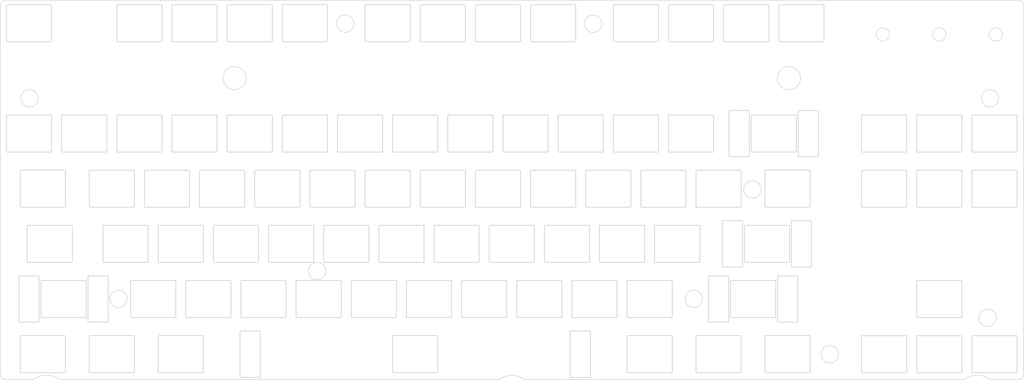
<source format=kicad_pcb>
(kicad_pcb (version 20221018) (generator pcbnew)

  (general
    (thickness 1.6)
  )

  (paper "A4")
  (layers
    (0 "F.Cu" signal)
    (31 "B.Cu" signal)
    (32 "B.Adhes" user "B.Adhesive")
    (33 "F.Adhes" user "F.Adhesive")
    (34 "B.Paste" user)
    (35 "F.Paste" user)
    (36 "B.SilkS" user "B.Silkscreen")
    (37 "F.SilkS" user "F.Silkscreen")
    (38 "B.Mask" user)
    (39 "F.Mask" user)
    (40 "Dwgs.User" user "User.Drawings")
    (41 "Cmts.User" user "User.Comments")
    (42 "Eco1.User" user "User.Eco1")
    (43 "Eco2.User" user "User.Eco2")
    (44 "Edge.Cuts" user)
    (45 "Margin" user)
    (46 "B.CrtYd" user "B.Courtyard")
    (47 "F.CrtYd" user "F.Courtyard")
    (48 "B.Fab" user)
    (49 "F.Fab" user)
    (50 "User.1" user)
    (51 "User.2" user)
    (52 "User.3" user)
    (53 "User.4" user)
    (54 "User.5" user)
    (55 "User.6" user)
    (56 "User.7" user)
    (57 "User.8" user)
    (58 "User.9" user)
  )

  (setup
    (pad_to_mask_clearance 0)
    (pcbplotparams
      (layerselection 0x00010fc_ffffffff)
      (plot_on_all_layers_selection 0x0000000_00000000)
      (disableapertmacros false)
      (usegerberextensions false)
      (usegerberattributes true)
      (usegerberadvancedattributes true)
      (creategerberjobfile true)
      (dashed_line_dash_ratio 12.000000)
      (dashed_line_gap_ratio 3.000000)
      (svgprecision 4)
      (plotframeref false)
      (viasonmask false)
      (mode 1)
      (useauxorigin false)
      (hpglpennumber 1)
      (hpglpenspeed 20)
      (hpglpendiameter 15.000000)
      (dxfpolygonmode true)
      (dxfimperialunits true)
      (dxfusepcbnewfont true)
      (psnegative false)
      (psa4output false)
      (plotreference true)
      (plotvalue true)
      (plotinvisibletext false)
      (sketchpadsonfab false)
      (subtractmaskfromsilk false)
      (outputformat 1)
      (mirror false)
      (drillshape 1)
      (scaleselection 1)
      (outputdirectory "")
    )
  )

  (net 0 "")

  (gr_line (start 238.125 9.525) (end 238.125 5.525)
    (stroke (width 0.2) (type solid)) (layer "Dwgs.User") (tstamp 00675566-e03f-4895-8c3d-d42e43aaae04))
  (gr_line (start 219.075 47.625) (end 219.075 43.625)
    (stroke (width 0.2) (type solid)) (layer "Dwgs.User") (tstamp 027680f2-97d9-411b-8176-df3a86fa5c46))
  (gr_line (start 161.925 47.625) (end 161.925 43.625)
    (stroke (width 0.2) (type solid)) (layer "Dwgs.User") (tstamp 02c9f783-b587-40bf-95d4-577a43d636af))
  (gr_circle (center 223.8375 104.775) (end 226.3375 104.775)
    (stroke (width 0.2) (type solid)) (fill none) (layer "Dwgs.User") (tstamp 03685626-78e8-490d-8317-40636c1f7f88))
  (gr_circle (center 9.525 9.525) (end 12.025 9.525)
    (stroke (width 0.2) (type solid)) (fill none) (layer "Dwgs.User") (tstamp 04b7923a-067f-48af-8130-d5d8bcf559a0))
  (gr_circle (center 40.374001 104.692493) (end 41.774001 104.692493)
    (stroke (width 0.2) (type solid)) (fill none) (layer "Dwgs.User") (tstamp 05246a7d-d1f3-4e51-83ae-a4bf13dafa8f))
  (gr_circle (center 341.349 35.467493) (end 344.349 35.467493)
    (stroke (width 0.2) (type solid)) (fill none) (layer "Dwgs.User") (tstamp 062373f2-4c93-49d8-9c78-c295272036d5))
  (gr_line (start 323.85 66.675) (end 323.85 62.675)
    (stroke (width 0.2) (type solid)) (layer "Dwgs.User") (tstamp 070d28fb-7325-4293-84d4-6a0c5039e223))
  (gr_line (start 3.500022 1.599997) (end 348.920172 1.599997)
    (stroke (width 0.2) (type solid)) (layer "Dwgs.User") (tstamp 08784519-8201-414c-85bf-a26589ae9871))
  (gr_line (start 304.8 47.625) (end 304.8 43.625)
    (stroke (width 0.2) (type solid)) (layer "Dwgs.User") (tstamp 087d5e37-2171-46d4-a1a4-744c57d017d9))
  (gr_circle (center 14.2875 123.825) (end 16.7875 123.825)
    (stroke (width 0.2) (type solid)) (fill none) (layer "Dwgs.User") (tstamp 0986f7f1-c6c0-4b91-8fad-fc52a6bdcdbd))
  (gr_circle (center 228.6 66.675) (end 231.1 66.675)
    (stroke (width 0.2) (type solid)) (fill none) (layer "Dwgs.User") (tstamp 0e598102-d5d9-4d61-8e0d-adb181a2cf6b))
  (gr_circle (center 95.25 66.675) (end 97.75 66.675)
    (stroke (width 0.2) (type solid)) (fill none) (layer "Dwgs.User") (tstamp 0e6b7bbb-dd62-4bf6-b5e0-4b969c3355bc))
  (gr_circle (center 342.9 123.825) (end 345.4 123.825)
    (stroke (width 0.2) (type solid)) (fill none) (layer "Dwgs.User") (tstamp 0ed47da8-9088-43b0-90d1-0b700d569c7e))
  (gr_line (start 242.059714 104.692493) (end 236.059714 104.692493)
    (stroke (width 0.2) (type solid)) (layer "Dwgs.User") (tstamp 0f382dec-d514-4a3b-9b47-75ecedf85937))
  (gr_circle (center 343.346001 13.390552) (end 345.646001 13.390552)
    (stroke (width 0.2) (type solid)) (fill none) (layer "Dwgs.User") (tstamp 0f75a7c1-7e9d-4656-be01-f7720d4e634c))
  (gr_line (start 171.773535 132.557421) (end 19.904786 132.557421)
    (stroke (width 0.2) (type solid)) (layer "Dwgs.User") (tstamp 0fc0f013-819b-4e96-8585-23f9b013e392))
  (gr_circle (center 341.349 35.467493) (end 342.749 35.467493)
    (stroke (width 0.2) (type solid)) (fill none) (layer "Dwgs.User") (tstamp 105d300a-2e7b-4c34-8440-22c9baba3e44))
  (gr_line (start 325.190179 12.338776) (end 325.190179 12.588776)
    (stroke (width 0.2) (type solid)) (layer "Dwgs.User") (tstamp 11fa4c11-1a3b-4f42-8bd3-a3c485d9cf7b))
  (gr_line (start 104.775 9.525) (end 104.775 5.525)
    (stroke (width 0.2) (type solid)) (layer "Dwgs.User") (tstamp 132f4ff8-c72d-4d65-a06d-65fc8bdd8821))
  (gr_line (start 322.848001 13.390552) (end 323.248001 13.390552)
    (stroke (width 0.2) (type solid)) (layer "Dwgs.User") (tstamp 13509016-d17e-491d-beef-bc15dc4e8dc9))
  (gr_line (start 66.675 9.525) (end 66.675 5.525)
    (stroke (width 0.2) (type solid)) (layer "Dwgs.User") (tstamp 1439700a-9b8c-40a3-b47a-98614e6c4312))
  (gr_circle (center 123.825 47.625) (end 126.325 47.625)
    (stroke (width 0.2) (type solid)) (fill none) (layer "Dwgs.User") (tstamp 14827980-304a-4e38-9e93-b4d6a0261135))
  (gr_line (start 303.757001 14.083373) (end 303.757001 12.697732)
    (stroke (width 0.2) (type solid)) (layer "Dwgs.User") (tstamp 14a1b2f4-bb7e-4fea-ac33-c24b11bd9c4a))
  (gr_line (start 304.957001 13.390552) (end 303.757001 14.083373)
    (stroke (width 0.2) (type solid)) (layer "Dwgs.User") (tstamp 15a87e16-c810-4244-97cb-e4c1db737985))
  (gr_line (start 239.059714 101.692493) (end 239.059714 107.692493)
    (stroke (width 0.2) (type solid)) (layer "Dwgs.User") (tstamp 15eb7056-83c5-4e35-891c-8757e0b45d1b))
  (gr_circle (center 304.8 123.825) (end 307.3 123.825)
    (stroke (width 0.2) (type solid)) (fill none) (layer "Dwgs.User") (tstamp 1613c666-57bc-46ce-b527-9873258b507a))
  (gr_arc (start 1.500022 3.599997) (mid 2.085808 2.185783) (end 3.500022 1.599997)
    (stroke (width 0.2) (type solid)) (layer "Dwgs.User") (tstamp 168c0027-f1ab-4571-85e2-57b5794d95c3))
  (gr_circle (center 57.15 66.675) (end 59.65 66.675)
    (stroke (width 0.2) (type solid)) (fill none) (layer "Dwgs.User") (tstamp 181f2463-90f1-495c-bd67-90a46a127289))
  (gr_line (start 303.757001 12.697732) (end 304.957001 13.390552)
    (stroke (width 0.2) (type solid)) (layer "Dwgs.User") (tstamp 18796a1f-2f71-4f58-812f-839c50d281a1))
  (gr_circle (center 271.931432 28.459392) (end 275.931432 28.459392)
    (stroke (width 0.2) (type solid)) (fill none) (layer "Dwgs.User") (tstamp 19b3bd3c-64e0-4409-a484-b76e24de05fe))
  (gr_circle (center 219.075 47.625) (end 221.575 47.625)
    (stroke (width 0.2) (type solid)) (fill none) (layer "Dwgs.User") (tstamp 19cbe979-b504-4618-9b8c-c466f9ae1c68))
  (gr_circle (center 266.7 47.625) (end 269.2 47.625)
    (stroke (width 0.2) (type solid)) (fill none) (layer "Dwgs.User") (tstamp 1b705e86-4ab0-4931-89ee-c6736375b055))
  (gr_circle (center 264.31875 85.725) (end 266.81875 85.725)
    (stroke (width 0.2) (type solid)) (fill none) (layer "Dwgs.User") (tstamp 1d36a227-8330-4d89-9ba2-99e157021fca))
  (gr_circle (center 276.225 9.525) (end 278.725 9.525)
    (stroke (width 0.2) (type solid)) (fill none) (layer "Dwgs.User") (tstamp 1e17c1b4-f125-46c0-903b-6858cd524154))
  (gr_circle (center 21.43125 104.775) (end 23.93125 104.775)
    (stroke (width 0.2) (type solid)) (fill none) (layer "Dwgs.User") (tstamp 20852b46-e599-468d-8494-71235cca16eb))
  (gr_line (start 340.524 108.266989) (end 340.524 114.266989)
    (stroke (width 0.2) (type solid)) (layer "Dwgs.User") (tstamp 21c78458-0a68-4bfd-95e3-1f8b635f8558))
  (gr_line (start 342.346001 13.390552) (end 342.746001 13.390552)
    (stroke (width 0.2) (type solid)) (layer "Dwgs.User") (tstamp 21dad8df-9205-409a-b84f-af8559570a44))
  (gr_line (start 323.85 104.775) (end 323.85 100.775)
    (stroke (width 0.2) (type solid)) (layer "Dwgs.User") (tstamp 24226793-f202-4a01-a9cf-f6ac6558593d))
  (gr_circle (center 239.059714 104.692493) (end 240.459714 104.692493)
    (stroke (width 0.2) (type solid)) (fill none) (layer "Dwgs.User") (tstamp 25a9d87d-5d3c-4ce8-976d-bae2b17b9181))
  (gr_line (start 344.438179 12.338776) (end 344.688179 12.338776)
    (stroke (width 0.2) (type solid)) (layer "Dwgs.User") (tstamp 2aa5e806-d133-4dbe-b7ac-191b99070acf))
  (gr_line (start 119.0625 85.725) (end 119.0625 81.725)
    (stroke (width 0.2) (type solid)) (layer "Dwgs.User") (tstamp 2ae1e0a8-1e83-4217-9851-6a8545783fb0))
  (gr_line (start 269.103005 25.630965) (end 274.759859 31.287819)
    (stroke (width 0.2) (type solid)) (layer "Dwgs.User") (tstamp 2c7fa0f3-bb44-4d35-8cd2-9d915d1b2f56))
  (gr_line (start 9.525 9.525) (end 9.525 5.525)
    (stroke (width 0.2) (type solid)) (layer "Dwgs.User") (tstamp 2dc41c4b-8c1f-4d46-b10c-210b178705e1))
  (gr_circle (center 219.075 9.525) (end 221.575 9.525)
    (stroke (width 0.2) (type solid)) (fill none) (layer "Dwgs.User") (tstamp 2e0d9df5-c81c-4326-9aa0-bc5326ea19d5))
  (gr_line (start 138.1125 85.725) (end 138.1125 81.725)
    (stroke (width 0.2) (type solid)) (layer "Dwgs.User") (tstamp 2f60b948-9d19-4254-ae7d-de857c99bd7f))
  (gr_circle (center 342.9 47.625) (end 345.4 47.625)
    (stroke (width 0.2) (type solid)) (fill none) (layer "Dwgs.User") (tstamp 2f6f911b-5d92-470d-a2b7-0deab068348a))
  (gr_circle (center 38.1 123.825) (end 40.6 123.825)
    (stroke (width 0.2) (type solid)) (fill none) (layer "Dwgs.User") (tstamp 318df9bf-7a87-46cd-b227-8df5048e3f4c))
  (gr_circle (center 157.1625 85.725) (end 159.6625 85.725)
    (stroke (width 0.2) (type solid)) (fill none) (layer "Dwgs.User") (tstamp 33d6395c-3a7c-49c5-bce4-827bc519550f))
  (gr_line (start 1.500022 130.557421) (end 1.500022 3.599997)
    (stroke (width 0.2) (type solid)) (layer "Dwgs.User") (tstamp 34d197ff-8649-49f0-9050-3e283357a308))
  (gr_circle (center 66.675 9.525) (end 69.175 9.525)
    (stroke (width 0.2) (type solid)) (fill none) (layer "Dwgs.User") (tstamp 35845ccb-7269-4465-8a99-b9c8791a805e))
  (gr_line (start 152.4 66.675) (end 152.4 62.675)
    (stroke (width 0.2) (type solid)) (layer "Dwgs.User") (tstamp 35fe3c06-f113-4f99-a9b5-e6a176187b12))
  (gr_line (start 266.7 47.625) (end 266.7 43.625)
    (stroke (width 0.2) (type solid)) (layer "Dwgs.User") (tstamp 3622725b-334c-40e4-8739-cd690a971e60))
  (gr_line (start 305.133494 12.523498) (end 305.699179 11.957813)
    (stroke (width 0.2) (type solid)) (layer "Dwgs.User") (tstamp 36dc761b-1309-4090-9c47-a16725456ffe))
  (gr_line (start 257.175 9.525) (end 257.175 5.525)
    (stroke (width 0.2) (type solid)) (layer "Dwgs.User") (tstamp 37c724fe-164b-4b5d-91c0-b0306b0e228e))
  (gr_line (start 348.920172 132.557421) (end 341.395545 132.557421)
    (stroke (width 0.2) (type solid)) (layer "Dwgs.User") (tstamp 3817f9ce-7b78-43e7-ba61-2ad7fd6bec7e))
  (gr_circle (center 259.298999 66.892495) (end 262.298999 66.892495)
    (stroke (width 0.2) (type solid)) (fill none) (layer "Dwgs.User") (tstamp 38a01984-5aa8-48dd-a628-550ceef56085))
  (gr_line (start 83.322323 25.630965) (end 77.665468 31.287819)
    (stroke (width 0.2) (type solid)) (layer "Dwgs.User") (tstamp 3942c5a3-8f79-4e80-8ee9-e26133643df1))
  (gr_line (start 47.625 47.625) (end 47.625 43.625)
    (stroke (width 0.2) (type solid)) (layer "Dwgs.User") (tstamp 3a117cb6-0438-41aa-bc4c-b7de519a312f))
  (gr_circle (center 286.024 123.842496) (end 289.024 123.842496)
    (stroke (width 0.2) (type solid)) (fill none) (layer "Dwgs.User") (tstamp 3a38a540-a401-4720-a3d2-36897c69509f))
  (gr_line (start 342.9 66.675) (end 342.9 62.675)
    (stroke (width 0.2) (type solid)) (layer "Dwgs.User") (tstamp 3a851d13-e66d-45e2-b3f3-0a7d93054f28))
  (gr_line (start 142.875 47.625) (end 142.875 43.625)
    (stroke (width 0.2) (type solid)) (layer "Dwgs.User") (tstamp 3b6b8a94-918c-4d74-9f0b-c9cad0e1c75c))
  (gr_line (start 40.374001 101.692493) (end 40.374001 107.692493)
    (stroke (width 0.2) (type solid)) (layer "Dwgs.User") (tstamp 3b788ecb-ec52-44e1-8768-d9b02c9876ae))
  (gr_circle (center 76.2 66.675) (end 78.7 66.675)
    (stroke (width 0.2) (type solid)) (fill none) (layer "Dwgs.User") (tstamp 3b8f29c3-6fe3-4cd2-af01-1fddc0cdfe0e))
  (gr_circle (center 257.175 9.525) (end 259.675 9.525)
    (stroke (width 0.2) (type solid)) (fill none) (layer "Dwgs.User") (tstamp 3bc21ff1-da48-490d-b147-c14edaa1f719))
  (gr_line (start 257.175 47.625) (end 257.175 43.625)
    (stroke (width 0.2) (type solid)) (layer "Dwgs.User") (tstamp 3bd7a610-d184-46dc-90a3-c1ebe1be2adb))
  (gr_circle (center 238.125 9.525) (end 240.625 9.525)
    (stroke (width 0.2) (type solid)) (fill none) (layer "Dwgs.User") (tstamp 3d8a924a-9c36-4354-b6e4-659313b6dcfc))
  (gr_line (start 204.7875 104.775) (end 204.7875 100.775)
    (stroke (width 0.2) (type solid)) (layer "Dwgs.User") (tstamp 3dd31d29-4b59-4af7-99aa-ae5acc4faf74))
  (gr_line (start 11.033028 132.557421) (end 3.500022 132.557421)
    (stroke (width 0.2) (type solid)) (layer "Dwgs.User") (tstamp 3ead228b-b869-4ce0-af41-f2bbb7c5931d))
  (gr_circle (center 247.65 66.675) (end 250.15 66.675)
    (stroke (width 0.2) (type solid)) (fill none) (layer "Dwgs.User") (tstamp 3f253cbc-93e7-47c1-9c7a-e4ac79212231))
  (gr_circle (center 276.225 47.625) (end 278.725 47.625)
    (stroke (width 0.2) (type solid)) (fill none) (layer "Dwgs.User") (tstamp 3fb96fba-4ab6-4b92-b7ac-e60590564234))
  (gr_line (start 274.759859 25.630965) (end 269.103005 31.287819)
    (stroke (width 0.2) (type solid)) (layer "Dwgs.User") (tstamp 408b28c5-c907-4731-85a9-d3ba9b112f03))
  (gr_circle (center 290.179001 18.781552) (end 298.173493 18.781552)
    (stroke (width 0.2) (type solid)) (fill none) (layer "Dwgs.User") (tstamp 426a7eb6-d710-488f-8d61-0c30fa94a195))
  (gr_circle (center 16.66875 85.725) (end 19.16875 85.725)
    (stroke (width 0.2) (type solid)) (fill none) (layer "Dwgs.User") (tstamp 42c6068b-85c4-4c45-9fcc-664cb341737f))
  (gr_line (start 152.4 9.525) (end 152.4 5.525)
    (stroke (width 0.2) (type solid)) (layer "Dwgs.User") (tstamp 431a2ff7-7697-4f2b-aafe-ef86ccf1993b))
  (gr_circle (center 323.85 66.675) (end 326.35 66.675)
    (stroke (width 0.2) (type solid)) (fill none) (layer "Dwgs.User") (tstamp 4423c103-bb3f-4c5a-a7a0-3fe6c0e5355e))
  (gr_line (start 142.875 123.825) (end 142.875 119.825)
    (stroke (width 0.2) (type solid)) (layer "Dwgs.User") (tstamp 4476229e-b382-41ae-9f02-ae6dfb23ee13))
  (gr_line (start 324.448001 13.390552) (end 322.848001 13.390552)
    (stroke (width 0.2) (type solid)) (layer "Dwgs.User") (tstamp 454de7ad-c555-43a7-a1ae-70edf5820e7b))
  (gr_circle (center 38.1 66.675) (end 40.6 66.675)
    (stroke (width 0.2) (type solid)) (fill none) (layer "Dwgs.User") (tstamp 4590da38-ec21-45f1-8e88-5d9ad03cdeca))
  (gr_line (start 344.122494 12.904462) (end 344.688179 12.338776)
    (stroke (width 0.2) (type solid)) (layer "Dwgs.User") (tstamp 45f9469b-826a-479c-834c-4bb44acbbccb))
  (gr_line (start 157.1625 85.725) (end 157.1625 81.725)
    (stroke (width 0.2) (type solid)) (layer "Dwgs.User") (tstamp 469f417e-6207-4bd0-8ee3-4781824e17e5))
  (gr_circle (center 40.374001 104.692493) (end 43.374001 104.692493)
    (stroke (width 0.2) (type solid)) (fill none) (layer "Dwgs.User") (tstamp 46cdd018-9913-4489-b5ad-9fa7d223f5c3))
  (gr_line (start 305.449179 11.957813) (end 305.699179 11.957813)
    (stroke (width 0.2) (type solid)) (layer "Dwgs.User") (tstamp 4ae0cc84-b4e9-4131-830b-7ebcc24dc0ce))
  (gr_line (start 166.6875 104.775) (end 166.6875 100.775)
    (stroke (width 0.2) (type solid)) (layer "Dwgs.User") (tstamp 4bbbfd2c-7cd6-4e81-9c3a-ddf5f340b805))
  (gr_line (start 100.0125 85.725) (end 100.0125 81.725)
    (stroke (width 0.2) (type solid)) (layer "Dwgs.User") (tstamp 4d703e1b-8a7a-457d-889b-fd6875f91e92))
  (gr_line (start 350.920172 3.599997) (end 350.920172 130.557421)
    (stroke (width 0.2) (type solid)) (layer "Dwgs.User") (tstamp 4d7d516d-426a-4307-b526-73c272a812fa))
  (gr_circle (center 128.5875 104.775) (end 131.0875 104.775)
    (stroke (width 0.2) (type solid)) (fill none) (layer "Dwgs.User") (tstamp 4e2efa42-3558-47d0-bf2f-3a211b93a78d))
  (gr_line (start 323.248001 12.697732) (end 324.448001 13.390552)
    (stroke (width 0.2) (type solid)) (layer "Dwgs.User") (tstamp 4ebb520f-6d88-485a-9421-e5ca6655b752))
  (gr_circle (center 286.024 123.842496) (end 287.424 123.842496)
    (stroke (width 0.2) (type solid)) (fill none) (layer "Dwgs.User") (tstamp 4fbae1b3-6884-460e-a2e4-b67d75fc1241))
  (gr_line (start 343.524 111.266989) (end 337.524 111.266989)
    (stroke (width 0.2) (type solid)) (layer "Dwgs.User") (tstamp 527331b4-3152-42d0-8abe-8ed02f7b777d))
  (gr_line (start 42.8625 85.725) (end 42.8625 81.725)
    (stroke (width 0.2) (type solid)) (layer "Dwgs.User") (tstamp 538cb61b-5b3f-4e81-bd44-96ef538341a3))
  (gr_line (start 108.974001 92.092495) (end 108.974001 98.092495)
    (stroke (width 0.2) (type solid)) (layer "Dwgs.User") (tstamp 55af54b2-f3e7-4534-aee4-44b0f7d4dc26))
  (gr_line (start 305.699179 11.957813) (end 305.699179 12.207813)
    (stroke (width 0.2) (type solid)) (layer "Dwgs.User") (tstamp 569ce263-b784-4019-9cdd-a22d89753905))
  (gr_line (start 71.4375 104.775) (end 71.4375 100.775)
    (stroke (width 0.2) (type solid)) (layer "Dwgs.User") (tstamp 576e2a17-1209-435a-bc6f-502b88fc8bd4))
  (gr_line (start 259.55625 104.775) (end 259.55625 100.775)
    (stroke (width 0.2) (type solid)) (layer "Dwgs.User") (tstamp 57b2936b-a9f9-4d1a-b4c0-8e84760b76a3))
  (gr_circle (center 223.8375 123.825) (end 226.3375 123.825)
    (stroke (width 0.2) (type solid)) (fill none) (layer "Dwgs.User") (tstamp 57caa9a8-9492-4cb5-81fd-aa335b299a59))
  (gr_line (start 147.6375 104.775) (end 147.6375 100.775)
    (stroke (width 0.2) (type solid)) (layer "Dwgs.User") (tstamp 59539a75-6cdb-40c0-b383-47d0995fb7bf))
  (gr_circle (center 190.5 66.675) (end 193 66.675)
    (stroke (width 0.2) (type solid)) (fill none) (layer "Dwgs.User") (tstamp 5ac61039-295f-4f24-b758-e017dc6b9c40))
  (gr_circle (center 28.575 47.625) (end 31.075 47.625)
    (stroke (width 0.2) (type solid)) (fill none) (layer "Dwgs.User") (tstamp 5bc61a98-a3c2-42b9-8b24-f54e5b7088ff))
  (gr_line (start 9.525 47.625) (end 9.525 43.625)
    (stroke (width 0.2) (type solid)) (layer "Dwgs.User") (tstamp 5cc99fdc-3d52-4a99-bc64-ef543e741779))
  (gr_line (start 14.2875 66.675) (end 14.2875 62.675)
    (stroke (width 0.2) (type solid)) (layer "Dwgs.User") (tstamp 5e288a35-831d-47aa-8766-505fe54ff007))
  (gr_line (start 223.8375 123.825) (end 223.8375 119.825)
    (stroke (width 0.2) (type solid)) (layer "Dwgs.User") (tstamp 5ef08e1a-556a-4c3e-94dc-af775f4f7e0b))
  (gr_line (start 52.3875 104.775) (end 52.3875 100.775)
    (stroke (width 0.2) (type solid)) (layer "Dwgs.User") (tstamp 5ffa89c5-5d97-4329-a26f-c40511526ce5))
  (gr_circle (center 108.974001 95.092495) (end 110.374001 95.092495)
    (stroke (width 0.2) (type solid)) (fill none) (layer "Dwgs.User") (tstamp 603e3978-f5af-4ae6-be8a-e7e555190f2f))
  (gr_line (start 90.4875 104.775) (end 90.4875 100.775)
    (stroke (width 0.2) (type solid)) (layer "Dwgs.User") (tstamp 61e1eb8d-969d-482e-adca-438a6287856a))
  (gr_line (start 223.8375 104.775) (end 223.8375 100.775)
    (stroke (width 0.2) (type solid)) (layer "Dwgs.User") (tstamp 637d288f-ef1d-4ff8-883f-8ac319c36dbd))
  (gr_circle (center 80.9625 85.725) (end 83.4625 85.725)
    (stroke (width 0.2) (type solid)) (fill none) (layer "Dwgs.User") (tstamp 64250f96-c416-426e-892d-ad8d5f682a71))
  (gr_circle (center 118.743687 9.668441) (end 120.143687 9.668441)
    (stroke (width 0.2) (type solid)) (fill none) (layer "Dwgs.User") (tstamp 64969394-b789-492a-828c-fa6937bda250))
  (gr_line (start 342.9 47.625) (end 342.9 43.625)
    (stroke (width 0.2) (type solid)) (layer "Dwgs.User") (tstamp 64a534bb-69e9-4527-8e12-d23f117659f1))
  (gr_arc (start 350.920172 130.557421) (mid 350.334376 131.971611) (end 348.920172 132.557421)
    (stroke (width 0.2) (type solid)) (layer "Dwgs.User") (tstamp 654455d2-367f-4117-923b-ed2b63afe56d))
  (gr_line (start 332.51729 132.557421) (end 180.65179 132.557421)
    (stroke (width 0.2) (type solid)) (layer "Dwgs.User") (tstamp 6568c69f-5c46-4ebc-8973-1a1a7c60b72e))
  (gr_circle (center 233.3625 85.725) (end 235.8625 85.725)
    (stroke (width 0.2) (type solid)) (fill none) (layer "Dwgs.User") (tstamp 657abf62-d2aa-4e22-8a37-cf641f2619fa))
  (gr_circle (center 61.9125 123.825) (end 64.4125 123.825)
    (stroke (width 0.2) (type solid)) (fill none) (layer "Dwgs.User") (tstamp 65b8da86-0131-4cc9-b93f-b9669e01132f))
  (gr_line (start 219.075 9.525) (end 219.075 5.525)
    (stroke (width 0.2) (type solid)) (layer "Dwgs.User") (tstamp 683d65c8-398f-4fad-bf0f-e2fec2603db7))
  (gr_line (start 344.438179 11.957813) (end 344.688179 11.957813)
    (stroke (width 0.2) (type solid)) (layer "Dwgs.User") (tstamp 69848748-bca7-4fd6-b062-dc42b042af3a))
  (gr_line (start 324.624493 12.523498) (end 325.190179 11.957813)
    (stroke (width 0.2) (type solid)) (layer "Dwgs.User") (tstamp 69abdc16-f8d4-4407-a06e-fd841b0c1b18))
  (gr_circle (center 259.298999 66.892495) (end 260.698999 66.892495)
    (stroke (width 0.2) (type solid)) (fill none) (layer "Dwgs.User") (tstamp 6ab3ab39-b7aa-4189-add2-3284426eebbf))
  (gr_line (start 121.743687 9.668441) (end 115.743687 9.668441)
    (stroke (width 0.2) (type solid)) (layer "Dwgs.User") (tstamp 6d359d19-c2b7-4e21-a21e-70da85210d1d))
  (gr_circle (center 100.0125 85.725) (end 102.5125 85.725)
    (stroke (width 0.2) (type solid)) (fill none) (layer "Dwgs.User") (tstamp 6d42f5dd-044d-42c2-9f21-77f37a31a9ef))
  (gr_circle (center 180.975 47.625) (end 183.475 47.625)
    (stroke (width 0.2) (type solid)) (fill none) (layer "Dwgs.User") (tstamp 6d85e173-144f-4fee-848c-d7082aefd3b4))
  (gr_line (start 343.946001 13.390552) (end 342.346001 13.390552)
    (stroke (width 0.2) (type solid)) (layer "Dwgs.User") (tstamp 6df41cf2-ab56-4f00-9b20-a347f29d17f7))
  (gr_line (start 344.122494 12.523498) (end 344.688179 11.957813)
    (stroke (width 0.2) (type solid)) (layer "Dwgs.User") (tstamp 6eb850f4-1186-4c08-b7ea-f9eed354dd16))
  (gr_line (start 344.346001 13.390552) (end 343.946001 13.390552)
    (stroke (width 0.2) (type solid)) (layer "Dwgs.User") (tstamp 728069d5-8f4d-49a6-839d-1fd6f968a87c))
  (gr_line (start 343.946001 14.083373) (end 343.946001 12.697732)
    (stroke (width 0.2) (type solid)) (layer "Dwgs.User") (tstamp 7305e1a0-586e-4487-88f0-7e336d49ab73))
  (gr_circle (center 340.524 111.266989) (end 343.524 111.266989)
    (stroke (width 0.2) (type solid)) (fill none) (layer "Dwgs.User") (tstamp 74e1769c-cb67-4235-9a20-fa4f1f6b9aa9))
  (gr_line (start 247.65 66.675) (end 247.65 62.675)
    (stroke (width 0.2) (type solid)) (layer "Dwgs.User") (tstamp 757f6c3f-e694-4696-9a49-6fbb65a129a2))
  (gr_line (start 38.1 66.675) (end 38.1 62.675)
    (stroke (width 0.2) (type solid)) (layer "Dwgs.User") (tstamp 77974b42-359c-407a-8da8-d890a5aa3b9d))
  (gr_circle (center 171.45 9.525) (end 173.95 9.525)
    (stroke (width 0.2) (type solid)) (fill none) (layer "Dwgs.User") (tstamp 7951b5fa-0f72-4bb8-9ea6-b2e0739a87f7))
  (gr_circle (center 114.3 66.675) (end 116.8 66.675)
    (stroke (width 0.2) (type solid)) (fill none) (layer "Dwgs.User") (tstamp 7d4ec71c-755f-4f1b-8cd9-cb66d7c77162))
  (gr_line (start 76.2 66.675) (end 76.2 62.675)
    (stroke (width 0.2) (type solid)) (layer "Dwgs.User") (tstamp 7d876084-7291-4422-b10c-b7a71df87868))
  (gr_circle (center 238.125 47.625) (end 240.625 47.625)
    (stroke (width 0.2) (type solid)) (fill none) (layer "Dwgs.User") (tstamp 7e764504-43f9-45da-ae30-6cf1794f70b3))
  (gr_line (start 247.65 123.825) (end 247.65 119.825)
    (stroke (width 0.2) (type solid)) (layer "Dwgs.User") (tstamp 81b34726-3929-43fe-83a1-57b07b0f1891))
  (gr_circle (center 239.059714 104.692493) (end 242.059714 104.692493)
    (stroke (width 0.2) (type solid)) (fill none) (layer "Dwgs.User") (tstamp 83c4126c-65da-4cac-8a28-c221eb6e7146))
  (gr_line (start 209.55 66.675) (end 209.55 62.675)
    (stroke (width 0.2) (type solid)) (layer "Dwgs.User") (tstamp 841c87e7-9d3b-4575-bb2d-b1f6f30ec5c4))
  (gr_line (start 114.3 66.675) (end 114.3 62.675)
    (stroke (width 0.2) (type solid)) (layer "Dwgs.User") (tstamp 848b22f2-ad25-442e-b6fa-89f156658ab1))
  (gr_line (start 195.2625 85.725) (end 195.2625 81.725)
    (stroke (width 0.2) (type solid)) (layer "Dwgs.User") (tstamp 84fd20c6-6895-4a24-905c-78664aad929d))
  (gr_line (start 38.1 123.825) (end 38.1 119.825)
    (stroke (width 0.2) (type solid)) (layer "Dwgs.User") (tstamp 86131d8d-53af-4b78-b959-df9be4dd3b79))
  (gr_line (start 324.448001 13.390552) (end 323.248001 14.083373)
    (stroke (width 0.2) (type solid)) (layer "Dwgs.User") (tstamp 8651f7da-5bbc-4b39-807b-e67633d23e03))
  (gr_line (start 343.946001 13.390552) (end 342.746001 14.083373)
    (stroke (width 0.2) (type solid)) (layer "Dwgs.User") (tstamp 86ac5333-6917-4ad4-a280-75889a8122bd))
  (gr_line (start 305.699179 12.338776) (end 305.699179 12.588776)
    (stroke (width 0.2) (type solid)) (layer "Dwgs.User") (tstamp 874b75b1-f6a3-47d4-aedf-ab5f04cd342f))
  (gr_line (start 176.2125 85.725) (end 176.2125 81.725)
    (stroke (width 0.2) (type solid)) (layer "Dwgs.User") (tstamp 87a2aace-94e3-438e-b9bb-f94c8b9164ba))
  (gr_circle (center 204.293686 9.74344) (end 205.693686 9.74344)
    (stroke (width 0.2) (type solid)) (fill none) (layer "Dwgs.User") (tstamp 881b28ac-51f4-4484-9b73-cd4a8cba5deb))
  (gr_line (start 303.357001 13.390552) (end 303.757001 13.390552)
    (stroke (width 0.2) (type solid)) (layer "Dwgs.User") (tstamp 8bf50299-9729-4e5b-a52f-5c7c299e7eb6))
  (gr_circle (center 257.175 47.625) (end 259.675 47.625)
    (stroke (width 0.2) (type solid)) (fill none) (layer "Dwgs.User") (tstamp 8cf8fb8b-8dd5-4e09-8254-0bc5e9b16e58))
  (gr_line (start 305.133494 12.904462) (end 305.699179 12.338776)
    (stroke (width 0.2) (type solid)) (layer "Dwgs.User") (tstamp 8d7e2aec-64f6-42fe-99ea-419cb5cab419))
  (gr_line (start 304.957001 13.390552) (end 303.357001 13.390552)
    (stroke (width 0.2) (type solid)) (layer "Dwgs.User") (tstamp 900ea7d6-ebd1-4e50-acbd-0bf09308f644))
  (gr_circle (center 200.025 47.625) (end 202.525 47.625)
    (stroke (width 0.2) (type solid)) (fill none) (layer "Dwgs.User") (tstamp 90372ca2-0a69-4eb8-b89d-595c411d475f))
  (gr_line (start 276.225 47.625) (end 276.225 43.625)
    (stroke (width 0.2) (type solid)) (layer "Dwgs.User") (tstamp 917776ca-8507-4c20-a198-5b9d3d9923ac))
  (gr_line (start 228.6 66.675) (end 228.6 62.675)
    (stroke (width 0.2) (type solid)) (layer "Dwgs.User") (tstamp 918d7e3c-a1d3-4708-9b06-2ff470a2b1a3))
  (gr_circle (center 104.775 47.625) (end 107.275 47.625)
    (stroke (width 0.2) (type solid)) (fill none) (layer "Dwgs.User") (tstamp 919df1b2-5f85-4091-8921-e4b1e10b503f))
  (gr_line (start 262.298999 66.892495) (end 256.298999 66.892495)
    (stroke (width 0.2) (type solid)) (layer "Dwgs.User") (tstamp 92d1b9e8-65fe-4921-b635-d40110a5445a))
  (gr_circle (center 133.35 9.525) (end 135.85 9.525)
    (stroke (width 0.2) (type solid)) (fill none) (layer "Dwgs.User") (tstamp 92df0782-0eb6-425f-9361-6701081ace28))
  (gr_line (start 123.825 47.625) (end 123.825 43.625)
    (stroke (width 0.2) (type solid)) (layer "Dwgs.User") (tstamp 9508d3bd-7111-42b1-8829-9492b344f078))
  (gr_line (start 305.357001 13.390552) (end 304.957001 13.390552)
    (stroke (width 0.2) (type solid)) (layer "Dwgs.User") (tstamp 956e63ea-aa54-4cd3-a29e-c682b461427b))
  (gr_line (start 323.248001 14.083373) (end 323.248001 12.697732)
    (stroke (width 0.2) (type solid)) (layer "Dwgs.User") (tstamp 961e6b75-e74b-494a-95ce-6932905d9d4c))
  (gr_line (start 104.775 47.625) (end 104.775 43.625)
    (stroke (width 0.2) (type solid)) (layer "Dwgs.User") (tstamp 976d229e-1a92-4702-8774-3cfe1a16ff29))
  (gr_circle (center 304.8 66.675) (end 307.3 66.675)
    (stroke (width 0.2) (type solid)) (fill none) (layer "Dwgs.User") (tstamp 9a07b63f-e80c-44f6-acf1-65556c04535e))
  (gr_circle (center 152.4 66.675) (end 154.9 66.675)
    (stroke (width 0.2) (type solid)) (fill none) (layer "Dwgs.User") (tstamp 9a9b1356-fa2a-4b0b-8dc2-99f3bb950661))
  (gr_circle (center 142.875 47.625) (end 145.375 47.625)
    (stroke (width 0.2) (type solid)) (fill none) (layer "Dwgs.User") (tstamp 9b4b6d9d-050e-410a-a8df-c3d107c70ee0))
  (gr_circle (center 85.725 9.525) (end 88.225 9.525)
    (stroke (width 0.2) (type solid)) (fill none) (layer "Dwgs.User") (tstamp 9bc7da20-f712-4282-88c6-91ab6367984e))
  (gr_circle (center 214.3125 85.725) (end 216.8125 85.725)
    (stroke (width 0.2) (type solid)) (fill none) (layer "Dwgs.User") (tstamp 9d7de463-e587-4d0d-b730-c521fe0eb8db))
  (gr_circle (center 104.775 9.525) (end 107.275 9.525)
    (stroke (width 0.2) (type solid)) (fill none) (layer "Dwgs.User") (tstamp 9f25d7be-b832-4d39-9485-cec6469116a0))
  (gr_line (start 171.45 66.675) (end 171.45 62.675)
    (stroke (width 0.2) (type solid)) (layer "Dwgs.User") (tstamp a0b24527-b719-479d-b321-6943f3605ef7))
  (gr_line (start 342.746001 12.697732) (end 343.946001 13.390552)
    (stroke (width 0.2) (type solid)) (layer "Dwgs.User") (tstamp a252d40e-45a5-4262-8c10-adaf577bcb41))
  (gr_line (start 289.024 123.842496) (end 283.024 123.842496)
    (stroke (width 0.2) (type solid)) (layer "Dwgs.User") (tstamp a39ab6ac-69fd-4305-8578-a1df2b860404))
  (gr_circle (center 176.2125 85.725) (end 178.7125 85.725)
    (stroke (width 0.2) (type solid)) (fill none) (layer "Dwgs.User") (tstamp a3b24ca9-8693-40eb-8fb4-aa2d5f4c0627))
  (gr_line (start 66.675 47.625) (end 66.675 43.625)
    (stroke (width 0.2) (type solid)) (layer "Dwgs.User") (tstamp a3c3bc56-e4af-4662-82a3-fb245ae151d1))
  (gr_arc (start 11.033028 132.557421) (mid 15.468907 131.074948) (end 19.904786 132.557421)
    (stroke (width 0.2) (type solid)) (layer "Dwgs.User") (tstamp a4afbff4-5b8b-4bc2-a4f6-df8b6bb4182b))
  (gr_circle (center 271.4625 123.825) (end 273.9625 123.825)
    (stroke (width 0.2) (type solid)) (fill none) (layer "Dwgs.User") (tstamp a542a89e-80bd-4220-b4ca-6cb4295ff09f))
  (gr_line (start 9.699 32.467493) (end 9.699 38.467493)
    (stroke (width 0.2) (type solid)) (layer "Dwgs.User") (tstamp a5697372-47b9-4dad-9bfd-1d00a49f3e12))
  (gr_line (start 342.746001 14.083373) (end 342.746001 12.697732)
    (stroke (width 0.2) (type solid)) (layer "Dwgs.User") (tstamp a594996e-d0e6-4449-bcba-35151a3b2dcd))
  (gr_circle (center 195.2625 85.725) (end 197.7625 85.725)
    (stroke (width 0.2) (type solid)) (fill none) (layer "Dwgs.User") (tstamp a90fc339-fd15-487c-95d9-dfd5462cc7ca))
  (gr_circle (center 9.699 35.467493) (end 12.699 35.467493)
    (stroke (width 0.2) (type solid)) (fill none) (layer "Dwgs.User") (tstamp a939171c-d01b-4268-a0f6-c7949f826930))
  (gr_arc (start 332.51729 132.557421) (mid 336.956417 131.072994) (end 341.395545 132.557421)
    (stroke (width 0.2) (type solid)) (layer "Dwgs.User") (tstamp a9e48ffa-c1cf-46ef-a7e5-83047136bf5c))
  (gr_line (start 325.190179 11.957813) (end 325.190179 12.207813)
    (stroke (width 0.2) (type solid)) (layer "Dwgs.User") (tstamp a9ef2231-85ff-4245-8f74-25edaac26422))
  (gr_circle (center 171.45 66.675) (end 173.95 66.675)
    (stroke (width 0.2) (type solid)) (fill none) (layer "Dwgs.User") (tstamp a9f8fb5a-95fa-489e-aeb1-cacfb4b30a86))
  (gr_circle (center 138.1125 85.725) (end 140.6125 85.725)
    (stroke (width 0.2) (type solid)) (fill none) (layer "Dwgs.User") (tstamp aa27917d-e813-4878-8f81-8425a90391c5))
  (gr_line (start 77.665468 25.630965) (end 83.322323 31.287819)
    (stroke (width 0.2) (type solid)) (layer "Dwgs.User") (tstamp ab596a8c-cc56-46f6-baed-a25eb3a1216c))
  (gr_line (start 57.15 66.675) (end 57.15 62.675)
    (stroke (width 0.2) (type solid)) (layer "Dwgs.User") (tstamp ac40ee6b-f013-4e0c-9cca-6129741a19b3))
  (gr_arc (start 348.920172 1.599997) (mid 350.334405 2.185773) (end 350.920172 3.599997)
    (stroke (width 0.2) (type solid)) (layer "Dwgs.User") (tstamp ad58116b-16c5-44c1-b1ba-b32b8c1da8e4))
  (gr_line (start 133.35 9.525) (end 133.35 5.525)
    (stroke (width 0.2) (type solid)) (layer "Dwgs.User") (tstamp adffb2ef-571e-456c-8d41-e932f8a08c79))
  (gr_line (start 111.974001 95.092495) (end 105.974001 95.092495)
    (stroke (width 0.2) (type solid)) (layer "Dwgs.User") (tstamp aec250fc-a5c8-432e-aa31-dd47928d2096))
  (gr_line (start 271.4625 66.675) (end 271.4625 62.675)
    (stroke (width 0.2) (type solid)) (layer "Dwgs.User") (tstamp aed9f3be-051e-4bb2-af2a-ac0d3d527185))
  (gr_line (start 190.5 9.525) (end 190.5 5.525)
    (stroke (width 0.2) (type solid)) (layer "Dwgs.User") (tstamp af9926d3-43ff-45b6-b359-66528f6ad11d))
  (gr_line (start 43.374001 104.692493) (end 37.374001 104.692493)
    (stroke (width 0.2) (type solid)) (layer "Dwgs.User") (tstamp b29a6c1d-8501-436c-aca9-dc750a8325f6))
  (gr_line (start 85.725 9.525) (end 85.725 5.525)
    (stroke (width 0.2) (type solid)) (layer "Dwgs.User") (tstamp b3d01e98-9e5d-4001-ae0c-dcaf1724f640))
  (gr_line (start 185.7375 104.775) (end 185.7375 100.775)
    (stroke (width 0.2) (type solid)) (layer "Dwgs.User") (tstamp b57779b8-9336-4bf2-80ab-36c587f19554))
  (gr_line (start 190.5 66.675) (end 190.5 62.675)
    (stroke (width 0.2) (type solid)) (layer "Dwgs.User") (tstamp b8325e5a-2130-48a0-a994-379507c5257f))
  (gr_circle (center 204.293686 9.74344) (end 207.293686 9.74344)
    (stroke (width 0.2) (type solid)) (fill none) (layer "Dwgs.User") (tstamp ba3e08b9-926f-4f1c-ab42-45f689a2dcec))
  (gr_line (start 204.293686 6.74344) (end 204.293686 12.74344)
    (stroke (width 0.2) (type solid)) (layer "Dwgs.User") (tstamp ba3fba9e-1e46-426d-a361-477e30759862))
  (gr_line (start 207.293686 9.74344) (end 201.293686 9.74344)
    (stroke (width 0.2) (type solid)) (layer "Dwgs.User") (tstamp baee49ec-464b-4e41-a53a-5743993e8fe8))
  (gr_circle (center 209.55 66.675) (end 212.05 66.675)
    (stroke (width 0.2) (type solid)) (fill none) (layer "Dwgs.User") (tstamp bb2af5b8-11cf-4d77-91cb-077509ead198))
  (gr_circle (center 185.7375 104.775) (end 188.2375 104.775)
    (stroke (width 0.2) (type solid)) (fill none) (layer "Dwgs.User") (tstamp bb328049-2ccc-4b61-a857-8d7e533bdeb2))
  (gr_circle (center 85.725 47.625) (end 88.225 47.625)
    (stroke (width 0.2) (type solid)) (fill none) (layer "Dwgs.User") (tstamp bbe71d80-9630-4978-abd5-66a0064b6c23))
  (gr_circle (center 340.524 111.266989) (end 341.924 111.266989)
    (stroke (width 0.2) (type solid)) (fill none) (layer "Dwgs.User") (tstamp bca4b9b1-c2d6-4fce-91f4-2ac39b6951ca))
  (gr_line (start 80.9625 85.725) (end 80.9625 81.725)
    (stroke (width 0.2) (type solid)) (layer "Dwgs.User") (tstamp bcd81905-8c72-4ca0-aa7f-c8c9ba01d5b1))
  (gr_line (start 271.4625 123.825) (end 271.4625 119.825)
    (stroke (width 0.2) (type solid)) (layer "Dwgs.User") (tstamp bfe03673-2b80-4343-895d-53899d75fea1))
  (gr_line (start 180.975 47.625) (end 180.975 43.625)
    (stroke (width 0.2) (type solid)) (layer "Dwgs.User") (tstamp c0152b8b-5927-4d73-bd2f-294182c1204f))
  (gr_line (start 341.349 32.467493) (end 341.349 38.467493)
    (stroke (width 0.2) (type solid)) (layer "Dwgs.User") (tstamp c0af989e-250c-4de2-9c3e-60fc93d1d761))
  (gr_line (start 14.2875 123.825) (end 14.2875 119.825)
    (stroke (width 0.2) (type solid)) (layer "Dwgs.User") (tstamp c2459b3e-666c-4219-b762-9a915baf1232))
  (gr_circle (center 118.743687 9.668441) (end 121.743687 9.668441)
    (stroke (width 0.2) (type solid)) (fill none) (layer "Dwgs.User") (tstamp c29d0a21-6ff8-4c2c-aaad-aa345bf87d3b))
  (gr_line (start 133.35 66.675) (end 133.35 62.675)
    (stroke (width 0.2) (type solid)) (layer "Dwgs.User") (tstamp c43f6b23-6431-443c-b282-4f09a4ab8066))
  (gr_circle (center 14.2875 66.675) (end 16.7875 66.675)
    (stroke (width 0.2) (type solid)) (fill none) (layer "Dwgs.User") (tstamp c5bf3503-75dc-438e-8c3a-68270571d1d2))
  (gr_line (start 323.85 47.625) (end 323.85 43.625)
    (stroke (width 0.2) (type solid)) (layer "Dwgs.User") (tstamp c6020f1d-3de8-4eb1-9bc4-cb6abc2df67b))
  (gr_line (start 95.25 66.675) (end 95.25 62.675)
    (stroke (width 0.2) (type solid)) (layer "Dwgs.User") (tstamp c61ede74-389d-4541-a39e-efe177acbd79))
  (gr_circle (center 42.8625 85.725) (end 45.3625 85.725)
    (stroke (width 0.2) (type solid)) (fill none) (layer "Dwgs.User") (tstamp c7d5905c-713a-4ecd-9a40-70946759739e))
  (gr_line (start 233.3625 85.725) (end 233.3625 81.725)
    (stroke (width 0.2) (type solid)) (layer "Dwgs.User") (tstamp c84b4425-b644-402c-b1e4-c17a158080cc))
  (gr_line (start 28.575 47.625) (end 28.575 43.625)
    (stroke (width 0.2) (type solid)) (layer "Dwgs.User") (tstamp c88650c2-1bd4-42e0-b4ef-5dda1368aec3))
  (gr_line (start 324.848001 13.390552) (end 324.448001 13.390552)
    (stroke (width 0.2) (type solid)) (layer "Dwgs.User") (tstamp c8e026a1-8b52-4726-952b-83a4dff7b18f))
  (gr_circle (center 9.699 35.467493) (end 11.099 35.467493)
    (stroke (width 0.2) (type solid)) (fill none) (layer "Dwgs.User") (tstamp c9d5c19f-de01-4640-b861-b768b862a549))
  (gr_line (start 344.688179 12.338776) (end 344.688179 12.588776)
    (stroke (width 0.2) (type solid)) (layer "Dwgs.User") (tstamp cb1d31fc-c384-4b5e-97b8-d433c2e4df13))
  (gr_line (start 128.5875 104.775) (end 128.5875 100.775)
    (stroke (width 0.2) (type solid)) (layer "Dwgs.User") (tstamp cc4fa7d9-9373-4a83-bca0-f2f80f24f056))
  (gr_line (start 276.225 9.525) (end 276.225 5.525)
    (stroke (width 0.2) (type solid)) (layer "Dwgs.User") (tstamp cdeea8d9-87fd-4366-85d7-9e63477fb59e))
  (gr_circle (center 109.5375 104.775) (end 112.0375 104.775)
    (stroke (width 0.2) (type solid)) (fill none) (layer "Dwgs.User") (tstamp ce3f1ed8-df8b-43f7-b8bb-cc2222df4080))
  (gr_line (start 324.448001 14.083373) (end 324.448001 12.697732)
    (stroke (width 0.2) (type solid)) (layer "Dwgs.User") (tstamp ce8d9ea2-1b0b-45fc-ae39-65d32c136d35))
  (gr_circle (center 147.6375 104.775) (end 150.1375 104.775)
    (stroke (width 0.2) (type solid)) (fill none) (layer "Dwgs.User") (tstamp d0032277-3da1-494f-81c0-a15b6cbefb19))
  (gr_line (start 238.125 47.625) (end 238.125 43.625)
    (stroke (width 0.2) (type solid)) (layer "Dwgs.User") (tstamp d046d567-1cba-4816-9dc8-2dbcdcf24650))
  (gr_circle (center 271.4625 66.675) (end 273.9625 66.675)
    (stroke (width 0.2) (type solid)) (fill none) (layer "Dwgs.User") (tstamp d0d1bc59-dd14-4f5d-bf67-ee9152f642ac))
  (gr_line (start 214.3125 85.725) (end 214.3125 81.725)
    (stroke (width 0.2) (type solid)) (layer "Dwgs.User") (tstamp d0de7f41-59ea-4d99-9f4c-5c849c68248f))
  (gr_circle (center 47.625 47.625) (end 50.125 47.625)
    (stroke (width 0.2) (type solid)) (fill none) (layer "Dwgs.User") (tstamp d0ed5a85-f3ae-47c5-a667-969da70797e9))
  (gr_circle (center 61.9125 85.725) (end 64.4125 85.725)
    (stroke (width 0.2) (type solid)) (fill none) (layer "Dwgs.User") (tstamp d1fc9c3f-d07b-40f6-9aa9-27b4cbfcb61a))
  (gr_line (start 109.5375 104.775) (end 109.5375 100.775)
    (stroke (width 0.2) (type solid)) (layer "Dwgs.User") (tstamp d31f0087-d833-4ef1-9fcb-a3a43908f524))
  (gr_circle (center 152.4 9.525) (end 154.9 9.525)
    (stroke (width 0.2) (type solid)) (fill none) (layer "Dwgs.User") (tstamp d367009f-4363-4a28-a3aa-c64eb3d9aa8f))
  (gr_line (start 305.449179 12.338776) (end 305.699179 12.338776)
    (stroke (width 0.2) (type solid)) (layer "Dwgs.User") (tstamp d376564a-e3b2-47a5-97f0-02d600365f4d))
  (gr_circle (center 80.493895 28.459392) (end 84.493895 28.459392)
    (stroke (width 0.2) (type solid)) (fill none) (layer "Dwgs.User") (tstamp d3966207-6d24-40d1-bdf2-2f3185321817))
  (gr_arc (start 3.500022 132.557421) (mid 2.085808 131.971635) (end 1.500022 130.557421)
    (stroke (width 0.2) (type solid)) (layer "Dwgs.User") (tstamp d69491d6-5dd8-4e19-9bcb-2866f5fbafca))
  (gr_circle (center 166.6875 104.775) (end 169.1875 104.775)
    (stroke (width 0.2) (type solid)) (fill none) (layer "Dwgs.User") (tstamp d6a299bb-00e1-4ff4-a8a2-15c642ac834f))
  (gr_circle (center 133.35 66.675) (end 135.85 66.675)
    (stroke (width 0.2) (type solid)) (fill none) (layer "Dwgs.User") (tstamp d91e4955-f2c2-4b4a-93b9-285d63eecce8))
  (gr_line (start 324.940179 12.338776) (end 325.190179 12.338776)
    (stroke (width 0.2) (type solid)) (layer "Dwgs.User") (tstamp da10dc91-ac09-483d-8190-3515662a2223))
  (gr_line (start 324.940179 11.957813) (end 325.190179 11.957813)
    (stroke (width 0.2) (type solid)) (layer "Dwgs.User") (tstamp dbd0ad0c-f471-4cc3-ad53-5247ed337354))
  (gr_circle (center 47.625 9.525) (end 50.125 9.525)
    (stroke (width 0.2) (type solid)) (fill none) (layer "Dwgs.User") (tstamp dc3ebcba-0d51-4fb0-9381-6dc1e747fe6a))
  (gr_circle (center 161.925 47.625) (end 164.425 47.625)
    (stroke (width 0.2) (type solid)) (fill none) (layer "Dwgs.User") (tstamp ddd78018-0f76-4434-b927-824afed322bb))
  (gr_line (start 118.743687 6.668441) (end 118.743687 12.668441)
    (stroke (width 0.2) (type solid)) (layer "Dwgs.User") (tstamp e024b409-07e0-45f4-8fe8-c6f274169398))
  (gr_circle (center 119.0625 85.725) (end 121.5625 85.725)
    (stroke (width 0.2) (type solid)) (fill none) (layer "Dwgs.User") (tstamp e0b36278-f5f4-4c1e-920d-61a79325ae9c))
  (gr_circle (center 142.875 123.825) (end 145.375 123.825)
    (stroke (width 0.2) (type solid)) (fill none) (layer "Dwgs.User") (tstamp e16f51b7-4cf4-462d-965a-6271e8b9e215))
  (gr_circle (center 66.675 47.625) (end 69.175 47.625)
    (stroke (width 0.2) (type solid)) (fill none) (layer "Dwgs.User") (tstamp e2ec261c-8489-4222-acc4-41d4487d673d))
  (gr_circle (center 9.525 47.625) (end 12.025 47.625)
    (stroke (width 0.2) (type solid)) (fill none) (layer "Dwgs.User") (tstamp e31c576b-ae99-42f4-87f2-4325eabf4ec2))
  (gr_line (start 16.66875 85.725) (end 16.66875 81.725)
    (stroke (width 0.2) (type solid)) (layer "Dwgs.User") (tstamp e327b333-61ea-4190-ad84-60937b6801d3))
  (gr_circle (center 90.4875 104.775) (end 92.9875 104.775)
    (stroke (width 0.2) (type solid)) (fill none) (layer "Dwgs.User") (tstamp e4625c91-28ee-4ce0-9643-935fc8a4f46a))
  (gr_circle (center 108.974001 95.092495) (end 111.974001 95.092495)
    (stroke (width 0.2) (type solid)) (fill none) (layer "Dwgs.User") (tstamp e4c184de-7e51-47a3-af4c-e5569d0791c6))
  (gr_line (start 304.8 66.675) (end 304.8 62.675)
    (stroke (width 0.2) (type solid)) (layer "Dwgs.User") (tstamp e5b8c357-58c6-48b9-91a7-8c5baa6d087c))
  (gr_line (start 264.31875 85.725) (end 264.31875 81.725)
    (stroke (width 0.2) (type solid)) (layer "Dwgs.User") (tstamp e635ad6a-1e99-495d-b1db-07c5b153f133))
  (gr_line (start 344.688179 11.957813) (end 344.688179 12.207813)
    (stroke (width 0.2) (type solid)) (layer "Dwgs.User") (tstamp e8f1eba0-3db3-4399-bbe2-08b077a578b4))
  (gr_circle (center 247.65 123.825) (end 250.15 123.825)
    (stroke (width 0.2) (type solid)) (fill none) (layer "Dwgs.User") (tstamp ea622c1c-e530-4606-864e-4e49d1b2a18c))
  (gr_line (start 342.9 123.825) (end 342.9 119.825)
    (stroke (width 0.2) (type solid)) (layer "Dwgs.User") (tstamp eb9f60ed-207c-4dab-8a15-0f0f45dfe445))
  (gr_line (start 259.298999 63.892495) (end 259.298999 69.892495)
    (stroke (width 0.2) (type solid)) (layer "Dwgs.User") (tstamp ec060087-4d6b-4275-91f6-1c2fcd4cefa6))
  (gr_circle (center 52.3875 104.775) (end 54.8875 104.775)
    (stroke (width 0.2) (type solid)) (fill none) (layer "Dwgs.User") (tstamp ed408edf-78c1-4a76-b65d-1aeac2c36057))
  (gr_line (start 61.9125 123.825) (end 61.9125 119.825)
    (stroke (width 0.2) (type solid)) (layer "Dwgs.User") (tstamp ee0a3184-ff62-489a-902a-1a51d9c7d97d))
  (gr_line (start 61.9125 85.725) (end 61.9125 81.725)
    (stroke (width 0.2) (type solid)) (layer "Dwgs.User") (tstamp ee6915a9-cd91-4997-ae21-3a85d9b0ad78))
  (gr_line (start 304.957001 14.083373) (end 304.957001 12.697732)
    (stroke (width 0.2) (type solid)) (layer "Dwgs.User") (tstamp ef30204a-5f85-4e42-af0e-25a3172db825))
  (gr_circle (center 71.4375 104.775) (end 73.9375 104.775)
    (stroke (width 0.2) (type solid)) (fill none) (layer "Dwgs.User") (tstamp ef75de76-a0ed-4f4d-976f-c59bd5bb2efd))
  (gr_line (start 344.349 35.467493) (end 338.349 35.467493)
    (stroke (width 0.2) (type solid)) (layer "Dwgs.User") (tstamp f035376d-6b4d-4b49-960c-c58388a6d673))
  (gr_arc (start 171.773535 132.557421) (mid 176.212663 131.072994) (end 180.65179 132.557421)
    (stroke (width 0.2) (type solid)) (layer "Dwgs.User") (tstamp f07cfdc5-0a8b-45d3-831f-bcd4cbd19d8d))
  (gr_circle (center 323.85 104.775) (end 326.35 104.775)
    (stroke (width 0.2) (type solid)) (fill none) (layer "Dwgs.User") (tstamp f11cb50a-5c9d-439b-a0b5-04cfa4936717))
  (gr_circle (center 304.8 47.625) (end 307.3 47.625)
    (stroke (width 0.2) (type solid)) (fill none) (layer "Dwgs.User") (tstamp f17ef20f-e737-4894-9793-959df7dc7204))
  (gr_line (start 200.025 47.625) (end 200.025 43.625)
    (stroke (width 0.2) (type solid)) (layer "Dwgs.User") (tstamp f1a9f1a8-2a26-4846-8162-f4788e4fa4dd))
  (gr_line (start 286.024 120.842496) (end 286.024 126.842496)
    (stroke (width 0.2) (type solid)) (layer "Dwgs.User") (tstamp f3bd2054-1b78-4884-9b06-1881475032a2))
  (gr_circle (center 323.848001 13.390552) (end 326.148001 13.390552)
    (stroke (width 0.2) (type solid)) (fill none) (layer "Dwgs.User") (tstamp f3cd372e-d187-4f15-99ab-2d53dca5fe14))
  (gr_circle (center 323.85 47.625) (end 326.35 47.625)
    (stroke (width 0.2) (type solid)) (fill none) (layer "Dwgs.User") (tstamp f3d387d7-200b-4191-a3cb-e0e0481a2ea9))
  (gr_line (start 12.699 35.467493) (end 6.699 35.467493)
    (stroke (width 0.2) (type solid)) (layer "Dwgs.User") (tstamp f528f82e-75db-43e6-ae12-3dca535a2fab))
  (gr_circle (center 259.55625 104.775) (end 262.05625 104.775)
    (stroke (width 0.2) (type solid)) (fill none) (layer "Dwgs.User") (tstamp f5c6817d-f316-40e0-aaa9-72cc0ed10544))
  (gr_line (start 21.43125 104.775) (end 21.43125 100.775)
    (stroke (width 0.2) (type solid)) (layer "Dwgs.User") (tstamp f5dc7cd5-3597-4112-a937-525a0fe01fd5))
  (gr_line (start 323.85 123.825) (end 323.85 119.825)
    (stroke (width 0.2) (type solid)) (layer "Dwgs.User") (tstamp f80c7bbd-2794-4c23-b7ad-65f59d617988))
  (gr_line (start 85.725 47.625) (end 85.725 43.625)
    (stroke (width 0.2) (type solid)) (layer "Dwgs.User") (tstamp f814ee29-7efb-4b4f-bb1a-4028469f66da))
  (gr_line (start 171.45 9.525) (end 171.45 5.525)
    (stroke (width 0.2) (type solid)) (layer "Dwgs.User") (tstamp f86f0df0-cb7d-4707-b9a6-7eb4db8dad73))
  (gr_circle (center 323.85 123.825) (end 326.35 123.825)
    (stroke (width 0.2) (type solid)) (fill none) (layer "Dwgs.User") (tstamp f939c9ba-5313-4689-abf8-5888d89799ac))
  (gr_circle (center 190.5 9.525) (end 193 9.525)
    (stroke (width 0.2) (type solid)) (fill none) (layer "Dwgs.User") (tstamp fa2590c9-e0ca-4c3a-98c2-8ce191dd8d83))
  (gr_circle (center 342.9 66.675) (end 345.4 66.675)
    (stroke (width 0.2) (type solid)) (fill none) (layer "Dwgs.User") (tstamp fa39cd16-0666-477b-ad05-b17afde1a69f))
  (gr_line (start 47.625 9.525) (end 47.625 5.525)
    (stroke (width 0.2) (type solid)) (layer "Dwgs.User") (tstamp fbb547b1-0a1e-4de2-bb17-eec4650ce99a))
  (gr_circle (center 304.357001 13.390552) (end 306.657001 13.390552)
    (stroke (width 0.2) (type solid)) (fill none) (layer "Dwgs.User") (tstamp fcbdf1c4-1b68-43c2-9d86-e786a1ced1dc))
  (gr_line (start 304.8 123.825) (end 304.8 119.825)
    (stroke (width 0.2) (type solid)) (layer "Dwgs.User") (tstamp fdac26fb-18e2-4573-8e1a-d6f652ce532c))
  (gr_line (start 324.624493 12.904462) (end 325.190179 12.338776)
    (stroke (width 0.2) (type solid)) (layer "Dwgs.User") (tstamp fe359e76-9e4b-4b5b-af0c-709d3377c451))
  (gr_circle (center 204.7875 104.775) (end 207.2875 104.775)
    (stroke (width 0.2) (type solid)) (fill none) (layer "Dwgs.User") (tstamp ff08049b-c9f8-4abd-8a36-6570d44a67eb))
  (gr_curve (pts (xy 54.112795 129.906397) (xy 54.112795 130.072082) (xy 54.247109 130.206397) (xy 54.412795 130.206397))
    (stroke (width 0.25) (type solid)) (layer "Edge.Cuts") (tstamp 0020ac25-3971-40e3-864e-69f7370732b3))
  (gr_curve (pts (xy 312.299705 54.0255) (xy 312.46539 54.0255) (xy 312.599705 53.891185) (xy 312.599705 53.7255))
    (stroke (width 0.25) (type solid)) (layer "Edge.Cuts") (tstamp 00be6c6c-ee60-43cc-b72d-cd18b90a625f))
  (gr_curve (pts (xy 140.137795 98.355397) (xy 139.972109 98.355397) (xy 139.837795 98.489711) (xy 139.837795 98.655397))
    (stroke (width 0.25) (type solid)) (layer "Edge.Cuts") (tstamp 00daa435-4ec3-456c-bd9e-262417dea015))
  (gr_line (start 171.773535 132.557421) (end 19.904786 132.557421)
    (stroke (width 0.2) (type solid)) (layer "Edge.Cuts") (tstamp 00dd7f42-0829-4e21-92a6-e8e87c785800))
  (gr_arc (start 275.437981 55.605891) (mid 275.225861 55.518011) (end 275.137981 55.305891)
    (stroke (width 0.25) (type solid)) (layer "Edge.Cuts") (tstamp 01abd95c-2222-4cf3-b61f-247eab9bd0fd))
  (gr_arc (start 6.29325 112.755897) (mid 6.08113 112.668017) (end 5.99325 112.455897)
    (stroke (width 0.25) (type solid)) (layer "Edge.Cuts") (tstamp 01ee6e33-0650-4c60-a902-8cfb8a255098))
  (gr_curve (pts (xy 182.700295 72.7755) (xy 182.700295 72.941185) (xy 182.834609 73.0755) (xy 183.000295 73.0755))
    (stroke (width 0.25) (type solid)) (layer "Edge.Cuts") (tstamp 026638d1-e4f7-47bc-a27d-1a2586f1ac85))
  (gr_curve (pts (xy 69.712205 117.705397) (xy 69.712205 117.539711) (xy 69.57789 117.405397) (xy 69.412205 117.405397))
    (stroke (width 0.25) (type solid)) (layer "Edge.Cuts") (tstamp 02ab930e-b66c-4a0a-8814-841a2549250f))
  (gr_curve (pts (xy 44.587795 110.856397) (xy 44.587795 111.022082) (xy 44.722109 111.156397) (xy 44.887795 111.156397))
    (stroke (width 0.25) (type solid)) (layer "Edge.Cuts") (tstamp 02d76c52-5cec-4753-b815-653aa76f1eca))
  (gr_line (start 101.737795 98.655397) (end 101.737795 110.856397)
    (stroke (width 0.25) (type solid)) (layer "Edge.Cuts") (tstamp 02edd27b-e822-40bc-a79a-5b8e126d05b5))
  (gr_curve (pts (xy 207.524705 54.0255) (xy 207.69039 54.0255) (xy 207.824705 53.891185) (xy 207.824705 53.7255))
    (stroke (width 0.25) (type solid)) (layer "Edge.Cuts") (tstamp 04116097-f1f1-40ec-b46e-def8581ba31f))
  (gr_curve (pts (xy 183.000295 60.2745) (xy 182.834609 60.2745) (xy 182.700295 60.408814) (xy 182.700295 60.5745))
    (stroke (width 0.25) (type solid)) (layer "Edge.Cuts") (tstamp 046a0461-3910-412e-9c09-839d0f73f5fd))
  (gr_line (start 179.249705 15.6255) (end 179.249705 3.4245)
    (stroke (width 0.25) (type solid)) (layer "Edge.Cuts") (tstamp 04873af0-6099-405e-b0a3-5bd33f374dbc))
  (gr_curve (pts (xy 36.074705 54.0255) (xy 36.24039 54.0255) (xy 36.374705 53.891185) (xy 36.374705 53.7255))
    (stroke (width 0.25) (type solid)) (layer "Edge.Cuts") (tstamp 04a4ea9f-efc0-4194-84be-e195a0397854))
  (gr_arc (start 89.075 115.805897) (mid 89.287112 115.893772) (end 89.375 116.105897)
    (stroke (width 0.25) (type solid)) (layer "Edge.Cuts") (tstamp 04c56ee5-7d10-40bc-b48f-b644e894db0d))
  (gr_line (start 278.962205 117.405397) (end 263.962795 117.405397)
    (stroke (width 0.25) (type solid)) (layer "Edge.Cuts") (tstamp 05a788ad-a1e5-4174-97d5-773361f5dbc2))
  (gr_line (start 13.631545 98.655397) (end 13.631545 110.856397)
    (stroke (width 0.25) (type solid)) (layer "Edge.Cuts") (tstamp 06794c7e-0885-47f2-a080-c9fc9c6246d0))
  (gr_curve (pts (xy 93.224705 15.9255) (xy 93.39039 15.9255) (xy 93.524705 15.791185) (xy 93.524705 15.6255))
    (stroke (width 0.25) (type solid)) (layer "Edge.Cuts") (tstamp 06f0a26b-a4ff-4012-a923-0477e325f526))
  (gr_line (start 316.050295 98.6745) (end 316.050295 110.8755)
    (stroke (width 0.25) (type solid)) (layer "Edge.Cuts") (tstamp 06ff1454-568c-4d54-8e93-c00f952262da))
  (gr_arc (start 279.75675 93.405897) (mid 279.668859 93.618006) (end 279.45675 93.705897)
    (stroke (width 0.25) (type solid)) (layer "Edge.Cuts") (tstamp 071e366e-d734-4ded-a1fc-e48a99ad47c2))
  (gr_arc (start 12.99325 112.455897) (mid 12.905368 112.667995) (end 12.69325 112.755897)
    (stroke (width 0.25) (type solid)) (layer "Edge.Cuts") (tstamp 079c3290-7fc7-48eb-b1e3-ffddabc381f7))
  (gr_line (start 231.337205 98.355397) (end 216.337795 98.355397)
    (stroke (width 0.25) (type solid)) (layer "Edge.Cuts") (tstamp 07e94a5e-a59e-44f8-8f3a-dd570ec9717f))
  (gr_arc (start 274.99425 112.455897) (mid 274.906368 112.667995) (end 274.69425 112.755897)
    (stroke (width 0.25) (type solid)) (layer "Edge.Cuts") (tstamp 08511be8-2ab3-43a4-aa7b-45579e993290))
  (gr_line (start 93.524705 53.7255) (end 93.524705 41.5245)
    (stroke (width 0.25) (type solid)) (layer "Edge.Cuts") (tstamp 08e4e133-e114-4e28-b243-c4a34706ac55))
  (gr_curve (pts (xy 226.874705 3.4245) (xy 226.874705 3.258814) (xy 226.74039 3.1245) (xy 226.574705 3.1245))
    (stroke (width 0.25) (type solid)) (layer "Edge.Cuts") (tstamp 094b104e-a691-48fe-9678-5300e3ee89d4))
  (gr_line (start 49.650295 73.0755) (end 64.649705 73.0755)
    (stroke (width 0.25) (type solid)) (layer "Edge.Cuts") (tstamp 09563594-d882-488d-a061-2aece69cf526))
  (gr_line (start 60.187205 110.856397) (end 60.187205 98.655397)
    (stroke (width 0.25) (type solid)) (layer "Edge.Cuts") (tstamp 096df0de-42c0-4d36-b81b-0a7ac77e6ebd))
  (gr_line (start 155.137205 98.355397) (end 140.137795 98.355397)
    (stroke (width 0.25) (type solid)) (layer "Edge.Cuts") (tstamp 09753f99-381a-4725-8bb6-c964886d65e9))
  (gr_curve (pts (xy 192.525295 41.2245) (xy 192.359609 41.2245) (xy 192.225295 41.358814) (xy 192.225295 41.5245))
    (stroke (width 0.25) (type solid)) (layer "Edge.Cuts") (tstamp 0987f2c1-3cd5-4f6e-9ae3-3e16db254bbf))
  (gr_curve (pts (xy 88.762205 79.605397) (xy 88.762205 79.439711) (xy 88.62789 79.305397) (xy 88.462205 79.305397))
    (stroke (width 0.25) (type solid)) (layer "Edge.Cuts") (tstamp 09964152-ece5-4980-93d5-2245ecb98780))
  (gr_arc (start 251.561981 55.605891) (mid 251.349861 55.518011) (end 251.261981 55.305891)
    (stroke (width 0.25) (type solid)) (layer "Edge.Cuts") (tstamp 0a03741e-a3c1-4879-ae54-1ead0af40695))
  (gr_line (start 149.662795 92.106397) (end 164.662205 92.106397)
    (stroke (width 0.25) (type solid)) (layer "Edge.Cuts") (tstamp 0a1844e7-44dc-45ab-99c9-edb106f46e3a))
  (gr_line (start 263.662795 117.705397) (end 263.662795 129.906397)
    (stroke (width 0.25) (type solid)) (layer "Edge.Cuts") (tstamp 0a1be6a5-3e10-41b4-9167-f9a7d24b9eaf))
  (gr_line (start 93.224705 3.1245) (end 78.225295 3.1245)
    (stroke (width 0.25) (type solid)) (layer "Edge.Cuts") (tstamp 0a5a8b89-5e31-4653-a16e-a0597c7a40e2))
  (gr_curve (pts (xy 112.274705 15.9255) (xy 112.44039 15.9255) (xy 112.574705 15.791185) (xy 112.574705 15.6255))
    (stroke (width 0.25) (type solid)) (layer "Edge.Cuts") (tstamp 0b075996-8b4f-49dd-adfd-b9bd086e0f56))
  (gr_line (start 273.05675 93.705897) (end 279.45675 93.705897)
    (stroke (width 0.25) (type solid)) (layer "Edge.Cuts") (tstamp 0b0bf030-1813-49e5-a57a-76280a0685e4))
  (gr_line (start 6.787795 130.206397) (end 21.787205 130.206397)
    (stroke (width 0.25) (type solid)) (layer "Edge.Cuts") (tstamp 0b2061cb-59a5-42c9-961c-2d6bf5a8b732))
  (gr_curve (pts (xy 211.575295 41.2245) (xy 211.409609 41.2245) (xy 211.275295 41.358814) (xy 211.275295 41.5245))
    (stroke (width 0.25) (type solid)) (layer "Edge.Cuts") (tstamp 0b407f42-70be-410c-88cf-0c3dc1069c3c))
  (gr_curve (pts (xy 136.087205 111.156397) (xy 136.25289 111.156397) (xy 136.387205 111.022082) (xy 136.387205 110.856397))
    (stroke (width 0.25) (type solid)) (layer "Edge.Cuts") (tstamp 0b5d4d8f-cf80-493d-86a4-3b6ba420f7d1))
  (gr_curve (pts (xy 331.349705 130.2255) (xy 331.51539 130.2255) (xy 331.649705 130.091185) (xy 331.649705 129.9255))
    (stroke (width 0.25) (type solid)) (layer "Edge.Cuts") (tstamp 0b94f5d3-fb4e-45de-a8a1-e0d4d94e78f3))
  (gr_line (start 6.487795 60.555397) (end 6.487795 72.756397)
    (stroke (width 0.25) (type solid)) (layer "Edge.Cuts") (tstamp 0bb6b3e6-4df7-463f-9fc7-25e6a51ef1d1))
  (gr_curve (pts (xy 350.399705 73.0755) (xy 350.56539 73.0755) (xy 350.699705 72.941185) (xy 350.699705 72.7755))
    (stroke (width 0.25) (type solid)) (layer "Edge.Cuts") (tstamp 0bf75161-e2b5-41ea-bb8f-5a1fa04830ca))
  (gr_line (start 40.125295 54.0255) (end 55.124705 54.0255)
    (stroke (width 0.25) (type solid)) (layer "Edge.Cuts") (tstamp 0d10a5e0-7c9a-4f97-8648-5b80337eac54))
  (gr_line (start 192.225295 41.5245) (end 192.225295 53.7255)
    (stroke (width 0.25) (type solid)) (layer "Edge.Cuts") (tstamp 0dab4d5c-5034-4ea8-9b0d-1db0c76b6f4a))
  (gr_line (start 316.050295 60.5745) (end 316.050295 72.7755)
    (stroke (width 0.25) (type solid)) (layer "Edge.Cuts") (tstamp 0dbe6f54-bc9d-48c6-ae23-1dad696783dd))
  (gr_arc (start 268.29425 112.755897) (mid 268.082131 112.668018) (end 267.99425 112.455897)
    (stroke (width 0.25) (type solid)) (layer "Edge.Cuts") (tstamp 0df84054-e7ab-4e07-9626-5c043d47bf72))
  (gr_line (start 140.849705 3.1245) (end 125.850295 3.1245)
    (stroke (width 0.25) (type solid)) (layer "Edge.Cuts") (tstamp 0e13c22c-572e-45a0-ba6f-e2fd7d5ffa7b))
  (gr_curve (pts (xy 263.662795 129.906397) (xy 263.662795 130.072082) (xy 263.797109 130.206397) (xy 263.962795 130.206397))
    (stroke (width 0.25) (type solid)) (layer "Edge.Cuts") (tstamp 0e69c2a9-6c5d-45a4-a64c-f21ccd30f93c))
  (gr_curve (pts (xy 236.399705 60.5745) (xy 236.399705 60.408814) (xy 236.26539 60.2745) (xy 236.099705 60.2745))
    (stroke (width 0.25) (type solid)) (layer "Edge.Cuts") (tstamp 0e76db0c-25f2-4140-90fb-c45578adeb4f))
  (gr_line (start 239.850295 117.705397) (end 239.850295 129.906397)
    (stroke (width 0.25) (type solid)) (layer "Edge.Cuts") (tstamp 0efeac97-2ee0-40a8-bcb4-5a1e9371613d))
  (gr_line (start 350.699705 53.7255) (end 350.699705 41.5245)
    (stroke (width 0.25) (type solid)) (layer "Edge.Cuts") (tstamp 0f6ab6c9-b7e0-4432-a46f-c466a9662823))
  (gr_line (start 264.974705 15.6255) (end 264.974705 3.4245)
    (stroke (width 0.25) (type solid)) (layer "Edge.Cuts") (tstamp 1026caf6-68b0-46e9-9a06-643bfab4ff7d))
  (gr_line (start 279.262205 72.756397) (end 279.262205 60.555397)
    (stroke (width 0.25) (type solid)) (layer "Edge.Cuts") (tstamp 1052e7b7-8adf-471f-b43f-c92c753384d3))
  (gr_line (start 207.524705 41.2245) (end 192.525295 41.2245)
    (stroke (width 0.25) (type solid)) (layer "Edge.Cuts") (tstamp 10ce8170-1c0d-4caf-b611-6cb33a99bcd1))
  (gr_line (start 251.261981 39.905891) (end 251.261981 55.305891)
    (stroke (width 0.25) (type solid)) (layer "Edge.Cuts") (tstamp 10fd35b0-c8e3-4994-bc7b-60a1ee673e9a))
  (gr_curve (pts (xy 177.937795 110.856397) (xy 177.937795 111.022082) (xy 178.072109 111.156397) (xy 178.237795 111.156397))
    (stroke (width 0.25) (type solid)) (layer "Edge.Cuts") (tstamp 1121f0b7-d2c6-4711-b344-f0516bf9ddab))
  (gr_curve (pts (xy 82.687795 110.856397) (xy 82.687795 111.022082) (xy 82.822109 111.156397) (xy 82.987795 111.156397))
    (stroke (width 0.25) (type solid)) (layer "Edge.Cuts") (tstamp 1139060c-98b5-4881-9f3b-af3f0dc0f499))
  (gr_curve (pts (xy 107.512205 92.106397) (xy 107.67789 92.106397) (xy 107.812205 91.972082) (xy 107.812205 91.806397))
    (stroke (width 0.25) (type solid)) (layer "Edge.Cuts") (tstamp 11489bf9-5821-4699-b878-74e35315f60a))
  (gr_curve (pts (xy 263.962795 60.255397) (xy 263.797109 60.255397) (xy 263.662795 60.389711) (xy 263.662795 60.555397))
    (stroke (width 0.25) (type solid)) (layer "Edge.Cuts") (tstamp 117f7f46-54e4-435a-bcaf-05562702ed62))
  (gr_line (start 88.462205 79.305397) (end 73.462795 79.305397)
    (stroke (width 0.25) (type solid)) (layer "Edge.Cuts") (tstamp 1188361d-4cf2-451f-a289-7dbd8fde6a4b))
  (gr_line (start 125.550295 3.4245) (end 125.550295 15.6255)
    (stroke (width 0.25) (type solid)) (layer "Edge.Cuts") (tstamp 11b67feb-a144-4db4-881f-cff87d631bea))
  (gr_line (start 73.162795 79.605397) (end 73.162795 91.806397)
    (stroke (width 0.25) (type solid)) (layer "Edge.Cuts") (tstamp 13e2478a-c2de-45f9-b867-e0bb02814c3c))
  (gr_line (start 248.88075 78.005897) (end 248.88075 93.405897)
    (stroke (width 0.25) (type solid)) (layer "Edge.Cuts") (tstamp 14833260-c6d0-4cf2-a870-e67e5de7eaea))
  (gr_curve (pts (xy 64.949705 60.5745) (xy 64.949705 60.408814) (xy 64.81539 60.2745) (xy 64.649705 60.2745))
    (stroke (width 0.25) (type solid)) (layer "Edge.Cuts") (tstamp 14f49b2d-f777-4158-b87e-8253b368c8b8))
  (gr_curve (pts (xy 230.325295 15.6255) (xy 230.325295 15.791185) (xy 230.459609 15.9255) (xy 230.625295 15.9255))
    (stroke (width 0.25) (type solid)) (layer "Edge.Cuts") (tstamp 15953a50-386b-4c82-ba36-f629f2bc09b6))
  (gr_curve (pts (xy 268.725295 3.1245) (xy 268.559609 3.1245) (xy 268.425295 3.258814) (xy 268.425295 3.4245))
    (stroke (width 0.25) (type solid)) (layer "Edge.Cuts") (tstamp 15a079e5-0366-43f3-a381-ddc417a70033))
  (gr_line (start 116.025295 41.5245) (end 116.025295 53.7255)
    (stroke (width 0.25) (type solid)) (layer "Edge.Cuts") (tstamp 15b24abe-b705-432d-bd52-82207e9b3d07))
  (gr_line (start 145.912205 91.806397) (end 145.912205 79.605397)
    (stroke (width 0.25) (type solid)) (layer "Edge.Cuts") (tstamp 160ef6fc-a5f5-49c9-b8af-c548c0ab9e3a))
  (gr_curve (pts (xy 24.168455 92.106397) (xy 24.33414 92.106397) (xy 24.468455 91.972082) (xy 24.468455 91.806397))
    (stroke (width 0.25) (type solid)) (layer "Edge.Cuts") (tstamp 161c1ea1-dd89-438f-8e31-f0de9915a0a8))
  (gr_line (start 54.412795 130.206397) (end 69.412205 130.206397)
    (stroke (width 0.25) (type solid)) (layer "Edge.Cuts") (tstamp 16b45570-6308-4739-a4ea-4eff2d1f208a))
  (gr_line (start 158.887795 98.655397) (end 158.887795 110.856397)
    (stroke (width 0.25) (type solid)) (layer "Edge.Cuts") (tstamp 1721c4c1-f9db-4d9b-88f7-d4f1b0d4c00b))
  (gr_curve (pts (xy 173.475295 41.2245) (xy 173.309609 41.2245) (xy 173.175295 41.358814) (xy 173.175295 41.5245))
    (stroke (width 0.25) (type solid)) (layer "Edge.Cuts") (tstamp 173b4998-76cb-4a18-8f00-111b5708f140))
  (gr_curve (pts (xy 202.762205 92.106397) (xy 202.92789 92.106397) (xy 203.062205 91.972082) (xy 203.062205 91.806397))
    (stroke (width 0.25) (type solid)) (layer "Edge.Cuts") (tstamp 1748932a-2998-4bd9-8a52-986ae3f8fe07))
  (gr_curve (pts (xy 125.850295 3.1245) (xy 125.684609 3.1245) (xy 125.550295 3.258814) (xy 125.550295 3.4245))
    (stroke (width 0.25) (type solid)) (layer "Edge.Cuts") (tstamp 1777cc81-57f5-4051-827a-bef6127ce224))
  (gr_line (start 239.850295 60.5745) (end 239.850295 72.7755)
    (stroke (width 0.25) (type solid)) (layer "Edge.Cuts") (tstamp 18b5407c-b1d2-493c-9ce2-20c61b5834d7))
  (gr_line (start 206.812795 92.106397) (end 221.812205 92.106397)
    (stroke (width 0.25) (type solid)) (layer "Edge.Cuts") (tstamp 18c40677-33ce-47a6-a2ce-1db0f3354edf))
  (gr_line (start 198.299705 15.6255) (end 198.299705 3.4245)
    (stroke (width 0.25) (type solid)) (layer "Edge.Cuts") (tstamp 190d32fd-2392-4a80-b436-ecc28f48d1b3))
  (gr_curve (pts (xy 258.900276 53.706391) (xy 258.900276 53.872076) (xy 259.034591 54.006391) (xy 259.200276 54.006391))
    (stroke (width 0.25) (type solid)) (layer "Edge.Cuts") (tstamp 1939083e-de4f-4bae-88b1-0a602710ebb7))
  (gr_line (start 164.662205 79.305397) (end 149.662795 79.305397)
    (stroke (width 0.25) (type solid)) (layer "Edge.Cuts") (tstamp 196f20d6-acd6-4a0b-b5d8-33fd88e3aff2))
  (gr_line (start 230.325295 3.4245) (end 230.325295 15.6255)
    (stroke (width 0.25) (type solid)) (layer "Edge.Cuts") (tstamp 19b44b9a-4197-4e24-92a2-b18986fb71be))
  (gr_curve (pts (xy 231.337205 130.206397) (xy 231.50289 130.206397) (xy 231.637205 130.072082) (xy 231.637205 129.906397))
    (stroke (width 0.25) (type solid)) (layer "Edge.Cuts") (tstamp 19b7998d-1d2c-470b-b975-fcee13ca2a4c))
  (gr_line (start 278.962205 60.255397) (end 263.962795 60.255397)
    (stroke (width 0.25) (type solid)) (layer "Edge.Cuts") (tstamp 1a91ad16-b759-4165-a8bb-5f6ff0a51dae))
  (gr_line (start 163.950295 73.0755) (end 178.949705 73.0755)
    (stroke (width 0.25) (type solid)) (layer "Edge.Cuts") (tstamp 1bc3b97f-e81f-4867-b590-2d0b9924fd98))
  (gr_line (start 117.337205 110.856397) (end 117.337205 98.655397)
    (stroke (width 0.25) (type solid)) (layer "Edge.Cuts") (tstamp 1c348bfa-903c-4bb6-b52e-7e0aca8b48a9))
  (gr_line (start 63.637795 98.655397) (end 63.637795 110.856397)
    (stroke (width 0.25) (type solid)) (layer "Edge.Cuts") (tstamp 1c3bb73f-c7e1-4fc1-a0a2-7d977005caf8))
  (gr_line (start 283.724705 3.1245) (end 268.725295 3.1245)
    (stroke (width 0.25) (type solid)) (layer "Edge.Cuts") (tstamp 1c818f5c-906d-4d49-86f3-6138a2f8e033))
  (gr_line (start 316.350295 111.1755) (end 331.349705 111.1755)
    (stroke (width 0.25) (type solid)) (layer "Edge.Cuts") (tstamp 1d0aa06d-7ca5-4281-af08-ef5a0a4891da))
  (gr_line (start 216.037795 98.655397) (end 216.037795 110.856397)
    (stroke (width 0.25) (type solid)) (layer "Edge.Cuts") (tstamp 1da04b3c-8736-44ef-85ac-22db37913666))
  (gr_curve (pts (xy 28.930955 111.156397) (xy 29.09664 111.156397) (xy 29.230955 111.022082) (xy 29.230955 110.856397))
    (stroke (width 0.25) (type solid)) (layer "Edge.Cuts") (tstamp 1df6dd31-915d-46d4-8fe3-70776a02fcab))
  (gr_curve (pts (xy 335.400295 41.2245) (xy 335.234609 41.2245) (xy 335.100295 41.358814) (xy 335.100295 41.5245))
    (stroke (width 0.25) (type solid)) (layer "Edge.Cuts") (tstamp 1ee3dc57-598c-48b1-9aad-ccd0a1a1ffe8))
  (gr_arc (start 12.69325 96.755897) (mid 12.905394 96.843753) (end 12.99325 97.055897)
    (stroke (width 0.25) (type solid)) (layer "Edge.Cuts") (tstamp 1f02d695-7c4f-43d8-bf5c-78c46724a402))
  (gr_line (start 82.675 131.805897) (end 89.075 131.805897)
    (stroke (width 0.25) (type solid)) (layer "Edge.Cuts") (tstamp 1f192bca-f139-48a2-8092-966d629c4616))
  (gr_line (start 275.437981 39.605891) (end 281.837981 39.605891)
    (stroke (width 0.25) (type solid)) (layer "Edge.Cuts") (tstamp 1f5df368-f8ae-4dfa-9eea-4b85d60a0d8b))
  (gr_line (start 1.587502 1.599997) (end 351.010796 1.599997)
    (stroke (width 0.2) (type solid)) (layer "Edge.Cuts") (tstamp 1f9b1d4f-0c7f-4925-905f-c14187eecc85))
  (gr_curve (pts (xy 263.962795 117.405397) (xy 263.797109 117.405397) (xy 263.662795 117.539711) (xy 263.662795 117.705397))
    (stroke (width 0.25) (type solid)) (layer "Edge.Cuts") (tstamp 1fc00a9c-e39f-4988-9725-826f628a1e83))
  (gr_curve (pts (xy 212.287205 111.156397) (xy 212.45289 111.156397) (xy 212.587205 111.022082) (xy 212.587205 110.856397))
    (stroke (width 0.25) (type solid)) (layer "Edge.Cuts") (tstamp 2053efaf-37f3-4bcf-9758-931dbc5920fe))
  (gr_curve (pts (xy 54.412795 117.405397) (xy 54.247109 117.405397) (xy 54.112795 117.539711) (xy 54.112795 117.705397))
    (stroke (width 0.25) (type solid)) (layer "Edge.Cuts") (tstamp 2080ed83-151c-44ac-88fb-a92670961123))
  (gr_curve (pts (xy 168.712795 79.305397) (xy 168.547109 79.305397) (xy 168.412795 79.439711) (xy 168.412795 79.605397))
    (stroke (width 0.25) (type solid)) (layer "Edge.Cuts") (tstamp 20d20470-174b-49f6-8373-4d34e57fe543))
  (gr_curve (pts (xy 267.355955 98.655397) (xy 267.355955 98.489711) (xy 267.22164 98.355397) (xy 267.055955 98.355397))
    (stroke (width 0.25) (type solid)) (layer "Edge.Cuts") (tstamp 210668ca-ec25-4a9a-80db-4a41dec0f8ec))
  (gr_curve (pts (xy 164.662205 92.106397) (xy 164.82789 92.106397) (xy 164.962205 91.972082) (xy 164.962205 91.806397))
    (stroke (width 0.25) (type solid)) (layer "Edge.Cuts") (tstamp 218a93a1-d0b6-4976-ad86-7f103f28cdee))
  (gr_line (start 255.149705 117.405397) (end 240.150295 117.405397)
    (stroke (width 0.25) (type solid)) (layer "Edge.Cuts") (tstamp 21faf963-0264-4def-9c42-62a559406ced))
  (gr_line (start 331.649705 129.9255) (end 331.649705 117.7245)
    (stroke (width 0.25) (type solid)) (layer "Edge.Cuts") (tstamp 221c4b25-56a7-47aa-8f50-d62af59e41db))
  (gr_line (start 30.16925 96.755897) (end 36.56925 96.755897)
    (stroke (width 0.25) (type solid)) (layer "Edge.Cuts") (tstamp 227beb59-8d54-432d-a28d-fdde8aa18210))
  (gr_line (start 212.287205 98.355397) (end 197.287795 98.355397)
    (stroke (width 0.25) (type solid)) (layer "Edge.Cuts") (tstamp 22b69dc3-f32b-4923-9b3e-71122c30e057))
  (gr_curve (pts (xy 216.337795 98.355397) (xy 216.172109 98.355397) (xy 216.037795 98.489711) (xy 216.037795 98.655397))
    (stroke (width 0.25) (type solid)) (layer "Edge.Cuts") (tstamp 231cb73d-de50-4b17-81c7-17f5d27dc34b))
  (gr_curve (pts (xy 297.000295 129.9255) (xy 297.000295 130.091185) (xy 297.134609 130.2255) (xy 297.300295 130.2255))
    (stroke (width 0.25) (type solid)) (layer "Edge.Cuts") (tstamp 232fa220-b807-4615-ae28-b0e03cc11b31))
  (gr_arc (start 203.075 115.805897) (mid 203.287112 115.893772) (end 203.375 116.105897)
    (stroke (width 0.25) (type solid)) (layer "Edge.Cuts") (tstamp 23cfbffd-d64e-4170-adf3-cad57d3ebe2d))
  (gr_curve (pts (xy 216.037795 129.906397) (xy 216.037795 130.072082) (xy 216.172109 130.206397) (xy 216.337795 130.206397))
    (stroke (width 0.25) (type solid)) (layer "Edge.Cuts") (tstamp 23d0d429-6045-40f1-9b3a-2cbe8e7eb6c6))
  (gr_line (start 267.055955 98.355397) (end 252.056545 98.355397)
    (stroke (width 0.25) (type solid)) (layer "Edge.Cuts") (tstamp 23fbe325-8cc8-4814-84fc-1e9ddae99538))
  (gr_curve (pts (xy 54.412795 79.305397) (xy 54.247109 79.305397) (xy 54.112795 79.439711) (xy 54.112795 79.605397))
    (stroke (width 0.25) (type solid)) (layer "Edge.Cuts") (tstamp 241ef3ed-114f-475b-a66e-0318c6da6d8c))
  (gr_curve (pts (xy 96.975295 53.7255) (xy 96.975295 53.891185) (xy 97.109609 54.0255) (xy 97.275295 54.0255))
    (stroke (width 0.25) (type solid)) (layer "Edge.Cuts") (tstamp 24b4e4fa-07bb-4b88-a834-bd4a682bc3b1))
  (gr_line (start 111.262795 79.605397) (end 111.262795 91.806397)
    (stroke (width 0.25) (type solid)) (layer "Edge.Cuts") (tstamp 250fc926-08c7-4ca6-8870-68c2dc7c048b))
  (gr_circle (center 239.059714 104.692493) (end 242.059714 104.692493)
    (stroke (width 0.2) (type solid)) (fill none) (layer "Edge.Cuts") (tstamp 252fb650-37e5-45e4-891f-3336726ad9e2))
  (gr_curve (pts (xy 139.837795 110.856397) (xy 139.837795 111.022082) (xy 139.972109 111.156397) (xy 140.137795 111.156397))
    (stroke (width 0.25) (type solid)) (layer "Edge.Cuts") (tstamp 2583e35c-5015-46a1-986a-f4648d6131b4))
  (gr_line (start 182.700295 60.5745) (end 182.700295 72.7755)
    (stroke (width 0.25) (type solid)) (layer "Edge.Cuts") (tstamp 263edff2-97d5-42b1-aac9-9def1783e775))
  (gr_line (start 350.399705 41.2245) (end 335.400295 41.2245)
    (stroke (width 0.25) (type solid)) (layer "Edge.Cuts") (tstamp 26639118-8363-4cc8-8fe4-380cb5bae047))
  (gr_line (start 78.225295 54.0255) (end 93.224705 54.0255)
    (stroke (width 0.25) (type solid)) (layer "Edge.Cuts") (tstamp 2692345c-3390-40b6-b483-31aae47ac284))
  (gr_curve (pts (xy 135.375295 117.405397) (xy 135.209609 117.405397) (xy 135.075295 117.539711) (xy 135.075295 117.705397))
    (stroke (width 0.25) (type solid)) (layer "Edge.Cuts") (tstamp 26a0ab2e-7576-45d1-bd0e-52dba6ec50a9))
  (gr_line (start 163.650295 3.4245) (end 163.650295 15.6255)
    (stroke (width 0.25) (type solid)) (layer "Edge.Cuts") (tstamp 26b05c63-2a2f-4815-a9b5-34d66ebce3ec))
  (gr_line (start 112.574705 15.6255) (end 112.574705 3.4245)
    (stroke (width 0.25) (type solid)) (layer "Edge.Cuts") (tstamp 26b2e0fd-cd93-4acb-bc20-d478f019d5a5))
  (gr_curve (pts (xy 125.850295 60.2745) (xy 125.684609 60.2745) (xy 125.550295 60.408814) (xy 125.550295 60.5745))
    (stroke (width 0.25) (type solid)) (layer "Edge.Cuts") (tstamp 26cf89ae-cc6c-42f5-b750-53499f0ffadc))
  (gr_line (start 258.900276 41.505391) (end 258.900276 53.706391)
    (stroke (width 0.25) (type solid)) (layer "Edge.Cuts") (tstamp 274e3a7c-4868-4625-8d24-8644553e0c32))
  (gr_curve (pts (xy 192.225295 53.7255) (xy 192.225295 53.891185) (xy 192.359609 54.0255) (xy 192.525295 54.0255))
    (stroke (width 0.25) (type solid)) (layer "Edge.Cuts") (tstamp 276c220f-6bd2-4fad-a80d-f5d3b58bd2ca))
  (gr_line (start 9.169045 92.106397) (end 24.168455 92.106397)
    (stroke (width 0.25) (type solid)) (layer "Edge.Cuts") (tstamp 278122a5-7dde-4a9d-b770-cdfa4fd692fc))
  (gr_line (start 35.062795 79.605397) (end 35.062795 91.806397)
    (stroke (width 0.25) (type solid)) (layer "Edge.Cuts") (tstamp 2855f3ea-bd6e-461c-89ba-5537ad33db45))
  (gr_line (start 226.874705 15.6255) (end 226.874705 3.4245)
    (stroke (width 0.25) (type solid)) (layer "Edge.Cuts") (tstamp 28b4221c-8aed-4865-a4ef-50ef45dc35e7))
  (gr_curve (pts (xy 179.249705 60.5745) (xy 179.249705 60.408814) (xy 179.11539 60.2745) (xy 178.949705 60.2745))
    (stroke (width 0.25) (type solid)) (layer "Edge.Cuts") (tstamp 29a9e9fc-b947-4368-885f-1b4ff55067ff))
  (gr_curve (pts (xy 316.350295 60.2745) (xy 316.184609 60.2745) (xy 316.050295 60.408814) (xy 316.050295 60.5745))
    (stroke (width 0.25) (type solid)) (layer "Edge.Cuts") (tstamp 29f18d47-a818-4633-81a0-f446a400f13b))
  (gr_curve (pts (xy 188.774705 41.5245) (xy 188.774705 41.358814) (xy 188.64039 41.2245) (xy 188.474705 41.2245))
    (stroke (width 0.25) (type solid)) (layer "Edge.Cuts") (tstamp 29fadfa1-8801-4d62-ae20-804547c5c5aa))
  (gr_curve (pts (xy 21.787205 73.056397) (xy 21.95289 73.056397) (xy 22.087205 72.922082) (xy 22.087205 72.756397))
    (stroke (width 0.25) (type solid)) (layer "Edge.Cuts") (tstamp 2a021c4e-4076-4516-a4b9-70317291df90))
  (gr_line (start 45.599705 60.2745) (end 30.600295 60.2745)
    (stroke (width 0.25) (type solid)) (layer "Edge.Cuts") (tstamp 2a7d393e-d25c-425d-8a17-6e6279b5ceb2))
  (gr_curve (pts (xy 55.124705 54.0255) (xy 55.29039 54.0255) (xy 55.424705 53.891185) (xy 55.424705 53.7255))
    (stroke (width 0.25) (type solid)) (layer "Edge.Cuts") (tstamp 2acbd2d1-66c7-43fc-9a2c-ee1ef09f6f51))
  (gr_curve (pts (xy 97.987205 111.156397) (xy 98.15289 111.156397) (xy 98.287205 111.022082) (xy 98.287205 110.856397))
    (stroke (width 0.25) (type solid)) (layer "Edge.Cuts") (tstamp 2acebeb9-3c36-40c8-ba97-bc204b499db5))
  (gr_line (start 226.874705 53.7255) (end 226.874705 41.5245)
    (stroke (width 0.25) (type solid)) (layer "Edge.Cuts") (tstamp 2ade4763-acaa-4acc-b6d7-a7cc7e0aea9f))
  (gr_line (start -0.412498 130.557421) (end -0.412498 3.599997)
    (stroke (width 0.2) (type solid)) (layer "Edge.Cuts") (tstamp 2af256a4-bff8-46d9-b4e2-d3d8441b3f27))
  (gr_curve (pts (xy 316.050295 110.8755) (xy 316.050295 111.041185) (xy 316.184609 111.1755) (xy 316.350295 111.1755))
    (stroke (width 0.25) (type solid)) (layer "Edge.Cuts") (tstamp 2afd492b-31c1-49fc-89e1-0fb608e01a50))
  (gr_line (start 55.424705 53.7255) (end 55.424705 41.5245)
    (stroke (width 0.25) (type solid)) (layer "Edge.Cuts") (tstamp 2b1555aa-a15e-4042-a2f9-3a32f068c3a7))
  (gr_line (start 316.050295 117.7245) (end 316.050295 129.9255)
    (stroke (width 0.25) (type solid)) (layer "Edge.Cuts") (tstamp 2b3d3695-1986-4f31-a498-05f78fdbe865))
  (gr_curve (pts (xy 141.149705 3.4245) (xy 141.149705 3.258814) (xy 141.01539 3.1245) (xy 140.849705 3.1245))
    (stroke (width 0.25) (type solid)) (layer "Edge.Cuts") (tstamp 2b898fb5-7398-4508-934c-78eaf7390077))
  (gr_curve (pts (xy 350.699705 60.5745) (xy 350.699705 60.408814) (xy 350.56539 60.2745) (xy 350.399705 60.2745))
    (stroke (width 0.25) (type solid)) (layer "Edge.Cuts") (tstamp 2bae1de5-dd82-46fa-99c5-c27c484f70c9))
  (gr_line (start 331.349705 41.2245) (end 316.350295 41.2245)
    (stroke (width 0.25) (type solid)) (layer "Edge.Cuts") (tstamp 2bf505fa-1a49-447c-ab5f-dffc94022ccf))
  (gr_curve (pts (xy 140.849705 73.0755) (xy 141.01539 73.0755) (xy 141.149705 72.941185) (xy 141.149705 72.7755))
    (stroke (width 0.25) (type solid)) (layer "Edge.Cuts") (tstamp 2c4bd496-1cdb-4cb3-bfc7-2a4cf9e3b15d))
  (gr_curve (pts (xy 182.700295 15.6255) (xy 182.700295 15.791185) (xy 182.834609 15.9255) (xy 183.000295 15.9255))
    (stroke (width 0.25) (type solid)) (layer "Edge.Cuts") (tstamp 2cb8ba11-0cc2-49aa-a53c-0dd64e696ec3))
  (gr_curve (pts (xy 316.350295 117.4245) (xy 316.184609 117.4245) (xy 316.050295 117.558814) (xy 316.050295 117.7245))
    (stroke (width 0.25) (type solid)) (layer "Edge.Cuts") (tstamp 2ce2da32-8c85-42d4-975e-08e15acb49d2))
  (gr_curve (pts (xy 78.225295 41.2245) (xy 78.059609 41.2245) (xy 77.925295 41.358814) (xy 77.925295 41.5245))
    (stroke (width 0.25) (type solid)) (layer "Edge.Cuts") (tstamp 2db646f0-c313-42cb-9db1-284958585fe1))
  (gr_line (start 45.599705 117.405397) (end 30.600295 117.405397)
    (stroke (width 0.25) (type solid)) (layer "Edge.Cuts") (tstamp 2ddfb479-8a4c-47bf-abf2-4d53fa7dc77a))
  (gr_line (start 102.749705 60.2745) (end 87.750295 60.2745)
    (stroke (width 0.25) (type solid)) (layer "Edge.Cuts") (tstamp 2e654434-6f01-4a6d-9cda-53bade15f040))
  (gr_curve (pts (xy 159.899705 73.0755) (xy 160.06539 73.0755) (xy 160.199705 72.941185) (xy 160.199705 72.7755))
    (stroke (width 0.25) (type solid)) (layer "Edge.Cuts") (tstamp 2ece7403-b4f7-4ef6-abc3-6a2c7ad5d0cf))
  (gr_line (start 122.099705 72.7755) (end 122.099705 60.5745)
    (stroke (width 0.25) (type solid)) (layer "Edge.Cuts") (tstamp 2ed6c48d-628d-4c7c-86f3-a971563b8c48))
  (gr_curve (pts (xy 316.350295 41.2245) (xy 316.184609 41.2245) (xy 316.050295 41.358814) (xy 316.050295 41.5245))
    (stroke (width 0.25) (type solid)) (layer "Edge.Cuts") (tstamp 2ee33dfb-c57e-49b1-9f05-22125fb0821e))
  (gr_arc (start 82.675 131.805897) (mid 82.462848 131.718036) (end 82.375 131.505897)
    (stroke (width 0.25) (type solid)) (layer "Edge.Cuts") (tstamp 2fc4372e-901e-40f5-9aa4-0334a64fc0d5))
  (gr_line (start 88.762205 91.806397) (end 88.762205 79.605397)
    (stroke (width 0.25) (type solid)) (layer "Edge.Cuts") (tstamp 2fe267bd-3cc4-4b62-b05f-76dd9f99ae68))
  (gr_curve (pts (xy 206.512795 91.806397) (xy 206.512795 91.972082) (xy 206.647109 92.106397) (xy 206.812795 92.106397))
    (stroke (width 0.25) (type solid)) (layer "Edge.Cuts") (tstamp 30359b26-98a2-47c3-9790-3508791aabfe))
  (gr_curve (pts (xy 55.124705 15.9255) (xy 55.29039 15.9255) (xy 55.424705 15.791185) (xy 55.424705 15.6255))
    (stroke (width 0.25) (type solid)) (layer "Edge.Cuts") (tstamp 304d471e-2e2f-41e4-9cb1-9ac35c36c71e))
  (gr_line (start 211.575295 15.9255) (end 226.574705 15.9255)
    (stroke (width 0.25) (type solid)) (layer "Edge.Cuts") (tstamp 306e3f91-6889-47f1-80a6-2ea01b22666b))
  (gr_line (start 87.450295 60.5745) (end 87.450295 72.7755)
    (stroke (width 0.25) (type solid)) (layer "Edge.Cuts") (tstamp 3076cd05-0dd4-42a2-bae5-c1f511c5cb08))
  (gr_curve (pts (xy 217.049705 73.0755) (xy 217.21539 73.0755) (xy 217.349705 72.941185) (xy 217.349705 72.7755))
    (stroke (width 0.25) (type solid)) (layer "Edge.Cuts") (tstamp 30818412-9e8d-47e0-afb7-9f081fc18d43))
  (gr_line (start 28.930955 98.355397) (end 13.931545 98.355397)
    (stroke (width 0.25) (type solid)) (layer "Edge.Cuts") (tstamp 310ed6d7-14f7-480a-a812-126b7d9fbf64))
  (gr_line (start 1.725295 41.5245) (end 1.725295 53.7255)
    (stroke (width 0.25) (type solid)) (layer "Edge.Cuts") (tstamp 31e52739-acf5-46ad-a16e-3ae808be39d1))
  (gr_curve (pts (xy 74.474705 41.5245) (xy 74.474705 41.358814) (xy 74.34039 41.2245) (xy 74.174705 41.2245))
    (stroke (width 0.25) (type solid)) (layer "Edge.Cuts") (tstamp 32f7c636-094e-4627-b8c1-95e0f6a74d1b))
  (gr_curve (pts (xy 245.624705 15.9255) (xy 245.79039 15.9255) (xy 245.924705 15.791185) (xy 245.924705 15.6255))
    (stroke (width 0.25) (type solid)) (layer "Edge.Cuts") (tstamp 331b715c-09cb-4be0-bffc-2b32832a5154))
  (gr_curve (pts (xy 160.199705 3.4245) (xy 160.199705 3.258814) (xy 160.06539 3.1245) (xy 159.899705 3.1245))
    (stroke (width 0.25) (type solid)) (layer "Edge.Cuts") (tstamp 332fdc73-110a-42b4-99b8-c24e9b3ca138))
  (gr_curve (pts (xy 116.025295 53.7255) (xy 116.025295 53.891185) (xy 116.159609 54.0255) (xy 116.325295 54.0255))
    (stroke (width 0.25) (type solid)) (layer "Edge.Cuts") (tstamp 336af665-0ee1-4e2a-a229-bea75ebeb910))
  (gr_curve (pts (xy 49.650295 60.2745) (xy 49.484609 60.2745) (xy 49.350295 60.408814) (xy 49.350295 60.5745))
    (stroke (width 0.25) (type solid)) (layer "Edge.Cuts") (tstamp 3429cecc-7373-421f-8e86-9fd87c68cd4b))
  (gr_curve (pts (xy 350.399705 54.0255) (xy 350.56539 54.0255) (xy 350.699705 53.891185) (xy 350.699705 53.7255))
    (stroke (width 0.25) (type solid)) (layer "Edge.Cuts") (tstamp 354563ad-bcea-4fa0-aca9-1445851acfe0))
  (gr_curve (pts (xy 50.362205 92.106397) (xy 50.52789 92.106397) (xy 50.662205 91.972082) (xy 50.662205 91.806397))
    (stroke (width 0.25) (type solid)) (layer "Edge.Cuts") (tstamp 35878486-2d85-48db-80a2-55d8299513c5))
  (gr_line (start 202.762205 79.305397) (end 187.762795 79.305397)
    (stroke (width 0.25) (type solid)) (layer "Edge.Cuts") (tstamp 3596f1af-d4d8-41b7-82ec-2d112840fb3a))
  (gr_curve (pts (xy 201.750295 72.7755) (xy 201.750295 72.941185) (xy 201.884609 73.0755) (xy 202.050295 73.0755))
    (stroke (width 0.25) (type solid)) (layer "Edge.Cuts") (tstamp 35f2f303-cd3d-4f7a-8cd3-c6421b04f611))
  (gr_curve (pts (xy 297.300295 41.2245) (xy 297.134609 41.2245) (xy 297.000295 41.358814) (xy 297.000295 41.5245))
    (stroke (width 0.25) (type solid)) (layer "Edge.Cuts") (tstamp 364d21ab-17fa-4ac1-a14b-26fa2b3fcf3b))
  (gr_curve (pts (xy 312.599705 60.5745) (xy 312.599705 60.408814) (xy 312.46539 60.2745) (xy 312.299705 60.2745))
    (stroke (width 0.25) (type solid)) (layer "Edge.Cuts") (tstamp 366d26cb-cce8-48de-a6e8-84f8ef3e0123))
  (gr_line (start 8.869045 79.605397) (end 8.869045 91.806397)
    (stroke (width 0.25) (type solid)) (layer "Edge.Cuts") (tstamp 3751b998-b147-42c0-9894-67b5fe6df984))
  (gr_line (start 332.51729 132.557421) (end 180.65179 132.557421)
    (stroke (width 0.2) (type solid)) (layer "Edge.Cuts") (tstamp 3799239c-ec06-44df-8d59-1cf51b13321e))
  (gr_line (start 55.124705 3.1245) (end 40.125295 3.1245)
    (stroke (width 0.25) (type solid)) (layer "Edge.Cuts") (tstamp 38a6eb60-6b5b-4285-b0cb-84934380a8d1))
  (gr_curve (pts (xy 297.300295 60.2745) (xy 297.134609 60.2745) (xy 297.000295 60.408814) (xy 297.000295 60.5745))
    (stroke (width 0.25) (type solid)) (layer "Edge.Cuts") (tstamp 38aeec04-3830-4c53-aee2-d3f2000abfe2))
  (gr_line (start 202.050295 73.0755) (end 217.049705 73.0755)
    (stroke (width 0.25) (type solid)) (layer "Edge.Cuts") (tstamp 38d96ddf-0c4c-4edd-ac33-990a9dfab049))
  (gr_curve (pts (xy 69.712205 79.605397) (xy 69.712205 79.439711) (xy 69.57789 79.305397) (xy 69.412205 79.305397))
    (stroke (width 0.25) (type solid)) (layer "Edge.Cuts") (tstamp 39b0c9b1-cffb-4c0f-bea7-c43bd33f667e))
  (gr_curve (pts (xy 264.974705 3.4245) (xy 264.974705 3.258814) (xy 264.84039 3.1245) (xy 264.674705 3.1245))
    (stroke (width 0.25) (type solid)) (layer "Edge.Cuts") (tstamp 3aaac1ca-6af6-4725-9123-3a22f5a2305c))
  (gr_line (start 297.300295 130.2255) (end 312.299705 130.2255)
    (stroke (width 0.25) (type solid)) (layer "Edge.Cuts") (tstamp 3b46d549-9649-4040-8b6d-413ab0e84645))
  (gr_curve (pts (xy 331.649705 41.5245) (xy 331.649705 41.358814) (xy 331.51539 41.2245) (xy 331.349705 41.2245))
    (stroke (width 0.25) (type solid)) (layer "Edge.Cuts") (tstamp 3b968c2b-bcc8-4a03-8606-0791730277f7))
  (gr_line (start 107.512205 79.305397) (end 92.512795 79.305397)
    (stroke (width 0.25) (type solid)) (layer "Edge.Cuts") (tstamp 3bb4000e-cfb4-4671-b208-9ee8c17bdd3d))
  (gr_curve (pts (xy 102.749705 73.0755) (xy 102.91539 73.0755) (xy 103.049705 72.941185) (xy 103.049705 72.7755))
    (stroke (width 0.25) (type solid)) (layer "Edge.Cuts") (tstamp 3bc3718c-4149-4c6b-8c0b-defe5f5d189a))
  (gr_line (start 159.899705 60.2745) (end 144.900295 60.2745)
    (stroke (width 0.25) (type solid)) (layer "Edge.Cuts") (tstamp 3c11e87f-0040-4899-a52f-d6bcd732a817))
  (gr_line (start 121.087795 111.156397) (end 136.087205 111.156397)
    (stroke (width 0.25) (type solid)) (layer "Edge.Cuts") (tstamp 3c4ed0c7-bec1-494d-9c38-5b9c2e24aa7a))
  (gr_line (start 256.519045 79.605397) (end 256.519045 91.806397)
    (stroke (width 0.25) (type solid)) (layer "Edge.Cuts") (tstamp 3cbb2a43-8ef2-4b29-b82d-b83bed1fab80))
  (gr_curve (pts (xy 131.324705 54.0255) (xy 131.49039 54.0255) (xy 131.624705 53.891185) (xy 131.624705 53.7255))
    (stroke (width 0.25) (type solid)) (layer "Edge.Cuts") (tstamp 3cc275a1-3604-4f8e-95b2-fcf86a27e8da))
  (gr_line (start 316.350295 130.2255) (end 331.349705 130.2255)
    (stroke (width 0.25) (type solid)) (layer "Edge.Cuts") (tstamp 3e056e7f-c614-489d-a740-0f43c75101d4))
  (gr_line (start 11.033028 132.557421) (end 1.587502 132.557421)
    (stroke (width 0.2) (type solid)) (layer "Edge.Cuts") (tstamp 3ea9dfb8-f289-46fa-a557-28b2b2d016fd))
  (gr_line (start 274.499686 53.706391) (end 274.499686 41.505391)
    (stroke (width 0.25) (type solid)) (layer "Edge.Cuts") (tstamp 3edc733f-4d08-45dc-902e-bb171b6387ae))
  (gr_curve (pts (xy 312.299705 73.0755) (xy 312.46539 73.0755) (xy 312.599705 72.941185) (xy 312.599705 72.7755))
    (stroke (width 0.25) (type solid)) (layer "Edge.Cuts") (tstamp 3fe3c7ab-5d12-436e-8384-ab0b817e344d))
  (gr_curve (pts (xy 169.724705 41.5245) (xy 169.724705 41.358814) (xy 169.59039 41.2245) (xy 169.424705 41.2245))
    (stroke (width 0.25) (type solid)) (layer "Edge.Cuts") (tstamp 40524551-0830-435e-b610-3a5641f4524d))
  (gr_curve (pts (xy 135.375295 41.2245) (xy 135.209609 41.2245) (xy 135.075295 41.358814) (xy 135.075295 41.5245))
    (stroke (width 0.25) (type solid)) (layer "Edge.Cuts") (tstamp 408987c6-5f6e-4e8e-9b3c-d864d01aa180))
  (gr_arc (start 251.11825 112.455897) (mid 251.030368 112.667995) (end 250.81825 112.755897)
    (stroke (width 0.25) (type solid)) (layer "Edge.Cuts") (tstamp 40ae6c96-d0f8-4220-8d22-1854d6749241))
  (gr_line (start 54.112795 117.705397) (end 54.112795 129.906397)
    (stroke (width 0.25) (type solid)) (layer "Edge.Cuts") (tstamp 40c58d22-8eb3-4bd5-9bef-3b2690f8630e))
  (gr_curve (pts (xy 130.612795 79.305397) (xy 130.447109 79.305397) (xy 130.312795 79.439711) (xy 130.312795 79.605397))
    (stroke (width 0.25) (type solid)) (layer "Edge.Cuts") (tstamp 40ef3daa-ff99-4794-b4e2-f0e887535e1c))
  (gr_circle (center 286.024 123.842496) (end 289.024 123.842496)
    (stroke (width 0.2) (type solid)) (fill none) (layer "Edge.Cuts") (tstamp 419e8a97-618b-4a4a-8ba1-8995d45a787a))
  (gr_curve (pts (xy 1.725295 15.6255) (xy 1.725295 15.791185) (xy 1.859609 15.9255) (xy 2.025295 15.9255))
    (stroke (width 0.25) (type solid)) (layer "Edge.Cuts") (tstamp 42328834-116a-4093-b58b-5c4fb526b9a2))
  (gr_curve (pts (xy 93.524705 3.4245) (xy 93.524705 3.258814) (xy 93.39039 3.1245) (xy 93.224705 3.1245))
    (stroke (width 0.25) (type solid)) (layer "Edge.Cuts") (tstamp 423f6035-9098-4c5e-871e-84cdbef7c3e8))
  (gr_line (start 335.400295 130.2255) (end 350.399705 130.2255)
    (stroke (width 0.25) (type solid)) (layer "Edge.Cuts") (tstamp 42eadadd-f977-4ff3-9f8c-95878dc5d83a))
  (gr_line (start 244.11825 97.055897) (end 244.11825 112.455897)
    (stroke (width 0.25) (type solid)) (layer "Edge.Cuts") (tstamp 43afd21f-919a-4dbb-92d6-de8cc8319457))
  (gr_line (start 241.162205 91.806397) (end 241.162205 79.605397)
    (stroke (width 0.25) (type solid)) (layer "Edge.Cuts") (tstamp 44346288-9272-4144-967d-afa486a0137a))
  (gr_curve (pts (xy 45.899705 60.5745) (xy 45.899705 60.408814) (xy 45.76539 60.2745) (xy 45.599705 60.2745))
    (stroke (width 0.25) (type solid)) (layer "Edge.Cuts") (tstamp 44e22648-7c26-46c6-bfd4-66d04f3ad971))
  (gr_line (start 211.275295 3.4245) (end 211.275295 15.6255)
    (stroke (width 0.25) (type solid)) (layer "Edge.Cuts") (tstamp 44efe188-58b7-41d1-8d89-899022162b9c))
  (gr_line (start 22.087205 72.756397) (end 22.087205 60.555397)
    (stroke (width 0.25) (type solid)) (layer "Edge.Cuts") (tstamp 45b54d75-6cd1-433e-bb15-f8d058252918))
  (gr_line (start 58.875295 3.4245) (end 58.875295 15.6255)
    (stroke (width 0.25) (type solid)) (layer "Edge.Cuts") (tstamp 46057cc2-44ec-4285-9e06-ae635ca5df81))
  (gr_curve (pts (xy 92.512795 79.305397) (xy 92.347109 79.305397) (xy 92.212795 79.439711) (xy 92.212795 79.605397))
    (stroke (width 0.25) (type solid)) (layer "Edge.Cuts") (tstamp 46481d84-2ff9-4d00-b51a-150e35909792))
  (gr_line (start 96.975295 3.4245) (end 96.975295 15.6255)
    (stroke (width 0.25) (type solid)) (layer "Edge.Cuts") (tstamp 466d04d2-fe21-4090-9d06-6bb072750328))
  (gr_line (start 178.237795 111.156397) (end 193.237205 111.156397)
    (stroke (width 0.25) (type solid)) (layer "Edge.Cuts") (tstamp 4698c7ca-e084-4ac5-88f4-2cda22e403c4))
  (gr_curve (pts (xy 140.849705 15.9255) (xy 141.01539 15.9255) (xy 141.149705 15.791185) (xy 141.149705 15.6255))
    (stroke (width 0.25) (type solid)) (layer "Edge.Cuts") (tstamp 46c76ba9-b514-4a56-b5fc-825a0a1a9253))
  (gr_curve (pts (xy 112.274705 54.0255) (xy 112.44039 54.0255) (xy 112.574705 53.891185) (xy 112.574705 53.7255))
    (stroke (width 0.25) (type solid)) (layer "Edge.Cuts") (tstamp 471fec91-3161-454a-b359-9c8cd3f1244d))
  (gr_curve (pts (xy 35.062795 91.806397) (xy 35.062795 91.972082) (xy 35.197109 92.106397) (xy 35.362795 92.106397))
    (stroke (width 0.25) (type solid)) (layer "Edge.Cuts") (tstamp 48f62ba7-5a5a-4d96-b493-22470481cc69))
  (gr_curve (pts (xy 78.225295 3.1245) (xy 78.059609 3.1245) (xy 77.925295 3.258814) (xy 77.925295 3.4245))
    (stroke (width 0.25) (type solid)) (layer "Edge.Cuts") (tstamp 49fcc187-ad90-4593-83f4-e76921890d32))
  (gr_line (start 297.300295 73.0755) (end 312.299705 73.0755)
    (stroke (width 0.25) (type solid)) (layer "Edge.Cuts") (tstamp 4a1ea116-7b18-40ed-ac0b-efe9ce335e93))
  (gr_curve (pts (xy 77.925295 15.6255) (xy 77.925295 15.791185) (xy 78.059609 15.9255) (xy 78.225295 15.9255))
    (stroke (width 0.25) (type solid)) (layer "Edge.Cuts") (tstamp 4b0a1406-e6cf-4ed0-a13e-9fc9f2f363fd))
  (gr_line (start 135.075295 41.5245) (end 135.075295 53.7255)
    (stroke (width 0.25) (type solid)) (layer "Edge.Cuts") (tstamp 4b691eda-a23a-4edd-8b33-382ef003e003))
  (gr_line (start 251.756545 98.655397) (end 251.756545 110.856397)
    (stroke (width 0.25) (type solid)) (layer "Edge.Cuts") (tstamp 4b72f2ba-2f6f-41b7-9923-f733ebe51126))
  (gr_curve (pts (xy 54.112795 91.806397) (xy 54.112795 91.972082) (xy 54.247109 92.106397) (xy 54.412795 92.106397))
    (stroke (width 0.25) (type solid)) (layer "Edge.Cuts") (tstamp 4b7c5da1-4438-4ba9-89ba-dab8f6b02129))
  (gr_line (start 240.862205 79.305397) (end 225.862795 79.305397)
    (stroke (width 0.25) (type solid)) (layer "Edge.Cuts") (tstamp 4b9971b2-b405-4095-9515-f1cd98253932))
  (gr_line (start 140.849705 60.2745) (end 125.850295 60.2745)
    (stroke (width 0.25) (type solid)) (layer "Edge.Cuts") (tstamp 4bbdfc86-f205-4c03-ba7d-650d353f8c4e))
  (gr_line (start 103.049705 72.7755) (end 103.049705 60.5745)
    (stroke (width 0.25) (type solid)) (layer "Edge.Cuts") (tstamp 4bfd8b06-1fe4-4f9e-bc8d-aff142d11f1a))
  (gr_line (start 178.949705 3.1245) (end 163.950295 3.1245)
    (stroke (width 0.25) (type solid)) (layer "Edge.Cuts") (tstamp 4c198d3a-6bca-4a61-b6d1-e1d495ae2827))
  (gr_curve (pts (xy 83.699705 73.0755) (xy 83.86539 73.0755) (xy 83.999705 72.941185) (xy 83.999705 72.7755))
    (stroke (width 0.25) (type solid)) (layer "Edge.Cuts") (tstamp 4c2d939f-9411-4ec0-a5a0-309389532351))
  (gr_line (start 36.074705 41.2245) (end 21.075295 41.2245)
    (stroke (width 0.25) (type solid)) (layer "Edge.Cuts") (tstamp 4c67a4a6-e142-40ff-8b18-a9eb665ff3fb))
  (gr_line (start 255.149705 60.2745) (end 240.150295 60.2745)
    (stroke (width 0.25) (type solid)) (layer "Edge.Cuts") (tstamp 4c845bb1-7981-4c76-a11d-353ae17d9877))
  (gr_line (start 117.037205 98.355397) (end 102.037795 98.355397)
    (stroke (width 0.25) (type solid)) (layer "Edge.Cuts") (tstamp 4d045c3b-1812-4cb8-977c-ae71dc8af66f))
  (gr_line (start 335.100295 117.7245) (end 335.100295 129.9255)
    (stroke (width 0.25) (type solid)) (layer "Edge.Cuts") (tstamp 4dcd010c-093f-4586-9b37-485d1dc45bfb))
  (gr_line (start 226.574705 41.2245) (end 211.575295 41.2245)
    (stroke (width 0.25) (type solid)) (layer "Edge.Cuts") (tstamp 4dfa4e30-6ee2-431f-8205-fc0d4039a6fc))
  (gr_line (start 177.937795 98.655397) (end 177.937795 110.856397)
    (stroke (width 0.25) (type solid)) (layer "Edge.Cuts") (tstamp 4e0d5ff8-8bfb-4c99-bc6c-df5b62f05e87))
  (gr_line (start 188.774705 53.7255) (end 188.774705 41.5245)
    (stroke (width 0.25) (type solid)) (layer "Edge.Cuts") (tstamp 4e57c144-162a-4ecc-8108-31c1441e6d67))
  (gr_line (start 17.024705 41.2245) (end 2.025295 41.2245)
    (stroke (width 0.25) (type solid)) (layer "Edge.Cuts") (tstamp 4e7c3625-0498-421e-b7e6-b3bb5c153cc4))
  (gr_line (start 39.825295 3.4245) (end 39.825295 15.6255)
    (stroke (width 0.25) (type solid)) (layer "Edge.Cuts") (tstamp 4e934a8e-241e-4ea9-ac07-4d6af6d970da))
  (gr_curve (pts (xy 144.900295 60.2745) (xy 144.734609 60.2745) (xy 144.600295 60.408814) (xy 144.600295 60.5745))
    (stroke (width 0.25) (type solid)) (layer "Edge.Cuts") (tstamp 4f38f14f-695b-4189-a491-de5ed91a2686))
  (gr_line (start 130.612795 92.106397) (end 145.612205 92.106397)
    (stroke (width 0.25) (type solid)) (layer "Edge.Cuts") (tstamp 4f647224-cf03-444d-8ce1-9b5e9d2424ce))
  (gr_line (start 255.88075 78.005897) (end 255.88075 93.405897)
    (stroke (width 0.25) (type solid)) (layer "Edge.Cuts") (tstamp 500ee51d-bcef-4b0b-a103-a5e518d3b2be))
  (gr_curve (pts (xy 111.262795 91.806397) (xy 111.262795 91.972082) (xy 111.397109 92.106397) (xy 111.562795 92.106397))
    (stroke (width 0.25) (type solid)) (layer "Edge.Cuts") (tstamp 50219ebb-17df-4bf1-b093-67d27c304a2f))
  (gr_curve (pts (xy 174.187205 111.156397) (xy 174.35289 111.156397) (xy 174.487205 111.022082) (xy 174.487205 110.856397))
    (stroke (width 0.25) (type solid)) (layer "Edge.Cuts") (tstamp 507a2c93-ee37-4bbe-843f-7430d0684be2))
  (gr_line (start 30.600295 73.0755) (end 45.599705 73.0755)
    (stroke (width 0.25) (type solid)) (layer "Edge.Cuts") (tstamp 5108810d-c05c-44dc-806c-a512081cb2fa))
  (gr_arc (start 30.16925 112.755897) (mid 29.95713 112.668017) (end 29.86925 112.455897)
    (stroke (width 0.25) (type solid)) (layer "Edge.Cuts") (tstamp 5220021f-ec75-4b79-b93e-01fcffa80f14))
  (gr_curve (pts (xy 159.187795 98.355397) (xy 159.022109 98.355397) (xy 158.887795 98.489711) (xy 158.887795 98.655397))
    (stroke (width 0.25) (type solid)) (layer "Edge.Cuts") (tstamp 52474a6a-4507-4592-b248-6cb6679a2e60))
  (gr_line (start 5.99325 97.055897) (end 5.99325 112.455897)
    (stroke (width 0.25) (type solid)) (layer "Edge.Cuts") (tstamp 524a0b62-9a07-434d-9004-0737ab0e05f4))
  (gr_line (start 335.400295 54.0255) (end 350.399705 54.0255)
    (stroke (width 0.25) (type solid)) (layer "Edge.Cuts") (tstamp 526c382e-2fb3-4b94-9b3c-41a7ed4e5237))
  (gr_line (start 331.649705 72.7755) (end 331.649705 60.5745)
    (stroke (width 0.25) (type solid)) (layer "Edge.Cuts") (tstamp 52813d1e-7405-43e5-bd30-5591ad5e6a29))
  (gr_curve (pts (xy 69.412205 92.106397) (xy 69.57789 92.106397) (xy 69.712205 91.972082) (xy 69.712205 91.806397))
    (stroke (width 0.25) (type solid)) (layer "Edge.Cuts") (tstamp 537b7332-47b6-43e9-8fcf-364fa93fa0f5))
  (gr_arc (start 203.375 131.505897) (mid 203.287122 131.718013) (end 203.075 131.805897)
    (stroke (width 0.25) (type solid)) (layer "Edge.Cuts") (tstamp 5386fe68-62ca-4cf7-87cd-54a1762be65a))
  (gr_curve (pts (xy 9.169045 79.305397) (xy 9.003359 79.305397) (xy 8.869045 79.439711) (xy 8.869045 79.605397))
    (stroke (width 0.25) (type solid)) (layer "Edge.Cuts") (tstamp 538f5193-0a59-458c-90e9-179d4ba847c4))
  (gr_curve (pts (xy 126.562205 92.106397) (xy 126.72789 92.106397) (xy 126.862205 91.972082) (xy 126.862205 91.806397))
    (stroke (width 0.25) (type solid)) (layer "Edge.Cuts") (tstamp 53e8ce9b-6994-453b-a4ff-e4671c688939))
  (gr_line (start 54.412795 92.106397) (end 69.412205 92.106397)
    (stroke (width 0.25) (type solid)) (layer "Edge.Cuts") (tstamp 5477f6e0-ff8d-4356-a057-f2e27034fef8))
  (gr_line (start 312.299705 41.2245) (end 297.300295 41.2245)
    (stroke (width 0.25) (type solid)) (layer "Edge.Cuts") (tstamp 5488bf48-1f99-430c-8c51-d77df9534b93))
  (gr_line (start 69.712205 129.906397) (end 69.712205 117.705397)
    (stroke (width 0.25) (type solid)) (layer "Edge.Cuts") (tstamp 54d3f29b-fd17-4972-b9e1-5d463044a26b))
  (gr_line (start 154.425295 54.0255) (end 169.424705 54.0255)
    (stroke (width 0.25) (type solid)) (layer "Edge.Cuts") (tstamp 554b8c29-2c94-4c82-b824-258118aec3ab))
  (gr_line (start 273.05675 77.705897) (end 279.45675 77.705897)
    (stroke (width 0.25) (type solid)) (layer "Edge.Cuts") (tstamp 55d57d60-73c0-47dd-9aea-b35c97dd65eb))
  (gr_line (start 244.41825 112.755897) (end 250.81825 112.755897)
    (stroke (width 0.25) (type solid)) (layer "Edge.Cuts") (tstamp 564cf534-9bea-44ae-a356-79785dc18be8))
  (gr_line (start 244.41825 96.755897) (end 250.81825 96.755897)
    (stroke (width 0.25) (type solid)) (layer "Edge.Cuts") (tstamp 57436260-7902-468d-9a11-bd07dd0744cb))
  (gr_line (start 196.675 115.805897) (end 203.075 115.805897)
    (stroke (width 0.25) (type solid)) (layer "Edge.Cuts") (tstamp 57453783-98c0-4d64-886e-5f814c8e14f7))
  (gr_curve (pts (xy 188.474705 54.0255) (xy 188.64039 54.0255) (xy 188.774705 53.891185) (xy 188.774705 53.7255))
    (stroke (width 0.25) (type solid)) (layer "Edge.Cuts") (tstamp 576f663e-b264-4431-891c-65328a0cdeb7))
  (gr_curve (pts (xy 150.374705 54.0255) (xy 150.54039 54.0255) (xy 150.674705 53.891185) (xy 150.674705 53.7255))
    (stroke (width 0.25) (type solid)) (layer "Edge.Cuts") (tstamp 578737c8-12e1-4801-9194-7b58c0b4cf97))
  (gr_line (start 135.375295 130.206397) (end 150.374705 130.206397)
    (stroke (width 0.25) (type solid)) (layer "Edge.Cuts") (tstamp 5824a96a-fef2-473c-bfc0-21ca34257d64))
  (gr_curve (pts (xy 150.674705 41.5245) (xy 150.674705 41.358814) (xy 150.54039 41.2245) (xy 150.374705 41.2245))
    (stroke (width 0.25) (type solid)) (layer "Edge.Cuts") (tstamp 583ca2d5-353f-4db9-8fb3-caac30926df2))
  (gr_curve (pts (xy 158.887795 110.856397) (xy 158.887795 111.022082) (xy 159.022109 111.156397) (xy 159.187795 111.156397))
    (stroke (width 0.25) (type solid)) (layer "Edge.Cuts") (tstamp 58606d1f-e549-46a8-ae55-7aee3b0060ce))
  (gr_curve (pts (xy 93.224705 54.0255) (xy 93.39039 54.0255) (xy 93.524705 53.891185) (xy 93.524705 53.7255))
    (stroke (width 0.25) (type solid)) (layer "Edge.Cuts") (tstamp 5983bc83-8737-44de-9c71-52b4b001ced3))
  (gr_curve (pts (xy 278.962205 73.056397) (xy 279.12789 73.056397) (xy 279.262205 72.922082) (xy 279.262205 72.756397))
    (stroke (width 0.25) (type solid)) (layer "Edge.Cuts") (tstamp 59e186e7-45f6-4a7a-b389-a0619f551150))
  (gr_line (start 1.725295 3.4245) (end 1.725295 15.6255)
    (stroke (width 0.25) (type solid)) (layer "Edge.Cuts") (tstamp 5a326e03-35cb-4ea5-b10c-dc3c3865d101))
  (gr_line (start 68.400295 60.5745) (end 68.400295 72.7755)
    (stroke (width 0.25) (type solid)) (layer "Edge.Cuts") (tstamp 5a7443d9-ef50-4743-bed3-14c095d04337))
  (gr_line (start 59.175295 54.0255) (end 74.174705 54.0255)
    (stroke (width 0.25) (type solid)) (layer "Edge.Cuts") (tstamp 5ab51050-55eb-46fb-b80e-53a08a55c07f))
  (gr_line (start 258.261981 39.905891) (end 258.261981 55.305891)
    (stroke (width 0.25) (type solid)) (layer "Edge.Cuts") (tstamp 5ac8d7d3-ae44-428e-9503-41cdce2563d1))
  (gr_curve (pts (xy 225.862795 79.305397) (xy 225.697109 79.305397) (xy 225.562795 79.439711) (xy 225.562795 79.605397))
    (stroke (width 0.25) (type solid)) (layer "Edge.Cuts") (tstamp 5adf384a-6fa2-49d2-b86a-b5c6380e8c6e))
  (gr_arc (start 272.75675 78.005897) (mid 272.844604 77.793731) (end 273.05675 77.705897)
    (stroke (width 0.25) (type solid)) (layer "Edge.Cuts") (tstamp 5b5af7ed-8bb1-43df-9b9a-ef56016d4d23))
  (gr_arc (start 267.99425 97.055897) (mid 268.082104 96.843731) (end 268.29425 96.755897)
    (stroke (width 0.25) (type solid)) (layer "Edge.Cuts") (tstamp 5b62bc64-ebf5-47fe-adae-3e50eaf348d7))
  (gr_line (start 267.355955 110.856397) (end 267.355955 98.655397)
    (stroke (width 0.25) (type solid)) (layer "Edge.Cuts") (tstamp 5b759d76-b2cc-43dc-ace7-43e6c808b30d))
  (gr_line (start 64.949705 72.7755) (end 64.949705 60.5745)
    (stroke (width 0.25) (type solid)) (layer "Edge.Cuts") (tstamp 5b8d62cb-5afd-44b3-acdc-ba08a3a9a6c4))
  (gr_line (start 249.18075 93.705897) (end 255.58075 93.705897)
    (stroke (width 0.25) (type solid)) (layer "Edge.Cuts") (tstamp 5bee69e9-a36b-463e-bb94-96fee09295ae))
  (gr_curve (pts (xy 17.024705 15.9255) (xy 17.19039 15.9255) (xy 17.324705 15.791185) (xy 17.324705 15.6255))
    (stroke (width 0.25) (type solid)) (layer "Edge.Cuts") (tstamp 5befa980-e718-4dd4-a168-8e3354c05af0))
  (gr_line (start 168.412795 79.605397) (end 168.412795 91.806397)
    (stroke (width 0.25) (type solid)) (layer "Edge.Cuts") (tstamp 5c0af54b-cbe3-4253-88b6-8451eed76f59))
  (gr_curve (pts (xy 136.387205 98.655397) (xy 136.387205 98.489711) (xy 136.25289 98.355397) (xy 136.087205 98.355397))
    (stroke (width 0.25) (type solid)) (layer "Edge.Cuts") (tstamp 5c72b8b4-90b6-479b-9a19-e038780bee83))
  (gr_line (start 206.512795 79.605397) (end 206.512795 91.806397)
    (stroke (width 0.25) (type solid)) (layer "Edge.Cuts") (tstamp 5cbc7a7c-08f1-4dd6-b417-e809c47fffd9))
  (gr_curve (pts (xy 106.800295 60.2745) (xy 106.634609 60.2745) (xy 106.500295 60.408814) (xy 106.500295 60.5745))
    (stroke (width 0.25) (type solid)) (layer "Edge.Cuts") (tstamp 5cc95388-f919-4aa1-b0af-e2472cbff886))
  (gr_curve (pts (xy 231.637205 117.705397) (xy 231.637205 117.539711) (xy 231.50289 117.405397) (xy 231.337205 117.405397))
    (stroke (width 0.25) (type solid)) (layer "Edge.Cuts") (tstamp 5d161162-bf13-4aec-8ed3-33a45bddddfb))
  (gr_curve (pts (xy 131.624705 41.5245) (xy 131.624705 41.358814) (xy 131.49039 41.2245) (xy 131.324705 41.2245))
    (stroke (width 0.25) (type solid)) (layer "Edge.Cuts") (tstamp 5d5a4baa-0d07-4927-af53-388ac7829d69))
  (gr_line (start 279.75675 78.005897) (end 279.75675 93.405897)
    (stroke (width 0.25) (type solid)) (layer "Edge.Cuts") (tstamp 5da850f1-730f-47e2-a38b-0fdb2534d6a7))
  (gr_curve (pts (xy 93.524705 41.5245) (xy 93.524705 41.358814) (xy 93.39039 41.2245) (xy 93.224705 41.2245))
    (stroke (width 0.25) (type solid)) (layer "Edge.Cuts") (tstamp 5e5cb05e-7328-4429-8821-9462dcdf150b))
  (gr_curve (pts (xy 45.899705 117.705397) (xy 45.899705 117.539711) (xy 45.76539 117.405397) (xy 45.599705 117.405397))
    (stroke (width 0.25) (type solid)) (layer "Edge.Cuts") (tstamp 5e95f2a2-1f8e-45bf-9e75-7a91b4524bcf))
  (gr_line (start 116.325295 54.0255) (end 131.324705 54.0255)
    (stroke (width 0.25) (type solid)) (layer "Edge.Cuts") (tstamp 5ece4356-ae37-4297-ab1c-2317ab992a77))
  (gr_arc (start 36.86925 112.455897) (mid 36.781359 112.668006) (end 36.56925 112.755897)
    (stroke (width 0.25) (type solid)) (layer "Edge.Cuts") (tstamp 5ed1c557-ff7a-418f-a2dc-f9c4df8d09b2))
  (gr_circle (center 341.349 35.467493) (end 344.349 35.467493)
    (stroke (width 0.2) (type solid)) (fill none) (layer "Edge.Cuts") (tstamp 5efa2e6f-5b0a-43b6-9abf-bd3e96704c54))
  (gr_curve (pts (xy 107.812205 79.605397) (xy 107.812205 79.439711) (xy 107.67789 79.305397) (xy 107.512205 79.305397))
    (stroke (width 0.25) (type solid)) (layer "Edge.Cuts") (tstamp 5f340f66-6173-49db-b10b-21e60048bd3d))
  (gr_line (start 89.375 116.105897) (end 89.375 131.505897)
    (stroke (width 0.25) (type solid)) (layer "Edge.Cuts") (tstamp 5f4c1f0d-0051-420d-8ff3-6785292800e6))
  (gr_line (start 251.11825 97.055897) (end 251.11825 112.455897)
    (stroke (width 0.25) (type solid)) (layer "Edge.Cuts") (tstamp 600bd73f-2aea-4aef-a541-fe34c1b404f6))
  (gr_curve (pts (xy 230.625295 41.2245) (xy 230.459609 41.2245) (xy 230.325295 41.358814) (xy 230.325295 41.5245))
    (stroke (width 0.25) (type solid)) (layer "Edge.Cuts") (tstamp 607671df-ff1d-4d87-a81e-a4161bb0fb8b))
  (gr_line (start 187.762795 92.106397) (end 202.762205 92.106397)
    (stroke (width 0.25) (type solid)) (layer "Edge.Cuts") (tstamp 6083ecd4-0065-4cbd-b14c-5fe9694481d9))
  (gr_line (start 203.062205 91.806397) (end 203.062205 79.605397)
    (stroke (width 0.25) (type solid)) (layer "Edge.Cuts") (tstamp 61e244ba-63d7-4d50-b1f5-410314f7d887))
  (gr_line (start 155.437205 110.856397) (end 155.437205 98.655397)
    (stroke (width 0.25) (type solid)) (layer "Edge.Cuts") (tstamp 621838a7-172c-4809-9d12-d4b0db93f139))
  (gr_curve (pts (xy 63.637795 110.856397) (xy 63.637795 111.022082) (xy 63.772109 111.156397) (xy 63.937795 111.156397))
    (stroke (width 0.25) (type solid)) (layer "Edge.Cuts") (tstamp 622df8d8-94df-4c59-a6c7-2a39b4154841))
  (gr_curve (pts (xy 77.925295 53.7255) (xy 77.925295 53.891185) (xy 78.059609 54.0255) (xy 78.225295 54.0255))
    (stroke (width 0.25) (type solid)) (layer "Edge.Cuts") (tstamp 6311144e-1729-4332-95aa-6126394acf0d))
  (gr_line (start 24.168455 79.305397) (end 9.169045 79.305397)
    (stroke (width 0.25) (type solid)) (layer "Edge.Cuts") (tstamp 6366cd16-b529-4ccb-8ad0-aff48f9d9386))
  (gr_curve (pts (xy 239.850295 72.7755) (xy 239.850295 72.941185) (xy 239.984609 73.0755) (xy 240.150295 73.0755))
    (stroke (width 0.25) (type solid)) (layer "Edge.Cuts") (tstamp 63d4d70f-5c51-40f4-ac2c-883d737f4bbb))
  (gr_line (start 160.199705 72.7755) (end 160.199705 60.5745)
    (stroke (width 0.25) (type solid)) (layer "Edge.Cuts") (tstamp 64cd86eb-92df-4aaa-a66b-136448a0e99d))
  (gr_curve (pts (xy 64.649705 73.0755) (xy 64.81539 73.0755) (xy 64.949705 72.941185) (xy 64.949705 72.7755))
    (stroke (width 0.25) (type solid)) (layer "Edge.Cuts") (tstamp 650f548c-841b-4e47-a748-4cedf44f8918))
  (gr_line (start 251.561981 39.605891) (end 257.961981 39.605891)
    (stroke (width 0.25) (type solid)) (layer "Edge.Cuts") (tstamp 6520c1e8-2465-4c05-bbd4-9d6d6ff5eb8e))
  (gr_curve (pts (xy 255.149705 73.0755) (xy 255.31539 73.0755) (xy 255.449705 72.941185) (xy 255.449705 72.7755))
    (stroke (width 0.25) (type solid)) (layer "Edge.Cuts") (tstamp 65348896-2de3-42f4-8c90-b176d2e9c1ce))
  (gr_arc (start 249.18075 93.705897) (mid 248.96863 93.618017) (end 248.88075 93.405897)
    (stroke (width 0.25) (type solid)) (layer "Edge.Cuts") (tstamp 65a5bfe0-212f-47ec-9d94-34eb9463eb92))
  (gr_line (start 187.462795 79.605397) (end 187.462795 91.806397)
    (stroke (width 0.25) (type solid)) (layer "Edge.Cuts") (tstamp 65bc2823-bea8-4ee6-ad1c-adc5d5fc147e))
  (gr_curve (pts (xy 20.775295 53.7255) (xy 20.775295 53.891185) (xy 20.909609 54.0255) (xy 21.075295 54.0255))
    (stroke (width 0.25) (type solid)) (layer "Edge.Cuts") (tstamp 65c635fc-41e7-4384-87f9-c59b41f80681))
  (gr_line (start 139.837795 98.655397) (end 139.837795 110.856397)
    (stroke (width 0.25) (type solid)) (layer "Edge.Cuts") (tstamp 66169eed-3338-4d2e-8008-e7d8677c2b8b))
  (gr_curve (pts (xy 164.962205 79.605397) (xy 164.962205 79.439711) (xy 164.82789 79.305397) (xy 164.662205 79.305397))
    (stroke (width 0.25) (type solid)) (layer "Edge.Cuts") (tstamp 66c116d6-f8cd-4fee-8d08-c27a3ee94c8f))
  (gr_curve (pts (xy 271.818455 92.106397) (xy 271.98414 92.106397) (xy 272.118455 91.972082) (xy 272.118455 91.806397))
    (stroke (width 0.25) (type solid)) (layer "Edge.Cuts") (tstamp 670c7ef3-2f70-4e2c-ac6d-b015f14b9ae4))
  (gr_curve (pts (xy 225.562795 91.806397) (xy 225.562795 91.972082) (xy 225.697109 92.106397) (xy 225.862795 92.106397))
    (stroke (width 0.25) (type solid)) (layer "Edge.Cuts") (tstamp 673e829a-503b-4865-aa7c-2e5ef371042d))
  (gr_line (start 169.724705 53.7255) (end 169.724705 41.5245)
    (stroke (width 0.25) (type solid)) (layer "Edge.Cuts") (tstamp 67789b97-e571-409d-81a6-ab7315d70782))
  (gr_curve (pts (xy 149.362795 91.806397) (xy 149.362795 91.972082) (xy 149.497109 92.106397) (xy 149.662795 92.106397))
    (stroke (width 0.25) (type solid)) (layer "Edge.Cuts") (tstamp 6779ccb7-355b-43b7-b187-6ec01e4ce6a1))
  (gr_curve (pts (xy 155.137205 111.156397) (xy 155.30289 111.156397) (xy 155.437205 111.022082) (xy 155.437205 110.856397))
    (stroke (width 0.25) (type solid)) (layer "Edge.Cuts") (tstamp 67a5da73-888a-4893-8642-af655ee0122f))
  (gr_curve (pts (xy 78.937205 111.156397) (xy 79.10289 111.156397) (xy 79.237205 111.022082) (xy 79.237205 110.856397))
    (stroke (width 0.25) (type solid)) (layer "Edge.Cuts") (tstamp 68be038b-b0f9-4728-afcb-27d1192454b5))
  (gr_curve (pts (xy 155.437205 98.655397) (xy 155.437205 98.489711) (xy 155.30289 98.355397) (xy 155.137205 98.355397))
    (stroke (width 0.25) (type solid)) (layer "Edge.Cuts") (tstamp 68e4209b-88ef-44cb-a5e6-f1b65462b69b))
  (gr_curve (pts (xy 268.425295 15.6255) (xy 268.425295 15.791185) (xy 268.559609 15.9255) (xy 268.725295 15.9255))
    (stroke (width 0.25) (type solid)) (layer "Edge.Cuts") (tstamp 6945e2fd-c718-4500-8bf3-f23ac6e19c72))
  (gr_curve (pts (xy 35.362795 79.305397) (xy 35.197109 79.305397) (xy 35.062795 79.439711) (xy 35.062795 79.605397))
    (stroke (width 0.25) (type solid)) (layer "Edge.Cuts") (tstamp 6957a1f5-ee6b-4395-a588-75a2ea304d6e))
  (gr_line (start 221.812205 79.305397) (end 206.812795 79.305397)
    (stroke (width 0.25) (type solid)) (layer "Edge.Cuts") (tstamp 695bc06a-33c7-47fd-b78a-d299ac1dac87))
  (gr_curve (pts (xy 173.175295 53.7255) (xy 173.175295 53.891185) (xy 173.309609 54.0255) (xy 173.475295 54.0255))
    (stroke (width 0.25) (type solid)) (layer "Edge.Cuts") (tstamp 6a1459d7-fbc2-472c-af33-287eca165714))
  (gr_line (start 236.399705 72.7755) (end 236.399705 60.5745)
    (stroke (width 0.25) (type solid)) (layer "Edge.Cuts") (tstamp 6a1666cd-b1a7-4763-96fc-d5e24e9e2f31))
  (gr_line (start 64.649705 60.2745) (end 49.650295 60.2745)
    (stroke (width 0.25) (type solid)) (layer "Edge.Cuts") (tstamp 6ad38836-cfe9-4c06-be8e-4855f7e5fc0a))
  (gr_line (start 141.149705 15.6255) (end 141.149705 3.4245)
    (stroke (width 0.25) (type solid)) (layer "Edge.Cuts") (tstamp 6b2fc980-6041-4295-8d0d-145890ea7623))
  (gr_curve (pts (xy 331.649705 117.7245) (xy 331.649705 117.558814) (xy 331.51539 117.4245) (xy 331.349705 117.4245))
    (stroke (width 0.25) (type solid)) (layer "Edge.Cuts") (tstamp 6b3c1f21-a8d1-477b-b863-41df62b98bae))
  (gr_line (start 96.975295 41.5245) (end 96.975295 53.7255)
    (stroke (width 0.25) (type solid)) (layer "Edge.Cuts") (tstamp 6b43e0bb-9130-4333-88e7-6bdb32c695cb))
  (gr_line (start 183.712205 79.305397) (end 168.712795 79.305397)
    (stroke (width 0.25) (type solid)) (layer "Edge.Cuts") (tstamp 6c6dad8d-7486-4a49-8d77-60498abf9589))
  (gr_line (start 54.112795 79.605397) (end 54.112795 91.806397)
    (stroke (width 0.25) (type solid)) (layer "Edge.Cuts") (tstamp 6c74a510-1e93-4126-b78e-dfdbc8cfecff))
  (gr_line (start 272.118455 91.806397) (end 272.118455 79.605397)
    (stroke (width 0.25) (type solid)) (layer "Edge.Cuts") (tstamp 6ccce489-526e-48e1-a64e-c5e900c876da))
  (gr_curve (pts (xy 159.899705 15.9255) (xy 160.06539 15.9255) (xy 160.199705 15.791185) (xy 160.199705 15.6255))
    (stroke (width 0.25) (type solid)) (layer "Edge.Cuts") (tstamp 6d4b8a36-b39f-4360-9b3c-502dd66bf1dd))
  (gr_line (start 316.350295 73.0755) (end 331.349705 73.0755)
    (stroke (width 0.25) (type solid)) (layer "Edge.Cuts") (tstamp 6d90782a-f909-4730-bf0f-5a5f90002eec))
  (gr_curve (pts (xy 297.000295 72.7755) (xy 297.000295 72.941185) (xy 297.134609 73.0755) (xy 297.300295 73.0755))
    (stroke (width 0.25) (type solid)) (layer "Edge.Cuts") (tstamp 6de364ac-588d-4995-974b-ceda420fe6bd))
  (gr_curve (pts (xy 39.825295 15.6255) (xy 39.825295 15.791185) (xy 39.959609 15.9255) (xy 40.125295 15.9255))
    (stroke (width 0.25) (type solid)) (layer "Edge.Cuts") (tstamp 6e67d084-9cc5-4b82-8b02-cf1c3254a9fe))
  (gr_curve (pts (xy 263.662795 72.756397) (xy 263.662795 72.922082) (xy 263.797109 73.056397) (xy 263.962795 73.056397))
    (stroke (width 0.25) (type solid)) (layer "Edge.Cuts") (tstamp 6e86c017-aa69-4588-b3d0-dc52e4774d02))
  (gr_line (start 274.199686 41.205391) (end 259.200276 41.205391)
    (stroke (width 0.25) (type solid)) (layer "Edge.Cuts") (tstamp 6e97a20f-013b-42c5-aa57-6c1e8cc02bcc))
  (gr_curve (pts (xy 226.574705 15.9255) (xy 226.74039 15.9255) (xy 226.874705 15.791185) (xy 226.874705 15.6255))
    (stroke (width 0.25) (type solid)) (layer "Edge.Cuts") (tstamp 6ecf1654-7c92-4fb3-a275-1b4b8e7094f4))
  (gr_curve (pts (xy 252.056545 98.355397) (xy 251.890859 98.355397) (xy 251.756545 98.489711) (xy 251.756545 98.655397))
    (stroke (width 0.25) (type solid)) (layer "Edge.Cuts") (tstamp 6f3310b4-d88f-467c-a417-03088b518561))
  (gr_line (start 97.275295 54.0255) (end 112.274705 54.0255)
    (stroke (width 0.25) (type solid)) (layer "Edge.Cuts") (tstamp 6f6a6566-4afe-4089-8431-143048f8e3f7))
  (gr_curve (pts (xy 221.100295 60.2745) (xy 220.934609 60.2745) (xy 220.800295 60.408814) (xy 220.800295 60.5745))
    (stroke (width 0.25) (type solid)) (layer "Edge.Cuts") (tstamp 6f8e2d11-fbac-47b4-85ab-e1458fdb2f39))
  (gr_curve (pts (xy 236.099705 73.0755) (xy 236.26539 73.0755) (xy 236.399705 72.941185) (xy 236.399705 72.7755))
    (stroke (width 0.25) (type solid)) (layer "Edge.Cuts") (tstamp 714e9fa5-129a-4cb2-99a9-19456688f653))
  (gr_line (start 36.86925 97.055897) (end 36.86925 112.455897)
    (stroke (width 0.25) (type solid)) (layer "Edge.Cuts") (tstamp 715dcd60-b00d-4453-b9d6-9625bd5f3236))
  (gr_line (start 82.687795 98.655397) (end 82.687795 110.856397)
    (stroke (width 0.25) (type solid)) (layer "Edge.Cuts") (tstamp 720434dd-25b6-453a-8b94-e4651bda866b))
  (gr_arc (start 279.45675 77.705897) (mid 279.668894 77.793753) (end 279.75675 78.005897)
    (stroke (width 0.25) (type solid)) (layer "Edge.Cuts") (tstamp 7227f2be-f141-4a83-bc28-86b7d81853ff))
  (gr_line (start 12.99325 97.055897) (end 12.99325 112.455897)
    (stroke (width 0.25) (type solid)) (layer "Edge.Cuts") (tstamp 72439c31-b7a4-4068-8907-59e8ba735978))
  (gr_curve (pts (xy 150.674705 117.705397) (xy 150.674705 117.539711) (xy 150.54039 117.405397) (xy 150.374705 117.405397))
    (stroke (width 0.25) (type solid)) (layer "Edge.Cuts") (tstamp 7372feaf-a46e-4b93-9910-711f809c02df))
  (gr_line (start 249.18075 77.705897) (end 255.58075 77.705897)
    (stroke (width 0.25) (type solid)) (layer "Edge.Cuts") (tstamp 73afdda5-6d5a-44c9-ad11-19f3c5d9c199))
  (gr_arc (start 255.58075 77.705897) (mid 255.792895 77.793754) (end 255.88075 78.005897)
    (stroke (width 0.25) (type solid)) (layer "Edge.Cuts") (tstamp 74317f52-41b8-4af5-b96d-e29918d42344))
  (gr_curve (pts (xy 198.299705 60.5745) (xy 198.299705 60.408814) (xy 198.16539 60.2745) (xy 197.999705 60.2745))
    (stroke (width 0.25) (type solid)) (layer "Edge.Cuts") (tstamp 74f0d074-4659-489f-baf9-3bf62893b4bf))
  (gr_line (start 136.387205 110.856397) (end 136.387205 98.655397)
    (stroke (width 0.25) (type solid)) (layer "Edge.Cuts") (tstamp 74ff1939-3bc8-46ee-8dc0-8266a7599efb))
  (gr_line (start 312.599705 53.7255) (end 312.599705 41.5245)
    (stroke (width 0.25) (type solid)) (layer "Edge.Cuts") (tstamp 754d1049-7331-49de-bdaa-bb2a36324774))
  (gr_curve (pts (xy 230.625295 3.1245) (xy 230.459609 3.1245) (xy 230.325295 3.258814) (xy 230.325295 3.4245))
    (stroke (width 0.25) (type solid)) (layer "Edge.Cuts") (tstamp 7570e61b-1574-4888-a845-5edf01ea99e2))
  (gr_curve (pts (xy 102.037795 98.355397) (xy 101.872109 98.355397) (xy 101.737795 98.489711) (xy 101.737795 98.655397))
    (stroke (width 0.25) (type solid)) (layer "Edge.Cuts") (tstamp 7585e88e-f2b7-443d-9628-d663f442fc3c))
  (gr_curve (pts (xy 239.850295 129.906397) (xy 239.850295 130.072082) (xy 239.984609 130.206397) (xy 240.150295 130.206397))
    (stroke (width 0.25) (type solid)) (layer "Edge.Cuts") (tstamp 7589acb3-0dc2-4ab6-8d5b-dcfcabc798a8))
  (gr_line (start 284.024705 15.6255) (end 284.024705 3.4245)
    (stroke (width 0.25) (type solid)) (layer "Edge.Cuts") (tstamp 75e39de2-60e8-4851-814e-a26d071ae798))
  (gr_line (start 178.949705 60.2745) (end 163.950295 60.2745)
    (stroke (width 0.25) (type solid)) (layer "Edge.Cuts") (tstamp 76f2b33d-fbbf-4286-a198-02d88a8d0b23))
  (gr_curve (pts (xy 92.212795 91.806397) (xy 92.212795 91.972082) (xy 92.347109 92.106397) (xy 92.512795 92.106397))
    (stroke (width 0.25) (type solid)) (layer "Edge.Cuts") (tstamp 7790a761-f602-4ca3-b036-009afacf243d))
  (gr_line (start 22.087205 129.906397) (end 22.087205 117.705397)
    (stroke (width 0.25) (type solid)) (layer "Edge.Cuts") (tstamp 77919385-b25b-4fb2-9629-6239c61d5f1b))
  (gr_curve (pts (xy 144.900295 3.1245) (xy 144.734609 3.1245) (xy 144.600295 3.258814) (xy 144.600295 3.4245))
    (stroke (width 0.25) (type solid)) (layer "Edge.Cuts") (tstamp 77d91630-022d-4db9-9590-cdce1dee26b1))
  (gr_line (start 297.000295 117.7245) (end 297.000295 129.9255)
    (stroke (width 0.25) (type solid)) (layer "Edge.Cuts") (tstamp 782f5bfa-6e6a-465c-9baa-151211a98342))
  (gr_arc (start 171.773535 132.557421) (mid 176.212663 131.072994) (end 180.65179 132.557421)
    (stroke (width 0.2) (type solid)) (layer "Edge.Cuts") (tstamp 787a7594-2599-4bf5-8963-ddf18aed224a))
  (gr_arc (start 332.51729 132.557421) (mid 336.956417 131.072994) (end 341.395545 132.557421)
    (stroke (width 0.2) (type solid)) (layer "Edge.Cuts") (tstamp 7898bc39-3aa1-4e4e-b328-fd8d840891e3))
  (gr_curve (pts (xy 350.699705 117.7245) (xy 350.699705 117.558814) (xy 350.56539 117.4245) (xy 350.399705 117.4245))
    (stroke (width 0.25) (type solid)) (layer "Edge.Cuts") (tstamp 78c00b45-12db-429a-9d54-004f31f0eac6))
  (gr_line (start 174.187205 98.355397) (end 159.187795 98.355397)
    (stroke (width 0.25) (type solid)) (layer "Edge.Cuts") (tstamp 78fdfc0e-ef0e-4784-9d3e-fb38a5ce038d))
  (gr_curve (pts (xy 245.924705 3.4245) (xy 245.924705 3.258814) (xy 245.79039 3.1245) (xy 245.624705 3.1245))
    (stroke (width 0.25) (type solid)) (layer "Edge.Cuts") (tstamp 790bf29f-d9b5-4b52-be64-9df44fdfc4df))
  (gr_line (start 225.862795 92.106397) (end 240.862205 92.106397)
    (stroke (width 0.25) (type solid)) (layer "Edge.Cuts") (tstamp 796a2b29-d6c4-489d-ba79-ae801e6cdf2b))
  (gr_curve (pts (xy 97.275295 41.2245) (xy 97.109609 41.2245) (xy 96.975295 41.358814) (xy 96.975295 41.5245))
    (stroke (width 0.25) (type solid)) (layer "Edge.Cuts") (tstamp 79862820-4a1b-42f6-9a74-5e7dc9b4ee94))
  (gr_curve (pts (xy 331.349705 54.0255) (xy 331.51539 54.0255) (xy 331.649705 53.891185) (xy 331.649705 53.7255))
    (stroke (width 0.25) (type solid)) (layer "Edge.Cuts") (tstamp 79e1a89b-1d7a-4293-8cce-5a4afb5acd47))
  (gr_curve (pts (xy 312.299705 130.2255) (xy 312.46539 130.2255) (xy 312.599705 130.091185) (xy 312.599705 129.9255))
    (stroke (width 0.25) (type solid)) (layer "Edge.Cuts") (tstamp 79f1e007-4e14-49db-a6b0-e541e2cc3fab))
  (gr_curve (pts (xy 149.662795 79.305397) (xy 149.497109 79.305397) (xy 149.362795 79.439711) (xy 149.362795 79.605397))
    (stroke (width 0.25) (type solid)) (layer "Edge.Cuts") (tstamp 7a02f80a-a908-49c8-aff8-04909350a490))
  (gr_line (start 251.561981 55.605891) (end 257.961981 55.605891)
    (stroke (width 0.25) (type solid)) (layer "Edge.Cuts") (tstamp 7a6e452a-3c76-4881-96a8-a3817dcd9a6b))
  (gr_line (start 335.400295 73.0755) (end 350.399705 73.0755)
    (stroke (width 0.25) (type solid)) (layer "Edge.Cuts") (tstamp 7ac6e0f9-1178-4ac6-8c43-1b53f80d436a))
  (gr_line (start 125.550295 60.5745) (end 125.550295 72.7755)
    (stroke (width 0.25) (type solid)) (layer "Edge.Cuts") (tstamp 7aeb4dbc-3834-4480-bb23-c348e3e88b4e))
  (gr_curve (pts (xy 60.187205 98.655397) (xy 60.187205 98.489711) (xy 60.05289 98.355397) (xy 59.887205 98.355397))
    (stroke (width 0.25) (type solid)) (layer "Edge.Cuts") (tstamp 7b278238-0ecb-4802-a71b-52713d441505))
  (gr_line (start 150.674705 53.7255) (end 150.674705 41.5245)
    (stroke (width 0.25) (type solid)) (layer "Edge.Cuts") (tstamp 7b79706d-002e-44f2-b7d3-adf7345d1595))
  (gr_curve (pts (xy 241.162205 79.605397) (xy 241.162205 79.439711) (xy 241.02789 79.305397) (xy 240.862205 79.305397))
    (stroke (width 0.25) (type solid)) (layer "Edge.Cuts") (tstamp 7bb5e440-ea55-4733-9dca-2283888f1678))
  (gr_arc (start 29.86925 97.055897) (mid 29.957104 96.843731) (end 30.16925 96.755897)
    (stroke (width 0.25) (type solid)) (layer "Edge.Cuts") (tstamp 7bc154f4-1c66-4e35-b288-1a9cee757a47))
  (gr_line (start 150.374705 41.2245) (end 135.375295 41.2245)
    (stroke (width 0.25) (type solid)) (layer "Edge.Cuts") (tstamp 7c1fbe02-11f4-4e31-bcc2-d0d862ea00c0))
  (gr_curve (pts (xy 144.600295 72.7755) (xy 144.600295 72.941185) (xy 144.734609 73.0755) (xy 144.900295 73.0755))
    (stroke (width 0.25) (type solid)) (layer "Edge.Cuts") (tstamp 7d539daf-6ca7-4355-9de8-aaa81d3991c4))
  (gr_curve (pts (xy 112.574705 3.4245) (xy 112.574705 3.258814) (xy 112.44039 3.1245) (xy 112.274705 3.1245))
    (stroke (width 0.25) (type solid)) (layer "Edge.Cuts") (tstamp 7dd5bbaa-59c3-4194-b296-552cad6ba65d))
  (gr_line (start 131.624705 53.7255) (end 131.624705 41.5245)
    (stroke (width 0.25) (type solid)) (layer "Edge.Cuts") (tstamp 7ddce915-fab4-4137-8451-c9fca173d4c3))
  (gr_curve (pts (xy 68.700295 60.2745) (xy 68.534609 60.2745) (xy 68.400295 60.408814) (xy 68.400295 60.5745))
    (stroke (width 0.25) (type solid)) (layer "Edge.Cuts") (tstamp 7e730a7b-54d2-4e1c-86c2-4fb65c4f5863))
  (gr_line (start 188.474705 41.2245) (end 173.475295 41.2245)
    (stroke (width 0.25) (type solid)) (layer "Edge.Cuts") (tstamp 7ea9e27d-59a4-482a-9c02-3dbdafa03ac4))
  (gr_curve (pts (xy 59.175295 41.2245) (xy 59.009609 41.2245) (xy 58.875295 41.358814) (xy 58.875295 41.5245))
    (stroke (width 0.25) (type solid)) (layer "Edge.Cuts") (tstamp 7ebc3f35-5852-4705-b7ce-0cb7da060ccb))
  (gr_line (start 112.574705 53.7255) (end 112.574705 41.5245)
    (stroke (width 0.25) (type solid)) (layer "Edge.Cuts") (tstamp 7edc9357-3dbd-431a-8846-e456568543df))
  (gr_line (start 268.29425 112.755897) (end 274.69425 112.755897)
    (stroke (width 0.25) (type solid)) (layer "Edge.Cuts") (tstamp 7ef9f57f-eee8-4627-a937-7e76c5af1671))
  (gr_line (start 30.600295 130.206397) (end 45.599705 130.206397)
    (stroke (width 0.25) (type solid)) (layer "Edge.Cuts") (tstamp 7f9adbbd-875e-45bd-9a44-0d21c65373e9))
  (gr_line (start 168.712795 92.106397) (end 183.712205 92.106397)
    (stroke (width 0.25) (type solid)) (layer "Edge.Cuts") (tstamp 7ff511e2-a3ba-45db-bc82-012ab364c867))
  (gr_arc (start 36.56925 96.755897) (mid 36.781394 96.843753) (end 36.86925 97.055897)
    (stroke (width 0.25) (type solid)) (layer "Edge.Cuts") (tstamp 80ae9070-4ac3-4b9f-9784-b0701d7bc42d))
  (gr_line (start 236.099705 60.2745) (end 221.100295 60.2745)
    (stroke (width 0.25) (type solid)) (layer "Edge.Cuts") (tstamp 813739d0-ae90-46b5-9695-7d8c25658b04))
  (gr_curve (pts (xy 316.350295 98.3745) (xy 316.184609 98.3745) (xy 316.050295 98.508814) (xy 316.050295 98.6745))
    (stroke (width 0.25) (type solid)) (layer "Edge.Cuts") (tstamp 815c1d7b-8c0c-4059-b234-e12378167531))
  (gr_line (start 59.887205 98.355397) (end 44.887795 98.355397)
    (stroke (width 0.25) (type solid)) (layer "Edge.Cuts") (tstamp 81c5c70a-dfc8-431c-a7c2-7093d3741f78))
  (gr_curve (pts (xy 117.337205 98.655397) (xy 117.337205 98.489711) (xy 117.20289 98.355397) (xy 117.037205 98.355397))
    (stroke (width 0.25) (type solid)) (layer "Edge.Cuts") (tstamp 81cb6e6e-a4c5-42cf-a167-607b38e5ba8b))
  (gr_line (start 20.775295 41.5245) (end 20.775295 53.7255)
    (stroke (width 0.25) (type solid)) (layer "Edge.Cuts") (tstamp 828da732-d65e-4672-9eea-2cd2b27083ae))
  (gr_line (start 87.750295 73.0755) (end 102.749705 73.0755)
    (stroke (width 0.25) (type solid)) (layer "Edge.Cuts") (tstamp 83883d26-4595-4201-83cd-9cc172d4686b))
  (gr_circle (center 259.298999 66.892495) (end 262.298999 66.892495)
    (stroke (width 0.2) (type solid)) (fill none) (layer "Edge.Cuts") (tstamp 83af26b7-c703-4b7b-a978-6f0cf81c1091))
  (gr_line (start 350.699705 129.9255) (end 350.699705 117.7245)
    (stroke (width 0.25) (type solid)) (layer "Edge.Cuts") (tstamp 83eae5aa-1439-418f-97de-8d3e6f4662b1))
  (gr_curve (pts (xy 83.999705 60.5745) (xy 83.999705 60.408814) (xy 83.86539 60.2745) (xy 83.699705 60.2745))
    (stroke (width 0.25) (type solid)) (layer "Edge.Cuts") (tstamp 84149fa7-9c7e-4e31-bcb5-d483ba4514a9))
  (gr_curve (pts (xy 178.237795 98.355397) (xy 178.072109 98.355397) (xy 177.937795 98.489711) (xy 177.937795 98.655397))
    (stroke (width 0.25) (type solid)) (layer "Edge.Cuts") (tstamp 84b07cac-ae1e-42b4-a6d5-c238c41508b4))
  (gr_arc (start 11.033028 132.557421) (mid 15.468907 131.074948) (end 19.904786 132.557421)
    (stroke (width 0.2) (type solid)) (layer "Edge.Cuts") (tstamp 84d3d700-3846-420d-9f1a-d4c38e3ebe97))
  (gr_curve (pts (xy 211.575295 3.1245) (xy 211.409609 3.1245) (xy 211.275295 3.258814) (xy 211.275295 3.4245))
    (stroke (width 0.25) (type solid)) (layer "Edge.Cuts") (tstamp 85c13a17-7a34-4c80-95d2-f22829d44ea5))
  (gr_line (start 316.350295 54.0255) (end 331.349705 54.0255)
    (stroke (width 0.25) (type solid)) (layer "Edge.Cuts") (tstamp 85e80ffa-3161-404a-ada9-9102714fb3ba))
  (gr_line (start 297.300295 54.0255) (end 312.299705 54.0255)
    (stroke (width 0.25) (type solid)) (layer "Edge.Cuts") (tstamp 87625a49-b1c2-458f-b395-edb9327c3c5a))
  (gr_line (start 297.000295 41.5245) (end 297.000295 53.7255)
    (stroke (width 0.25) (type solid)) (layer "Edge.Cuts") (tstamp 87bbebe7-0a55-4448-863e-74abb170d743))
  (gr_line (start 144.600295 3.4245) (end 144.600295 15.6255)
    (stroke (width 0.25) (type solid)) (layer "Edge.Cuts") (tstamp 87e1794f-bcd6-4a85-ab74-47373c484084))
  (gr_line (start 231.337205 117.405397) (end 216.337795 117.405397)
    (stroke (width 0.25) (type solid)) (layer "Edge.Cuts") (tstamp 88cd4f89-6ef1-4d9f-b008-bf21e4866c77))
  (gr_curve (pts (xy 179.249705 3.4245) (xy 179.249705 3.258814) (xy 179.11539 3.1245) (xy 178.949705 3.1245))
    (stroke (width 0.25) (type solid)) (layer "Edge.Cuts") (tstamp 88d79829-2b59-4c6e-b18c-bf381913a827))
  (gr_line (start 102.037795 111.156397) (end 117.037205 111.156397)
    (stroke (width 0.25) (type solid)) (layer "Edge.Cuts") (tstamp 89ccf86e-77c6-4a41-8f60-e00464c0640b))
  (gr_curve (pts (xy 68.400295 72.7755) (xy 68.400295 72.941185) (xy 68.534609 73.0755) (xy 68.700295 73.0755))
    (stroke (width 0.25) (type solid)) (layer "Edge.Cuts") (tstamp 8a2af7be-dff8-4936-b98c-2955b74d8357))
  (gr_line (start 197.999705 60.2745) (end 183.000295 60.2745)
    (stroke (width 0.25) (type solid)) (layer "Edge.Cuts") (tstamp 8a5c5e62-4491-4941-baaa-42a7911c7fb3))
  (gr_line (start 331.349705 98.3745) (end 316.350295 98.3745)
    (stroke (width 0.25) (type solid)) (layer "Edge.Cuts") (tstamp 8ae2d460-e075-4a65-b89c-ec33a0ce48a1))
  (gr_curve (pts (xy 154.125295 53.7255) (xy 154.125295 53.891185) (xy 154.259609 54.0255) (xy 154.425295 54.0255))
    (stroke (width 0.25) (type solid)) (layer "Edge.Cuts") (tstamp 8bb26ef7-ee3c-427e-b219-6028ab581ddc))
  (gr_curve (pts (xy 316.050295 129.9255) (xy 316.050295 130.091185) (xy 316.184609 130.2255) (xy 316.350295 130.2255))
    (stroke (width 0.25) (type solid)) (layer "Edge.Cuts") (tstamp 8be68ddb-8c39-47b2-ad4c-3741d31ce435))
  (gr_line (start 45.899705 72.7755) (end 45.899705 60.5745)
    (stroke (width 0.25) (type solid)) (layer "Edge.Cuts") (tstamp 8c7ce78e-be8f-4d50-a07e-e088d89b6f19))
  (gr_curve (pts (xy 255.149705 130.206397) (xy 255.31539 130.206397) (xy 255.449705 130.072082) (xy 255.449705 129.906397))
    (stroke (width 0.25) (type solid)) (layer "Edge.Cuts") (tstamp 8c906016-6af0-424c-8b61-50daae855191))
  (gr_curve (pts (xy 207.824705 41.5245) (xy 207.824705 41.358814) (xy 207.69039 41.2245) (xy 207.524705 41.2245))
    (stroke (width 0.25) (type solid)) (layer "Edge.Cuts") (tstamp 8cef67b9-d39d-41be-93f8-ebad40501f03))
  (gr_curve (pts (xy 21.787205 130.206397) (xy 21.95289 130.206397) (xy 22.087205 130.072082) (xy 22.087205 129.906397))
    (stroke (width 0.25) (type solid)) (layer "Edge.Cuts") (tstamp 8cf0b8f1-f7f4-4d85-9a12-e02dbbfa200b))
  (gr_circle (center 40.374001 104.692493) (end 43.374001 104.692493)
    (stroke (width 0.2) (type solid)) (fill none) (layer "Edge.Cuts") (tstamp 8d5aa3e4-7d57-47ff-8ec0-f354592929e9))
  (gr_line (start 29.230955 110.856397) (end 29.230955 98.655397)
    (stroke (width 0.25) (type solid)) (layer "Edge.Cuts") (tstamp 8dd79498-12fa-4d9f-8255-19af5b780287))
  (gr_arc (start 5.99325 97.055897) (mid 6.081094 96.843741) (end 6.29325 96.755897)
    (stroke (width 0.25) (type solid)) (layer "Edge.Cuts") (tstamp 8df77e31-0f34-473e-889e-b1496a45dce9))
  (gr_line (start 121.799705 60.2745) (end 106.800295 60.2745)
    (stroke (width 0.25) (type solid)) (layer "Edge.Cuts") (tstamp 8ee52296-e35c-4be8-92c4-80d7071ed2a2))
  (gr_line (start 30.16925 112.755897) (end 36.56925 112.755897)
    (stroke (width 0.25) (type solid)) (layer "Edge.Cuts") (tstamp 8f1dfdff-e56d-4ead-a8bd-e324fa13b882))
  (gr_line (start 24.468455 91.806397) (end 24.468455 79.605397)
    (stroke (width 0.25) (type solid)) (layer "Edge.Cuts") (tstamp 8f297ae2-8a8b-4599-ba13-c83f4ca18b33))
  (gr_arc (start 196.375 116.105897) (mid 196.462857 115.893749) (end 196.675 115.805897)
    (stroke (width 0.25) (type solid)) (layer "Edge.Cuts") (tstamp 8f5e2c24-58f9-408f-8a65-5fc5a4a2d015))
  (gr_curve (pts (xy 163.650295 15.6255) (xy 163.650295 15.791185) (xy 163.784609 15.9255) (xy 163.950295 15.9255))
    (stroke (width 0.25) (type solid)) (layer "Edge.Cuts") (tstamp 909046ec-fd79-421b-9ca8-3f19d2dae4cc))
  (gr_curve (pts (xy 211.275295 53.7255) (xy 211.275295 53.891185) (xy 211.409609 54.0255) (xy 211.575295 54.0255))
    (stroke (width 0.25) (type solid)) (layer "Edge.Cuts") (tstamp 909dbea3-46e7-4e1a-aa0b-b20e85fa11b8))
  (gr_curve (pts (xy 63.937795 98.355397) (xy 63.772109 98.355397) (xy 63.637795 98.489711) (xy 63.637795 98.655397))
    (stroke (width 0.25) (type solid)) (layer "Edge.Cuts") (tstamp 90e6e50e-0688-4954-bab9-c114ef99f89f))
  (gr_curve (pts (xy 40.125295 3.1245) (xy 39.959609 3.1245) (xy 39.825295 3.258814) (xy 39.825295 3.4245))
    (stroke (width 0.25) (type solid)) (layer "Edge.Cuts") (tstamp 91e0c990-b98c-4141-ab86-1a00735210d0))
  (gr_line (start 159.899705 3.1245) (end 144.900295 3.1245)
    (stroke (width 0.25) (type solid)) (layer "Edge.Cuts") (tstamp 92b23b33-f5d9-4e63-9db3-433bdb8a33f5))
  (gr_curve (pts (xy 101.737795 110.856397) (xy 101.737795 111.022082) (xy 101.872109 111.156397) (xy 102.037795 111.156397))
    (stroke (width 0.25) (type solid)) (layer "Edge.Cuts") (tstamp 92fc8f17-8a0f-4262-a336-4dd1eed465d4))
  (gr_line (start 98.287205 110.856397) (end 98.287205 98.655397)
    (stroke (width 0.25) (type solid)) (layer "Edge.Cuts") (tstamp 93299bb3-a877-460e-a17c-5dd9e12a5199))
  (gr_line (start 231.637205 129.906397) (end 231.637205 117.705397)
    (stroke (width 0.25) (type solid)) (layer "Edge.Cuts") (tstamp 93f65dc8-ad32-4bf0-9690-53cd1cb20e89))
  (gr_line (start 63.937795 111.156397) (end 78.937205 111.156397)
    (stroke (width 0.25) (type solid)) (layer "Edge.Cuts") (tstamp 941da6cc-2351-46cd-93a8-4076bf4846fc))
  (gr_curve (pts (xy 217.349705 60.5745) (xy 217.349705 60.408814) (xy 217.21539 60.2745) (xy 217.049705 60.2745))
    (stroke (width 0.25) (type solid)) (layer "Edge.Cuts") (tstamp 946dc015-62bd-46dc-9a8a-3b166e1aa2cf))
  (gr_curve (pts (xy 145.612205 92.106397) (xy 145.77789 92.106397) (xy 145.912205 91.972082) (xy 145.912205 91.806397))
    (stroke (width 0.25) (type solid)) (layer "Edge.Cuts") (tstamp 95d706ff-8b17-439d-8fe3-b34b9eb329b2))
  (gr_line (start 245.624705 41.2245) (end 230.625295 41.2245)
    (stroke (width 0.25) (type solid)) (layer "Edge.Cuts") (tstamp 9611cb42-39df-4eba-bb96-4690a87cd6e9))
  (gr_curve (pts (xy 163.650295 72.7755) (xy 163.650295 72.941185) (xy 163.784609 73.0755) (xy 163.950295 73.0755))
    (stroke (width 0.25) (type solid)) (layer "Edge.Cuts") (tstamp 961a8d8e-3e13-4ee9-999e-ec1606a9fde1))
  (gr_line (start 231.637205 110.856397) (end 231.637205 98.655397)
    (stroke (width 0.25) (type solid)) (layer "Edge.Cuts") (tstamp 969903f3-d75e-4553-b189-8872e536ecbb))
  (gr_line (start 17.024705 3.1245) (end 2.025295 3.1245)
    (stroke (width 0.25) (type solid)) (layer "Edge.Cuts") (tstamp 96e66372-64d5-4f75-b6af-88963b30d233))
  (gr_arc (start 351.010796 1.599997) (mid 352.424993 2.185779) (end 353.010796 3.599997)
    (stroke (width 0.2) (type solid)) (layer "Edge.Cuts") (tstamp 9732c5dc-cf48-4cc8-8c55-3b4954233ea6))
  (gr_line (start 174.487205 110.856397) (end 174.487205 98.655397)
    (stroke (width 0.25) (type solid)) (layer "Edge.Cuts") (tstamp 97432d9d-dbb7-4630-9860-29f195c9e29b))
  (gr_line (start 83.699705 60.2745) (end 68.700295 60.2745)
    (stroke (width 0.25) (type solid)) (layer "Edge.Cuts") (tstamp 975b0a6d-2dcc-467a-b69e-4db40592a765))
  (gr_line (start 267.99425 97.055897) (end 267.99425 112.455897)
    (stroke (width 0.25) (type solid)) (layer "Edge.Cuts") (tstamp 97639d1a-5410-4ff0-bcc4-84aceceb5bdf))
  (gr_line (start 78.225295 15.9255) (end 93.224705 15.9255)
    (stroke (width 0.25) (type solid)) (layer "Edge.Cuts") (tstamp 97681325-19a7-4d7d-a5f3-7b63b4f1023d))
  (gr_line (start 35.362795 92.106397) (end 50.362205 92.106397)
    (stroke (width 0.25) (type solid)) (layer "Edge.Cuts") (tstamp 978c17f5-f01f-4a98-b67a-3d0cfc143cd7))
  (gr_circle (center 204.293686 9.74344) (end 207.293686 9.74344)
    (stroke (width 0.2) (type solid)) (fill none) (layer "Edge.Cuts") (tstamp 982412c1-ca42-4ce1-bdd5-a08bdccbe45b))
  (gr_line (start 230.325295 41.5245) (end 230.325295 53.7255)
    (stroke (width 0.25) (type solid)) (layer "Edge.Cuts") (tstamp 986d897f-1687-46a8-85b7-6caa34222368))
  (gr_line (start 69.712205 91.806397) (end 69.712205 79.605397)
    (stroke (width 0.25) (type solid)) (layer "Edge.Cuts") (tstamp 98bd03ff-7d6c-4d85-95bc-cc99649943d8))
  (gr_curve (pts (xy 141.149705 60.5745) (xy 141.149705 60.408814) (xy 141.01539 60.2745) (xy 140.849705 60.2745))
    (stroke (width 0.25) (type solid)) (layer "Edge.Cuts") (tstamp 98f0a59c-4d5c-42ee-9e94-6c39872cc4bb))
  (gr_circle (center 108.974001 95.092495) (end 111.974001 95.092495)
    (stroke (width 0.2) (type solid)) (fill none) (layer "Edge.Cuts") (tstamp 9a6651fd-c470-480d-b8bf-c9c9b7956175))
  (gr_curve (pts (xy 267.055955 111.156397) (xy 267.22164 111.156397) (xy 267.355955 111.022082) (xy 267.355955 110.856397))
    (stroke (width 0.25) (type solid)) (layer "Edge.Cuts") (tstamp 9b4c39a6-a1b8-46e9-b030-6fb3d6ab5c2a))
  (gr_curve (pts (xy 206.812795 79.305397) (xy 206.647109 79.305397) (xy 206.512795 79.439711) (xy 206.512795 79.605397))
    (stroke (width 0.25) (type solid)) (layer "Edge.Cuts") (tstamp 9bf9a9b1-3c07-46b1-9b58-b9402efaca3c))
  (gr_curve (pts (xy 178.949705 15.9255) (xy 179.11539 15.9255) (xy 179.249705 15.791185) (xy 179.249705 15.6255))
    (stroke (width 0.25) (type solid)) (layer "Edge.Cuts") (tstamp 9c4d135e-8a3b-4963-8c6b-6fcd415ae3a8))
  (gr_line (start 220.800295 60.5745) (end 220.800295 72.7755)
    (stroke (width 0.25) (type solid)) (layer "Edge.Cuts") (tstamp 9c6737ea-61a6-4248-9a29-3b82e238caa1))
  (gr_line (start 144.900295 73.0755) (end 159.899705 73.0755)
    (stroke (width 0.25) (type solid)) (layer "Edge.Cuts") (tstamp 9cb3b51c-ca90-43dc-8335-486a493f0c53))
  (gr_line (start 245.924705 15.6255) (end 245.924705 3.4245)
    (stroke (width 0.25) (type solid)) (layer "Edge.Cuts") (tstamp 9cc3c9b8-bdfb-4b36-85bf-892e39a4a081))
  (gr_line (start 268.425295 3.4245) (end 268.425295 15.6255)
    (stroke (width 0.25) (type solid)) (layer "Edge.Cuts") (tstamp 9cc83bd8-9d33-4f2d-b693-f407a3a1b746))
  (gr_curve (pts (xy 231.637205 98.655397) (xy 231.637205 98.489711) (xy 231.50289 98.355397) (xy 231.337205 98.355397))
    (stroke (width 0.25) (type solid)) (layer "Edge.Cuts") (tstamp 9d37bb65-713d-4415-926b-b31202e2b78d))
  (gr_curve (pts (xy 297.000295 53.7255) (xy 297.000295 53.891185) (xy 297.134609 54.0255) (xy 297.300295 54.0255))
    (stroke (width 0.25) (type solid)) (layer "Edge.Cuts") (tstamp 9d690754-2fd2-4b03-998e-717a2797fd2d))
  (gr_line (start 141.149705 72.7755) (end 141.149705 60.5745)
    (stroke (width 0.25) (type solid)) (layer "Edge.Cuts") (tstamp 9da5eb51-0fbe-4670-98f9-5731ad70bbd5))
  (gr_curve (pts (xy 163.950295 3.1245) (xy 163.784609 3.1245) (xy 163.650295 3.258814) (xy 163.650295 3.4245))
    (stroke (width 0.25) (type solid)) (layer "Edge.Cuts") (tstamp 9de181d4-2f5e-4db2-88cb-94e056bf4da0))
  (gr_curve (pts (xy 226.874705 41.5245) (xy 226.874705 41.358814) (xy 226.74039 41.2245) (xy 226.574705 41.2245))
    (stroke (width 0.25) (type solid)) (layer "Edge.Cuts") (tstamp 9e10d994-239b-40c6-943f-bb1341d80516))
  (gr_line (start 92.212795 79.605397) (end 92.212795 91.806397)
    (stroke (width 0.25) (type solid)) (layer "Edge.Cuts") (tstamp 9e3412df-29d1-4a67-9efa-9e4bbb867daf))
  (gr_line (start 275.137981 39.905891) (end 275.137981 55.305891)
    (stroke (width 0.25) (type solid)) (layer "Edge.Cuts") (tstamp 9ec3905b-f1e1-4811-8869-1e67bbce75f8))
  (gr_line (start 256.819045 92.106397) (end 271.818455 92.106397)
    (stroke (width 0.25) (type solid)) (layer "Edge.Cuts") (tstamp 9ed2ffa5-745e-4777-bc68-413bc45d404f))
  (gr_line (start 92.512795 92.106397) (end 107.512205 92.106397)
    (stroke (width 0.25) (type solid)) (layer "Edge.Cuts") (tstamp 9f27ed8a-deb2-409d-ba1d-5154de975578))
  (gr_curve (pts (xy 17.324705 3.4245) (xy 17.324705 3.258814) (xy 17.19039 3.1245) (xy 17.024705 3.1245))
    (stroke (width 0.25) (type solid)) (layer "Edge.Cuts") (tstamp 9fb53ec2-d56a-431d-82bd-c4a10691173d))
  (gr_curve (pts (xy 2.025295 41.2245) (xy 1.859609 41.2245) (xy 1.725295 41.358814) (xy 1.725295 41.5245))
    (stroke (width 0.25) (type solid)) (layer "Edge.Cuts") (tstamp 9fc902f8-5741-473e-9d0e-475d5f9728be))
  (gr_line (start 50.362205 79.305397) (end 35.362795 79.305397)
    (stroke (width 0.25) (type solid)) (layer "Edge.Cuts") (tstamp 9ff62edc-0e8c-4022-b060-642e744ef1fa))
  (gr_line (start 6.29325 112.755897) (end 12.69325 112.755897)
    (stroke (width 0.25) (type solid)) (layer "Edge.Cuts") (tstamp a01c38de-c58b-4ce5-b766-9a8ff4845658))
  (gr_line (start 55.124705 41.2245) (end 40.125295 41.2245)
    (stroke (width 0.25) (type solid)) (layer "Edge.Cuts") (tstamp a03a15d7-39e1-46d9-810a-6210850a69ef))
  (gr_line (start 230.625295 15.9255) (end 245.624705 15.9255)
    (stroke (width 0.25) (type solid)) (layer "Edge.Cuts") (tstamp a0cb517d-4aec-4ee6-bc64-37000bb523db))
  (gr_curve (pts (xy 183.000295 3.1245) (xy 182.834609 3.1245) (xy 182.700295 3.258814) (xy 182.700295 3.4245))
    (stroke (width 0.25) (type solid)) (layer "Edge.Cuts") (tstamp a1097916-c0a0-45e9-85be-784bdb6a0417))
  (gr_line (start 21.075295 54.0255) (end 36.074705 54.0255)
    (stroke (width 0.25) (type solid)) (layer "Edge.Cuts") (tstamp a13e5f65-feb0-4df3-a7e4-138a91c3f834))
  (gr_line (start 335.100295 41.5245) (end 335.100295 53.7255)
    (stroke (width 0.25) (type solid)) (layer "Edge.Cuts") (tstamp a18e7789-809a-44e3-a177-36fc4289f548))
  (gr_curve (pts (xy 39.825295 53.7255) (xy 39.825295 53.891185) (xy 39.959609 54.0255) (xy 40.125295 54.0255))
    (stroke (width 0.25) (type solid)) (layer "Edge.Cuts") (tstamp a1c50fec-55fd-4c4f-981d-aff520e0067d))
  (gr_arc (start 282.137981 55.305891) (mid 282.05009 55.518) (end 281.837981 55.605891)
    (stroke (width 0.25) (type solid)) (layer "Edge.Cuts") (tstamp a1dbd232-9fc2-42ca-a30a-0e9484cc0f3c))
  (gr_line (start 39.825295 41.5245) (end 39.825295 53.7255)
    (stroke (width 0.25) (type solid)) (layer "Edge.Cuts") (tstamp a2117b8e-b827-4065-b844-62ccbc5ce348))
  (gr_line (start 136.087205 98.355397) (end 121.087795 98.355397)
    (stroke (width 0.25) (type solid)) (layer "Edge.Cuts") (tstamp a220592a-2684-4645-849f-d11360fae192))
  (gr_curve (pts (xy 335.400295 117.4245) (xy 335.234609 117.4245) (xy 335.100295 117.558814) (xy 335.100295 117.7245))
    (stroke (width 0.25) (type solid)) (layer "Edge.Cuts") (tstamp a2338396-7a96-4100-87e5-539ac0bb33d1))
  (gr_curve (pts (xy 135.075295 53.7255) (xy 135.075295 53.891185) (xy 135.209609 54.0255) (xy 135.375295 54.0255))
    (stroke (width 0.25) (type solid)) (layer "Edge.Cuts") (tstamp a25ad1d4-b847-4fa1-896e-9b9b5173d744))
  (gr_curve (pts (xy 331.649705 60.5745) (xy 331.649705 60.408814) (xy 331.51539 60.2745) (xy 331.349705 60.2745))
    (stroke (width 0.25) (type solid)) (layer "Edge.Cuts") (tstamp a2e0bd5f-91f5-43b2-be88-ec6c0d03cfd1))
  (gr_curve (pts (xy 74.174705 54.0255) (xy 74.34039 54.0255) (xy 74.474705 53.891185) (xy 74.474705 53.7255))
    (stroke (width 0.25) (type solid)) (layer "Edge.Cuts") (tstamp a3294e2e-c602-4fc2-b792-40696c470c4f))
  (gr_line (start 268.725295 15.9255) (end 283.724705 15.9255)
    (stroke (width 0.25) (type solid)) (layer "Edge.Cuts") (tstamp a366906d-a05e-4187-9e94-428cc73fabf9))
  (gr_line (start 112.274705 41.2245) (end 97.275295 41.2245)
    (stroke (width 0.25) (type solid)) (layer "Edge.Cuts") (tstamp a3674ae1-8f55-466f-99aa-6fafd1c4f1ef))
  (gr_curve (pts (xy 74.474705 3.4245) (xy 74.474705 3.258814) (xy 74.34039 3.1245) (xy 74.174705 3.1245))
    (stroke (width 0.25) (type solid)) (layer "Edge.Cuts") (tstamp a377d700-5d55-46c4-a949-be55f41314b3))
  (gr_line (start 131.324705 41.2245) (end 116.325295 41.2245)
    (stroke (width 0.25) (type solid)) (layer "Edge.Cuts") (tstamp a3de4c29-e9f5-4753-9b7b-493481c135ff))
  (gr_line (start 59.175295 15.9255) (end 74.174705 15.9255)
    (stroke (width 0.25) (type solid)) (layer "Edge.Cuts") (tstamp a4206ca6-1edf-4729-b36f-fe9a39e7a403))
  (gr_line (start 93.524705 15.6255) (end 93.524705 3.4245)
    (stroke (width 0.25) (type solid)) (layer "Edge.Cuts") (tstamp a453700e-d0d6-40d3-a3d3-c5952dbb744d))
  (gr_curve (pts (xy 87.450295 72.7755) (xy 87.450295 72.941185) (xy 87.584609 73.0755) (xy 87.750295 73.0755))
    (stroke (width 0.25) (type solid)) (layer "Edge.Cuts") (tstamp a453e021-67c3-4799-91cc-cd978e832b4a))
  (gr_line (start 160.199705 15.6255) (end 160.199705 3.4245)
    (stroke (width 0.25) (type solid)) (layer "Edge.Cuts") (tstamp a46af984-e308-4e7b-a723-43b1a31f9821))
  (gr_line (start 331.649705 53.7255) (end 331.649705 41.5245)
    (stroke (width 0.25) (type solid)) (layer "Edge.Cuts") (tstamp a4a91776-f5d7-429f-945d-1f85a6e605d8))
  (gr_line (start 2.025295 54.0255) (end 17.024705 54.0255)
    (stroke (width 0.25) (type solid)) (layer "Edge.Cuts") (tstamp a5127893-e0ae-4b23-95e5-7be4fedde59c))
  (gr_line (start 211.575295 54.0255) (end 226.574705 54.0255)
    (stroke (width 0.25) (type solid)) (layer "Edge.Cuts") (tstamp a568fe52-9cb0-40d8-8936-bc42c2a39d3d))
  (gr_curve (pts (xy 1.725295 53.7255) (xy 1.725295 53.891185) (xy 1.859609 54.0255) (xy 2.025295 54.0255))
    (stroke (width 0.25) (type solid)) (layer "Edge.Cuts") (tstamp a587b0ff-6b01-4375-83a5-2f5c7d745b75))
  (gr_line (start 125.850295 15.9255) (end 140.849705 15.9255)
    (stroke (width 0.25) (type solid)) (layer "Edge.Cuts") (tstamp a5a965aa-831b-4df7-aa33-bfede8815cbe))
  (gr_line (start 275.437981 55.605891) (end 281.837981 55.605891)
    (stroke (width 0.25) (type solid)) (layer "Edge.Cuts") (tstamp a60fdf1a-2355-4a56-a2d1-6e85e173a92e))
  (gr_arc (start 274.69425 96.755897) (mid 274.906395 96.843754) (end 274.99425 97.055897)
    (stroke (width 0.25) (type solid)) (layer "Edge.Cuts") (tstamp a62b95de-515f-4b3c-842d-054d490ed570))
  (gr_line (start 17.324705 15.6255) (end 17.324705 3.4245)
    (stroke (width 0.25) (type solid)) (layer "Edge.Cuts") (tstamp a6e7a366-6f62-4c2b-b2e1-264ebf40accc))
  (gr_curve (pts (xy 256.819045 79.305397) (xy 256.653359 79.305397) (xy 256.519045 79.439711) (xy 256.519045 79.605397))
    (stroke (width 0.25) (type solid)) (layer "Edge.Cuts") (tstamp a6f350fc-06d8-45e9-8a6a-734c4c7589ce))
  (gr_line (start 82.375 116.105897) (end 82.375 131.505897)
    (stroke (width 0.25) (type solid)) (layer "Edge.Cuts") (tstamp a71ef381-5105-44c8-b19e-7eb4857792d4))
  (gr_curve (pts (xy 240.150295 117.405397) (xy 239.984609 117.405397) (xy 239.850295 117.539711) (xy 239.850295 117.705397))
    (stroke (width 0.25) (type solid)) (layer "Edge.Cuts") (tstamp a73e0ec7-6079-42a6-9eef-d688fcd2e9e9))
  (gr_circle (center 118.743687 9.668441) (end 121.743687 9.668441)
    (stroke (width 0.2) (type solid)) (fill none) (layer "Edge.Cuts") (tstamp a77a64a0-4f35-4d15-8a6d-9cb91657ae8d))
  (gr_line (start 21.787205 117.405397) (end 6.787795 117.405397)
    (stroke (width 0.25) (type solid)) (layer "Edge.Cuts") (tstamp a7a979f0-45f4-43b9-b320-1cb17f40d65a))
  (gr_curve (pts (xy 58.875295 53.7255) (xy 58.875295 53.891185) (xy 59.009609 54.0255) (xy 59.175295 54.0255))
    (stroke (width 0.25) (type solid)) (layer "Edge.Cuts") (tstamp a898ca0a-99a0-4963-b3c9-ff2abe3dec1c))
  (gr_curve (pts (xy 125.550295 72.7755) (xy 125.550295 72.941185) (xy 125.684609 73.0755) (xy 125.850295 73.0755))
    (stroke (width 0.25) (type solid)) (layer "Edge.Cuts") (tstamp a8a9b6ce-2f2c-41d1-ad41-56fb4acadaa8))
  (gr_line (start 97.987205 98.355397) (end 82.987795 98.355397)
    (stroke (width 0.25) (type solid)) (layer "Edge.Cuts") (tstamp a90795d1-1769-4711-9924-b89e7541b49e))
  (gr_curve (pts (xy 350.699705 41.5245) (xy 350.699705 41.358814) (xy 350.56539 41.2245) (xy 350.399705 41.2245))
    (stroke (width 0.25) (type solid)) (layer "Edge.Cuts") (tstamp a945dd85-2bb2-4791-ae98-777e96222ce2))
  (gr_line (start 45.899705 129.906397) (end 45.899705 117.705397)
    (stroke (width 0.25) (type solid)) (layer "Edge.Cuts") (tstamp a9becb2e-f2ee-45d5-a410-526f338ffb2c))
  (gr_line (start 226.574705 3.1245) (end 211.575295 3.1245)
    (stroke (width 0.25) (type solid)) (layer "Edge.Cuts") (tstamp aa62c505-bd32-420c-b273-a999c1c6cca8))
  (gr_line (start 6.487795 117.705397) (end 6.487795 129.906397)
    (stroke (width 0.25) (type solid)) (layer "Edge.Cuts") (tstamp aa7d0e5a-46bf-4045-ac40-936153c493cb))
  (gr_curve (pts (xy 21.075295 41.2245) (xy 20.909609 41.2245) (xy 20.775295 41.358814) (xy 20.775295 41.5245))
    (stroke (width 0.25) (type solid)) (layer "Edge.Cuts") (tstamp aac15ff4-35cd-4be3-b8f6-d36228b7be88))
  (gr_arc (start 248.88075 78.005897) (mid 248.968594 77.793741) (end 249.18075 77.705897)
    (stroke (width 0.25) (type solid)) (layer "Edge.Cuts") (tstamp aad66d2e-65aa-44f6-b460-81529fad5df6))
  (gr_arc (start 251.261981 39.905891) (mid 251.349825 39.693735) (end 251.561981 39.605891)
    (stroke (width 0.25) (type solid)) (layer "Edge.Cuts") (tstamp ab42355f-1feb-4c46-91a0-4e6030f11a64))
  (gr_line (start 44.587795 98.655397) (end 44.587795 110.856397)
    (stroke (width 0.25) (type solid)) (layer "Edge.Cuts") (tstamp ac0f1e38-b3bc-4125-9394-1bc6ba889734))
  (gr_curve (pts (xy 279.262205 60.555397) (xy 279.262205 60.389711) (xy 279.12789 60.255397) (xy 278.962205 60.255397))
    (stroke (width 0.25) (type solid)) (layer "Edge.Cuts") (tstamp ac11df77-70d5-41ed-9a33-6d103b54a6fe))
  (gr_curve (pts (xy 130.312795 91.806397) (xy 130.312795 91.972082) (xy 130.447109 92.106397) (xy 130.612795 92.106397))
    (stroke (width 0.25) (type solid)) (layer "Edge.Cuts") (tstamp ac2b5be8-58aa-4007-a87d-c77b5cf6399a))
  (gr_line (start 40.125295 15.9255) (end 55.124705 15.9255)
    (stroke (width 0.25) (type solid)) (layer "Edge.Cuts") (tstamp ac3b10a9-8cc4-4b87-99bb-5f83319aa5bf))
  (gr_line (start 78.937205 98.355397) (end 63.937795 98.355397)
    (stroke (width 0.25) (type solid)) (layer "Edge.Cuts") (tstamp acebe0b6-888f-46b2-8d17-a072dcfab312))
  (gr_line (start 50.662205 91.806397) (end 50.662205 79.605397)
    (stroke (width 0.25) (type solid)) (layer "Edge.Cuts") (tstamp acf9529a-1de0-4fab-a8d1-f91ad4c2be30))
  (gr_line (start 217.349705 72.7755) (end 217.349705 60.5745)
    (stroke (width 0.25) (type solid)) (layer "Edge.Cuts") (tstamp ad36a6bc-f94a-403a-b4a3-7c831821901b))
  (gr_line (start 255.449705 72.7755) (end 255.449705 60.5745)
    (stroke (width 0.25) (type solid)) (layer "Edge.Cuts") (tstamp ad603333-3bf9-4441-a2d0-120e39bc45aa))
  (gr_line (start 173.175295 41.5245) (end 173.175295 53.7255)
    (stroke (width 0.25) (type solid)) (layer "Edge.Cuts") (tstamp ae7acd16-b296-4e7e-b4ef-0bfd14f183c3))
  (gr_line (start 169.424705 41.2245) (end 154.425295 41.2245)
    (stroke (width 0.25) (type solid)) (layer "Edge.Cuts") (tstamp af029e12-acb3-4f47-b2ed-acad4e542685))
  (gr_line (start 17.324705 53.7255) (end 17.324705 41.5245)
    (stroke (width 0.25) (type solid)) (layer "Edge.Cuts") (tstamp af0ec0e9-0ebb-46e5-b098-3aae78151d87))
  (gr_arc (start -0.412498 3.599997) (mid 0.173288 2.185783) (end 1.587502 1.599997)
    (stroke (width 0.2) (type solid)) (layer "Edge.Cuts") (tstamp af1ff42a-0f96-4901-8b84-2f2e8d36bc81))
  (gr_curve (pts (xy 29.230955 98.655397) (xy 29.230955 98.489711) (xy 29.09664 98.355397) (xy 28.930955 98.355397))
    (stroke (width 0.25) (type solid)) (layer "Edge.Cuts") (tstamp af6ccc52-1e3c-452b-b34d-0842f2758eea))
  (gr_curve (pts (xy 184.012205 79.605397) (xy 184.012205 79.439711) (xy 183.87789 79.305397) (xy 183.712205 79.305397))
    (stroke (width 0.25) (type solid)) (layer "Edge.Cuts") (tstamp b03dd170-5246-4778-97c9-f2a9e1dfb182))
  (gr_curve (pts (xy 316.050295 53.7255) (xy 316.050295 53.891185) (xy 316.184609 54.0255) (xy 316.350295 54.0255))
    (stroke (width 0.25) (type solid)) (layer "Edge.Cuts") (tstamp b0bd3e4c-9f61-4dd7-af62-984194ff5a3b))
  (gr_line (start 150.374705 117.405397) (end 135.375295 117.405397)
    (stroke (width 0.25) (type solid)) (layer "Edge.Cuts") (tstamp b0cbfb56-4514-48b2-842c-ab1e2252b1f6))
  (gr_curve (pts (xy 187.762795 79.305397) (xy 187.597109 79.305397) (xy 187.462795 79.439711) (xy 187.462795 79.605397))
    (stroke (width 0.25) (type solid)) (layer "Edge.Cuts") (tstamp b1211229-7828-4381-8c0b-2b247440d412))
  (gr_curve (pts (xy 297.300295 117.4245) (xy 297.134609 117.4245) (xy 297.000295 117.558814) (xy 297.000295 117.7245))
    (stroke (width 0.25) (type solid)) (layer "Edge.Cuts") (tstamp b12a1c01-b287-4b79-804a-e8b3e251fd35))
  (gr_curve (pts (xy 73.462795 79.305397) (xy 73.297109 79.305397) (xy 73.162795 79.439711) (xy 73.162795 79.605397))
    (stroke (width 0.25) (type solid)) (layer "Edge.Cuts") (tstamp b1ae7507-b3f7-4bfa-8f22-27f087fddf28))
  (gr_curve (pts (xy 58.875295 15.6255) (xy 58.875295 15.791185) (xy 59.009609 15.9255) (xy 59.175295 15.9255))
    (stroke (width 0.25) (type solid)) (layer "Edge.Cuts") (tstamp b1c9dfb3-b5c9-41e4-9f37-46b69de8f173))
  (gr_line (start 74.174705 41.2245) (end 59.175295 41.2245)
    (stroke (width 0.25) (type solid)) (layer "Edge.Cuts") (tstamp b22b4efa-c166-4e9c-806e-92d9daa8aaec))
  (gr_curve (pts (xy 2.025295 3.1245) (xy 1.859609 3.1245) (xy 1.725295 3.258814) (xy 1.725295 3.4245))
    (stroke (width 0.25) (type solid)) (layer "Edge.Cuts") (tstamp b264eb3d-dfb4-4103-ae28-ec05a785404f))
  (gr_curve (pts (xy 197.287795 98.355397) (xy 197.122109 98.355397) (xy 196.987795 98.489711) (xy 196.987795 98.655397))
    (stroke (width 0.25) (type solid)) (layer "Edge.Cuts") (tstamp b29c56a0-b5d6-4168-a362-d6486f246f3f))
  (gr_line (start 203.375 116.105897) (end 203.375 131.505897)
    (stroke (width 0.25) (type solid)) (layer "Edge.Cuts") (tstamp b3562d80-0e90-46e6-ba05-c094c4733c88))
  (gr_curve (pts (xy 240.150295 60.2745) (xy 239.984609 60.2745) (xy 239.850295 60.408814) (xy 239.850295 60.5745))
    (stroke (width 0.25) (type solid)) (layer "Edge.Cuts") (tstamp b39d5fa0-e8f5-470f-aa62-6d7ce34f37e4))
  (gr_line (start 144.600295 60.5745) (end 144.600295 72.7755)
    (stroke (width 0.25) (type solid)) (layer "Edge.Cuts") (tstamp b3e9ccbd-5ee9-4110-ba9b-7eabdd4f4a5d))
  (gr_curve (pts (xy 178.949705 73.0755) (xy 179.11539 73.0755) (xy 179.249705 72.941185) (xy 179.249705 72.7755))
    (stroke (width 0.25) (type solid)) (layer "Edge.Cuts") (tstamp b42107e3-ef1e-4fce-89ad-0dd1827d361f))
  (gr_curve (pts (xy 22.087205 117.705397) (xy 22.087205 117.539711) (xy 21.95289 117.405397) (xy 21.787205 117.405397))
    (stroke (width 0.25) (type solid)) (layer "Edge.Cuts") (tstamp b49538b8-c6eb-426a-b9ee-4be01625fb7c))
  (gr_line (start 312.299705 117.4245) (end 297.300295 117.4245)
    (stroke (width 0.25) (type solid)) (layer "Edge.Cuts") (tstamp b51c40b0-ff86-4adf-8596-156026c47fa9))
  (gr_curve (pts (xy 312.599705 41.5245) (xy 312.599705 41.358814) (xy 312.46539 41.2245) (xy 312.299705 41.2245))
    (stroke (width 0.25) (type solid)) (layer "Edge.Cuts") (tstamp b659d00e-a25d-4a89-be9d-3042386c079a))
  (gr_line (start 77.925295 3.4245) (end 77.925295 15.6255)
    (stroke (width 0.25) (type solid)) (layer "Edge.Cuts") (tstamp b73dfcdb-0918-426e-ab13-04c7543978d1))
  (gr_line (start 30.300295 60.5745) (end 30.300295 72.7755)
    (stroke (width 0.25) (type solid)) (layer "Edge.Cuts") (tstamp b7dc5e87-2ea6-43b8-a29c-45d412a5c20c))
  (gr_curve (pts (xy 88.462205 92.106397) (xy 88.62789 92.106397) (xy 88.762205 91.972082) (xy 88.762205 91.806397))
    (stroke (width 0.25) (type solid)) (layer "Edge.Cuts") (tstamp b8a17952-e4be-4d50-8cab-7a80a3ea7cc1))
  (gr_curve (pts (xy 198.299705 3.4245) (xy 198.299705 3.258814) (xy 198.16539 3.1245) (xy 197.999705 3.1245))
    (stroke (width 0.25) (type solid)) (layer "Edge.Cuts") (tstamp b8c35fa0-4e62-4b61-8f0a-2d18ef0323a9))
  (gr_curve (pts (xy 335.100295 72.7755) (xy 335.100295 72.941185) (xy 335.234609 73.0755) (xy 335.400295 73.0755))
    (stroke (width 0.25) (type solid)) (layer "Edge.Cuts") (tstamp b8ddf2f5-777f-4e81-8a2b-00052d149a69))
  (gr_line (start 201.750295 60.5745) (end 201.750295 72.7755)
    (stroke (width 0.25) (type solid)) (layer "Edge.Cuts") (tstamp b9451818-ef0f-4842-9c52-0c69b826ad00))
  (gr_line (start 252.056545 111.156397) (end 267.055955 111.156397)
    (stroke (width 0.25) (type solid)) (layer "Edge.Cuts") (tstamp b94f0a04-1319-4264-84a6-08eda9a4ea08))
  (gr_curve (pts (xy 222.112205 79.605397) (xy 222.112205 79.439711) (xy 221.97789 79.305397) (xy 221.812205 79.305397))
    (stroke (width 0.25) (type solid)) (layer "Edge.Cuts") (tstamp b994bc54-5237-4e0f-aaed-c09665d1ff98))
  (gr_line (start 79.237205 110.856397) (end 79.237205 98.655397)
    (stroke (width 0.25) (type solid)) (layer "Edge.Cuts") (tstamp b9b197e0-6ec8-4b35-967b-f1995c718e70))
  (gr_arc (start 281.837981 39.605891) (mid 282.050125 39.693747) (end 282.137981 39.905891)
    (stroke (width 0.25) (type solid)) (layer "Edge.Cuts") (tstamp b9f10e74-8c20-4f8a-9808-68b0e529a1f7))
  (gr_curve (pts (xy 73.162795 91.806397) (xy 73.162795 91.972082) (xy 73.297109 92.106397) (xy 73.462795 92.106397))
    (stroke (width 0.25) (type solid)) (layer "Edge.Cuts") (tstamp ba466e03-44bd-4a9b-924f-9137bb0f2a20))
  (gr_line (start 69.412205 79.305397) (end 54.412795 79.305397)
    (stroke (width 0.25) (type solid)) (layer "Edge.Cuts") (tstamp badfdc2a-7ee1-4b58-b8ff-ff6f0a8c2eea))
  (gr_curve (pts (xy 30.600295 60.2745) (xy 30.434609 60.2745) (xy 30.300295 60.408814) (xy 30.300295 60.5745))
    (stroke (width 0.25) (type solid)) (layer "Edge.Cuts") (tstamp bb650304-d3fc-47b0-bd46-0a5407a315cc))
  (gr_line (start 259.200276 54.006391) (end 274.199686 54.006391)
    (stroke (width 0.25) (type solid)) (layer "Edge.Cuts") (tstamp bb682151-515d-4831-ab13-ba0ab3419c5d))
  (gr_curve (pts (xy 44.887795 98.355397) (xy 44.722109 98.355397) (xy 44.587795 98.489711) (xy 44.587795 98.655397))
    (stroke (width 0.25) (type solid)) (layer "Edge.Cuts") (tstamp bbd85b57-056e-41c7-86f6-d2341a182c59))
  (gr_line (start 263.962795 73.056397) (end 278.962205 73.056397)
    (stroke (width 0.25) (type solid)) (layer "Edge.Cuts") (tstamp bc362c93-4120-4023-8c9a-66f5573f9bf8))
  (gr_line (start 331.649705 110.8755) (end 331.649705 98.6745)
    (stroke (width 0.25) (type solid)) (layer "Edge.Cuts") (tstamp bc4022c8-163a-41bf-9142-0ef526faa3ad))
  (gr_line (start 145.612205 79.305397) (end 130.612795 79.305397)
    (stroke (width 0.25) (type solid)) (layer "Edge.Cuts") (tstamp bc6c57e2-828f-4c7e-9150-016cb1171790))
  (gr_line (start 197.999705 3.1245) (end 183.000295 3.1245)
    (stroke (width 0.25) (type solid)) (layer "Edge.Cuts") (tstamp bc9259a7-83a3-474a-ae02-a73d193b6931))
  (gr_line (start 83.999705 72.7755) (end 83.999705 60.5745)
    (stroke (width 0.25) (type solid)) (layer "Edge.Cuts") (tstamp bc9abf68-4d2d-49d6-813c-ccf8a6701a9d))
  (gr_curve (pts (xy 97.275295 3.1245) (xy 97.109609 3.1245) (xy 96.975295 3.258814) (xy 96.975295 3.4245))
    (stroke (width 0.25) (type solid)) (layer "Edge.Cuts") (tstamp bd35c907-1bf0-4f17-bbf7-aa97e8f43e3a))
  (gr_curve (pts (xy 125.550295 15.6255) (xy 125.550295 15.791185) (xy 125.684609 15.9255) (xy 125.850295 15.9255))
    (stroke (width 0.25) (type solid)) (layer "Edge.Cuts") (tstamp bd6c94bc-44e1-4975-8b66-2743dae6bde5))
  (gr_line (start 221.100295 73.0755) (end 236.099705 73.0755)
    (stroke (width 0.25) (type solid)) (layer "Edge.Cuts") (tstamp bd727251-d588-48ca-944d-28d51ff1761d))
  (gr_curve (pts (xy 50.662205 79.605397) (xy 50.662205 79.439711) (xy 50.52789 79.305397) (xy 50.362205 79.305397))
    (stroke (width 0.25) (type solid)) (layer "Edge.Cuts") (tstamp bd90dc6c-509a-481d-aa01-167b761b6509))
  (gr_line (start 150.674705 129.906397) (end 150.674705 117.705397)
    (stroke (width 0.25) (type solid)) (layer "Edge.Cuts") (tstamp bdf91253-63bb-437e-834a-35ef16cfadc3))
  (gr_line (start 74.174705 3.1245) (end 59.175295 3.1245)
    (stroke (width 0.25) (type solid)) (layer "Edge.Cuts") (tstamp be208511-cb1a-4832-afe7-f4e5fb2f2784))
  (gr_line (start 249.375295 3.4245) (end 249.375295 15.6255)
    (stroke (width 0.25) (type solid)) (layer "Edge.Cuts") (tstamp be6c5de2-7798-432e-ad2c-67dbb62bf5c3))
  (gr_curve (pts (xy 22.087205 60.555397) (xy 22.087205 60.389711) (xy 21.95289 60.255397) (xy 21.787205 60.255397))
    (stroke (width 0.25) (type solid)) (layer "Edge.Cuts") (tstamp beab5f1a-ff8c-485f-9925-6abed0772d7e))
  (gr_line (start 30.300295 117.705397) (end 30.300295 129.906397)
    (stroke (width 0.25) (type solid)) (layer "Edge.Cuts") (tstamp bed19c57-9122-41f9-a178-702ab5cedfa4))
  (gr_line (start 264.674705 3.1245) (end 249.675295 3.1245)
    (stroke (width 0.25) (type solid)) (layer "Edge.Cuts") (tstamp bee86690-6a2e-42c9-94e7-f1a3fc1f0e1c))
  (gr_line (start 49.350295 60.5745) (end 49.350295 72.7755)
    (stroke (width 0.25) (type solid)) (layer "Edge.Cuts") (tstamp bf1d7570-d652-464a-8853-5e772c01baeb))
  (gr_line (start 331.349705 117.4245) (end 316.350295 117.4245)
    (stroke (width 0.25) (type solid)) (layer "Edge.Cuts") (tstamp bf26dddb-5040-482e-84c1-6bd77861462c))
  (gr_line (start 353.010796 3.599997) (end 353.010796 130.557421)
    (stroke (width 0.2) (type solid)) (layer "Edge.Cuts") (tstamp bfbf0300-7f1f-48fc-a979-26ae665918aa))
  (gr_curve (pts (xy 45.599705 130.206397) (xy 45.76539 130.206397) (xy 45.899705 130.072082) (xy 45.899705 129.906397))
    (stroke (width 0.25) (type solid)) (layer "Edge.Cuts") (tstamp bfbf93ca-3cc0-40ad-9a32-0a31ee428e46))
  (gr_line (start 44.887795 111.156397) (end 59.887205 111.156397)
    (stroke (width 0.25) (type solid)) (layer "Edge.Cuts") (tstamp bfc7c0b5-88de-41a0-964b-fd5ef0658546))
  (gr_curve (pts (xy 79.237205 98.655397) (xy 79.237205 98.489711) (xy 79.10289 98.355397) (xy 78.937205 98.355397))
    (stroke (width 0.25) (type solid)) (layer "Edge.Cuts") (tstamp bfdd6d2b-6062-4658-9ef3-b80e30bce897))
  (gr_line (start 312.599705 129.9255) (end 312.599705 117.7245)
    (stroke (width 0.25) (type solid)) (layer "Edge.Cuts") (tstamp c010d400-d978-4025-832d-365c5d9826b8))
  (gr_curve (pts (xy 255.449705 117.705397) (xy 255.449705 117.539711) (xy 255.31539 117.405397) (xy 255.149705 117.405397))
    (stroke (width 0.25) (type solid)) (layer "Edge.Cuts") (tstamp c02c3d29-cf91-46e2-a225-853de56bda87))
  (gr_curve (pts (xy 87.750295 60.2745) (xy 87.584609 60.2745) (xy 87.450295 60.408814) (xy 87.450295 60.5745))
    (stroke (width 0.25) (type solid)) (layer "Edge.Cuts") (tstamp c06515b3-a18f-4114-bcaa-a663d0155ae3))
  (gr_curve (pts (xy 259.200276 41.205391) (xy 259.034591 41.205391) (xy 258.900276 41.339705) (xy 258.900276 41.505391))
    (stroke (width 0.25) (type solid)) (layer "Edge.Cuts") (tstamp c06926f8-ee5f-4680-8aea-d9c209fcdf6b))
  (gr_line (start 163.650295 60.5745) (end 163.650295 72.7755)
    (stroke (width 0.25) (type solid)) (layer "Edge.Cuts") (tstamp c09a7afd-8ef4-4bbc-b8c7-8d1d0de941cb))
  (gr_line (start 120.787795 98.655397) (end 120.787795 110.856397)
    (stroke (width 0.25) (type solid)) (layer "Edge.Cuts") (tstamp c0a9668b-deed-49ea-8759-9287e0573ae1))
  (gr_line (start 135.375295 54.0255) (end 150.374705 54.0255)
    (stroke (width 0.25) (type solid)) (layer "Edge.Cuts") (tstamp c0ac3bb7-c060-47fb-86e7-bb5570dd0c6a))
  (gr_curve (pts (xy 135.075295 129.906397) (xy 135.075295 130.072082) (xy 135.209609 130.206397) (xy 135.375295 130.206397))
    (stroke (width 0.25) (type solid)) (layer "Edge.Cuts") (tstamp c0b8930f-6948-4e88-9598-85af8bacdd5b))
  (gr_curve (pts (xy 251.756545 110.856397) (xy 251.756545 111.022082) (xy 251.890859 111.156397) (xy 252.056545 111.156397))
    (stroke (width 0.25) (type solid)) (layer "Edge.Cuts") (tstamp c0c0fa47-816b-4bd7-8fd0-62f2944724a3))
  (gr_curve (pts (xy 203.062205 79.605397) (xy 203.062205 79.439711) (xy 202.92789 79.305397) (xy 202.762205 79.305397))
    (stroke (width 0.25) (type solid)) (layer "Edge.Cuts") (tstamp c0fedd8e-900c-46d8-a2b0-05b9cba08e96))
  (gr_line (start 2.025295 15.9255) (end 17.024705 15.9255)
    (stroke (width 0.25) (type solid)) (layer "Edge.Cuts") (tstamp c13eb2b8-2cc0-4a1a-b43c-8b16bcd05dc5))
  (gr_curve (pts (xy 202.050295 60.2745) (xy 201.884609 60.2745) (xy 201.750295 60.408814) (xy 201.750295 60.5745))
    (stroke (width 0.25) (type solid)) (layer "Edge.Cuts") (tstamp c1cb7df6-89ec-450c-b426-5ac7e548e089))
  (gr_curve (pts (xy 231.337205 111.156397) (xy 231.50289 111.156397) (xy 231.637205 111.022082) (xy 231.637205 110.856397))
    (stroke (width 0.25) (type solid)) (layer "Edge.Cuts") (tstamp c247563a-c189-4ef6-8603-2bdb438c6c52))
  (gr_curve (pts (xy 249.675295 3.1245) (xy 249.509609 3.1245) (xy 249.375295 3.258814) (xy 249.375295 3.4245))
    (stroke (width 0.25) (type solid)) (layer "Edge.Cuts") (tstamp c25dd3a4-45da-479d-9cbc-eca67be8f306))
  (gr_curve (pts (xy 160.199705 60.5745) (xy 160.199705 60.408814) (xy 160.06539 60.2745) (xy 159.899705 60.2745))
    (stroke (width 0.25) (type solid)) (layer "Edge.Cuts") (tstamp c267ad99-42cf-43a0-9cb3-ba4ba9388db9))
  (gr_circle (center 80.493895 28.459392) (end 84.493895 28.459392)
    (stroke (width 0.2) (type solid)) (fill none) (layer "Edge.Cuts") (tstamp c2777ebf-a229-4e22-9833-0ca7f803ca35))
  (gr_line (start 249.675295 15.9255) (end 264.674705 15.9255)
    (stroke (width 0.25) (type solid)) (layer "Edge.Cuts") (tstamp c2e058e2-8dff-49e9-942a-aef959b9d1be))
  (gr_circle (center 343.346001 13.390552) (end 345.646001 13.390552)
    (stroke (width 0.2) (type solid)) (fill none) (layer "Edge.Cuts") (tstamp c2f6b420-b60e-4079-8190-1cbcbff020ec))
  (gr_arc (start 244.41825 112.755897) (mid 244.206131 112.668018) (end 244.11825 112.455897)
    (stroke (width 0.25) (type solid)) (layer "Edge.Cuts") (tstamp c315d984-9210-4816-aedf-79f98ddac5c7))
  (gr_curve (pts (xy 154.425295 41.2245) (xy 154.259609 41.2245) (xy 154.125295 41.358814) (xy 154.125295 41.5245))
    (stroke (width 0.25) (type solid)) (layer "Edge.Cuts") (tstamp c3ca2f92-75f6-4680-a334-6da3018d04c8))
  (gr_line (start 217.049705 60.2745) (end 202.050295 60.2745)
    (stroke (width 0.25) (type solid)) (layer "Edge.Cuts") (tstamp c41c7fc2-4a7c-4a13-8c95-a3aabe7ba025))
  (gr_curve (pts (xy 255.449705 60.5745) (xy 255.449705 60.408814) (xy 255.31539 60.2745) (xy 255.149705 60.2745))
    (stroke (width 0.25) (type solid)) (layer "Edge.Cuts") (tstamp c4a4ab0f-e328-4ffa-a57b-6cb93ee7af45))
  (gr_curve (pts (xy 264.674705 15.9255) (xy 264.84039 15.9255) (xy 264.974705 15.791185) (xy 264.974705 15.6255))
    (stroke (width 0.25) (type solid)) (layer "Edge.Cuts") (tstamp c53f5753-6fd8-4ee2-9292-240db1a39250))
  (gr_curve (pts (xy 274.499686 41.505391) (xy 274.499686 41.339705) (xy 274.365372 41.205391) (xy 274.199686 41.205391))
    (stroke (width 0.25) (type solid)) (layer "Edge.Cuts") (tstamp c5a3fd72-bab8-4b83-ae8c-78d149ccef7f))
  (gr_curve (pts (xy 331.649705 98.6745) (xy 331.649705 98.508814) (xy 331.51539 98.3745) (xy 331.349705 98.3745))
    (stroke (width 0.25) (type solid)) (layer "Edge.Cuts") (tstamp c61b21de-cea0-4543-9fe3-eebd149aa3bf))
  (gr_line (start 282.137981 39.905891) (end 282.137981 55.305891)
    (stroke (width 0.25) (type solid)) (layer "Edge.Cuts") (tstamp c6a0bd47-f98f-4998-9ea2-c6fb494bb2ac))
  (gr_line (start 225.562795 79.605397) (end 225.562795 91.806397)
    (stroke (width 0.25) (type solid)) (layer "Edge.Cuts") (tstamp c6b6a1ca-09c6-45e1-9873-b7023d39d209))
  (gr_curve (pts (xy 221.812205 92.106397) (xy 221.97789 92.106397) (xy 222.112205 91.972082) (xy 222.112205 91.806397))
    (stroke (width 0.25) (type solid)) (layer "Edge.Cuts") (tstamp c6ba9781-3fba-4197-9176-ff0670e0731b))
  (gr_line (start 97.275295 15.9255) (end 112.274705 15.9255)
    (stroke (width 0.25) (type solid)) (layer "Edge.Cuts") (tstamp c6ef8d26-7f52-4112-abf8-7b784e1a055a))
  (gr_curve (pts (xy 196.987795 110.856397) (xy 196.987795 111.022082) (xy 197.122109 111.156397) (xy 197.287795 111.156397))
    (stroke (width 0.25) (type solid)) (layer "Edge.Cuts") (tstamp c6fbfff9-28a5-4148-97f6-58fa430daa10))
  (gr_curve (pts (xy 316.050295 72.7755) (xy 316.050295 72.941185) (xy 316.184609 73.0755) (xy 316.350295 73.0755))
    (stroke (width 0.25) (type solid)) (layer "Edge.Cuts") (tstamp c6fd09ea-cd6d-4ba7-b6b0-2377ece9fde7))
  (gr_curve (pts (xy 122.099705 60.5745) (xy 122.099705 60.408814) (xy 121.96539 60.2745) (xy 121.799705 60.2745))
    (stroke (width 0.25) (type solid)) (layer "Edge.Cuts") (tstamp c788612c-ad7a-46fe-91aa-6e0af38d3d5b))
  (gr_arc (start 255.88075 93.405897) (mid 255.792859 93.618006) (end 255.58075 93.705897)
    (stroke (width 0.25) (type solid)) (layer "Edge.Cuts") (tstamp c7dcfe29-896b-4f92-9c0d-f9db273e1460))
  (gr_curve (pts (xy 216.037795 110.856397) (xy 216.037795 111.022082) (xy 216.172109 111.156397) (xy 216.337795 111.156397))
    (stroke (width 0.25) (type solid)) (layer "Edge.Cuts") (tstamp c81399b0-3286-45ec-bb6b-5def187d96aa))
  (gr_arc (start 258.261981 55.305891) (mid 258.17409 55.518) (end 257.961981 55.605891)
    (stroke (width 0.25) (type solid)) (layer "Edge.Cuts") (tstamp c881fe8b-241b-48cd-8fb5-d6c1b0f63fcd))
  (gr_curve (pts (xy 111.562795 79.305397) (xy 111.397109 79.305397) (xy 111.262795 79.439711) (xy 111.262795 79.605397))
    (stroke (width 0.25) (type solid)) (layer "Edge.Cuts") (tstamp c8c3b7b7-0564-4a73-a852-210d60028749))
  (gr_line (start 126.862205 91.806397) (end 126.862205 79.605397)
    (stroke (width 0.25) (type solid)) (layer "Edge.Cuts") (tstamp c904ba36-4bf1-4c2c-9c89-0e88f0fcfd0b))
  (gr_line (start 312.299705 60.2745) (end 297.300295 60.2745)
    (stroke (width 0.25) (type solid)) (layer "Edge.Cuts") (tstamp c9155e8b-f0c3-4ddd-ac4b-d2d9ec38efec))
  (gr_curve (pts (xy 40.125295 41.2245) (xy 39.959609 41.2245) (xy 39.825295 41.358814) (xy 39.825295 41.5245))
    (stroke (width 0.25) (type solid)) (layer "Edge.Cuts") (tstamp ca0b941d-771c-4ccc-8503-f102a5266c3c))
  (gr_curve (pts (xy 249.375295 15.6255) (xy 249.375295 15.791185) (xy 249.509609 15.9255) (xy 249.675295 15.9255))
    (stroke (width 0.25) (type solid)) (layer "Edge.Cuts") (tstamp ca7a6c5b-753f-40c5-9ec3-081692f426e3))
  (gr_curve (pts (xy 30.600295 117.405397) (xy 30.434609 117.405397) (xy 30.300295 117.539711) (xy 30.300295 117.705397))
    (stroke (width 0.25) (type solid)) (layer "Edge.Cuts") (tstamp caa1223e-a0f8-4ce7-ae45-cb52d727c1ab))
  (gr_curve (pts (xy 55.424705 3.4245) (xy 55.424705 3.258814) (xy 55.29039 3.1245) (xy 55.124705 3.1245))
    (stroke (width 0.25) (type solid)) (layer "Edge.Cuts") (tstamp cabf3505-0437-4b8b-a463-fdcdbf1f17c8))
  (gr_curve (pts (xy 112.574705 41.5245) (xy 112.574705 41.358814) (xy 112.44039 41.2245) (xy 112.274705 41.2245))
    (stroke (width 0.25) (type solid)) (layer "Edge.Cuts") (tstamp cb659e7c-8ed8-4d86-9afe-59143d89036e))
  (gr_line (start 107.812205 91.806397) (end 107.812205 79.605397)
    (stroke (width 0.25) (type solid)) (layer "Edge.Cuts") (tstamp cbd17b89-6d87-43fb-8af0-36d0d3a38eff))
  (gr_curve (pts (xy 331.349705 111.1755) (xy 331.51539 111.1755) (xy 331.649705 111.041185) (xy 331.649705 110.8755))
    (stroke (width 0.25) (type solid)) (layer "Edge.Cuts") (tstamp cc2d2fa1-c0b1-4a7d-8b49-979189d91766))
  (gr_line (start 279.262205 129.906397) (end 279.262205 117.705397)
    (stroke (width 0.25) (type solid)) (layer "Edge.Cuts") (tstamp cc33c20b-0c72-4174-a692-d9306db8db8e))
  (gr_curve (pts (xy 116.325295 41.2245) (xy 116.159609 41.2245) (xy 116.025295 41.358814) (xy 116.025295 41.5245))
    (stroke (width 0.25) (type solid)) (layer "Edge.Cuts") (tstamp cc5918bf-589c-4b42-9420-49605e085a1f))
  (gr_curve (pts (xy 163.950295 60.2745) (xy 163.784609 60.2745) (xy 163.650295 60.408814) (xy 163.650295 60.5745))
    (stroke (width 0.25) (type solid)) (layer "Edge.Cuts") (tstamp cc5bae19-ba74-4880-9555-83d829263760))
  (gr_curve (pts (xy 193.537205 98.655397) (xy 193.537205 98.489711) (xy 193.40289 98.355397) (xy 193.237205 98.355397))
    (stroke (width 0.25) (type solid)) (layer "Edge.Cuts") (tstamp ccee4ed8-8768-41f7-9f78-012e4b52daf7))
  (gr_line (start 245.624705 3.1245) (end 230.625295 3.1245)
    (stroke (width 0.25) (type solid)) (layer "Edge.Cuts") (tstamp cd1eae32-6a34-4fea-8c0e-1afab5d492e0))
  (gr_line (start 216.037795 117.705397) (end 216.037795 129.906397)
    (stroke (width 0.25) (type solid)) (layer "Edge.Cuts") (tstamp cd5ede04-4de4-47bb-ac20-ab0548055be4))
  (gr_curve (pts (xy 230.325295 53.7255) (xy 230.325295 53.891185) (xy 230.459609 54.0255) (xy 230.625295 54.0255))
    (stroke (width 0.25) (type solid)) (layer "Edge.Cuts") (tstamp cdcfc494-3ddb-4720-bc54-3e6b6066afe1))
  (gr_line (start 193.537205 110.856397) (end 193.537205 98.655397)
    (stroke (width 0.25) (type solid)) (layer "Edge.Cuts") (tstamp ce261e66-edd3-413a-810c-c903dccdedfc))
  (gr_curve (pts (xy 49.350295 72.7755) (xy 49.350295 72.941185) (xy 49.484609 73.0755) (xy 49.650295 73.0755))
    (stroke (width 0.25) (type solid)) (layer "Edge.Cuts") (tstamp ce7086a4-f6e6-4417-a28c-5977ab2798dd))
  (gr_curve (pts (xy 216.337795 117.405397) (xy 216.172109 117.405397) (xy 216.037795 117.539711) (xy 216.037795 117.705397))
    (stroke (width 0.25) (type solid)) (layer "Edge.Cuts") (tstamp ce80fdb0-3653-470b-a481-fd53bc240a5f))
  (gr_curve (pts (xy 245.624705 54.0255) (xy 245.79039 54.0255) (xy 245.924705 53.891185) (xy 245.924705 53.7255))
    (stroke (width 0.25) (type solid)) (layer "Edge.Cuts") (tstamp ceb01852-c443-4de6-b7ca-e3c308674af3))
  (gr_line (start 140.137795 111.156397) (end 155.137205 111.156397)
    (stroke (width 0.25) (type solid)) (layer "Edge.Cuts") (tstamp ceca9054-05f0-4f5c-acbc-39a6ebe92dfd))
  (gr_line (start 351.010796 132.557421) (end 341.395545 132.557421)
    (stroke (width 0.2) (type solid)) (layer "Edge.Cuts") (tstamp cf1c22e1-aea9-4c64-98d0-fdd34c096ca5))
  (gr_curve (pts (xy 69.412205 130.206397) (xy 69.57789 130.206397) (xy 69.712205 130.072082) (xy 69.712205 129.906397))
    (stroke (width 0.25) (type solid)) (layer "Edge.Cuts") (tstamp cf36c14f-df6c-42e3-b677-34d06652b7c2))
  (gr_curve (pts (xy 126.862205 79.605397) (xy 126.862205 79.439711) (xy 126.72789 79.305397) (xy 126.562205 79.305397))
    (stroke (width 0.25) (type solid)) (layer "Edge.Cuts") (tstamp cfbd1b89-4308-489f-96b9-3daf671fe778))
  (gr_line (start 77.925295 41.5245) (end 77.925295 53.7255)
    (stroke (width 0.25) (type solid)) (layer "Edge.Cuts") (tstamp d01e1512-a277-4d8c-95fe-c81f2cf0b1da))
  (gr_line (start 6.29325 96.755897) (end 12.69325 96.755897)
    (stroke (width 0.25) (type solid)) (layer "Edge.Cuts") (tstamp d04c198c-7d3b-407d-8420-a2bd035adb0f))
  (gr_line (start 272.75675 78.005897) (end 272.75675 93.405897)
    (stroke (width 0.25) (type solid)) (layer "Edge.Cuts") (tstamp d11218f9-8005-416b-8f46-c8361901fe6e))
  (gr_curve (pts (xy 331.349705 73.0755) (xy 331.51539 73.0755) (xy 331.649705 72.941185) (xy 331.649705 72.7755))
    (stroke (width 0.25) (type solid)) (layer "Edge.Cuts") (tstamp d14ea23f-b817-493d-994a-315983449ccb))
  (gr_line (start 196.375 116.105897) (end 196.375 131.505897)
    (stroke (width 0.25) (type solid)) (layer "Edge.Cuts") (tstamp d1a349b3-b3bc-4979-ba70-f07cb90f1b85))
  (gr_line (start 82.675 115.805897) (end 89.075 115.805897)
    (stroke (width 0.25) (type solid)) (layer "Edge.Cuts") (tstamp d1c278d4-cd07-4975-a625-a5e52943747f))
  (gr_line (start 149.362795 79.605397) (end 149.362795 91.806397)
    (stroke (width 0.25) (type solid)) (layer "Edge.Cuts") (tstamp d1c61eca-dfd2-434c-88ea-a2d19c5a43cf))
  (gr_line (start 93.224705 41.2245) (end 78.225295 41.2245)
    (stroke (width 0.25) (type solid)) (layer "Edge.Cuts") (tstamp d23ba35a-6b4e-495b-aca0-12eecb32ff47))
  (gr_line (start 82.987795 111.156397) (end 97.987205 111.156397)
    (stroke (width 0.25) (type solid)) (layer "Edge.Cuts") (tstamp d2433de0-fcf3-4683-b9d2-e2fd928c54b7))
  (gr_line (start 74.474705 53.7255) (end 74.474705 41.5245)
    (stroke (width 0.25) (type solid)) (layer "Edge.Cuts") (tstamp d283b629-3db3-4385-946b-b9834488caa3))
  (gr_arc (start 273.05675 93.705897) (mid 272.84463 93.618017) (end 272.75675 93.405897)
    (stroke (width 0.25) (type solid)) (layer "Edge.Cuts") (tstamp d28d592b-4acf-4a01-9a62-a113e1d71804))
  (gr_line (start 222.112205 91.806397) (end 222.112205 79.605397)
    (stroke (width 0.25) (type solid)) (layer "Edge.Cuts") (tstamp d290bd31-9e38-41ed-a327-1da08752e962))
  (gr_line (start 29.86925 97.055897) (end 29.86925 112.455897)
    (stroke (width 0.25) (type solid)) (layer "Edge.Cuts") (tstamp d2add6e6-b581-444a-b07a-e4e20655b3bb))
  (gr_line (start 216.337795 130.206397) (end 231.337205 130.206397)
    (stroke (width 0.25) (type solid)) (layer "Edge.Cuts") (tstamp d30402df-1201-4611-bd8e-139dbea766a0))
  (gr_line (start 271.818455 79.305397) (end 256.819045 79.305397)
    (stroke (width 0.25) (type solid)) (layer "Edge.Cuts") (tstamp d39f1e70-59b2-4db9-9e9d-ad8c59a5e02c))
  (gr_curve (pts (xy 59.175295 3.1245) (xy 59.009609 3.1245) (xy 58.875295 3.258814) (xy 58.875295 3.4245))
    (stroke (width 0.25) (type solid)) (layer "Edge.Cuts") (tstamp d3b3dc6a-a4c8-4f8a-8ecd-1ebc5a432730))
  (gr_circle (center 323.848001 13.390552) (end 326.148001 13.390552)
    (stroke (width 0.2) (type solid)) (fill none) (layer "Edge.Cuts") (tstamp d4c75b40-7151-4781-96d0-1b8c975a6271))
  (gr_line (start 6.787795 73.056397) (end 21.787205 73.056397)
    (stroke (width 0.25) (type solid)) (layer "Edge.Cuts") (tstamp d4cba88e-3865-49a5-b3b9-d560d883959d))
  (gr_curve (pts (xy 335.100295 129.9255) (xy 335.100295 130.091185) (xy 335.234609 130.2255) (xy 335.400295 130.2255))
    (stroke (width 0.25) (type solid)) (layer "Edge.Cuts") (tstamp d4e3b4af-e0dc-4df3-a3f2-006312acb811))
  (gr_curve (pts (xy 45.599705 73.0755) (xy 45.76539 73.0755) (xy 45.899705 72.941185) (xy 45.899705 72.7755))
    (stroke (width 0.25) (type solid)) (layer "Edge.Cuts") (tstamp d5260e64-f007-437f-9a10-6f82b61e74e4))
  (gr_line (start 111.562795 92.106397) (end 126.562205 92.106397)
    (stroke (width 0.25) (type solid)) (layer "Edge.Cuts") (tstamp d57c355b-b87d-4802-ab10-76e19e8689c9))
  (gr_circle (center 9.699 35.467493) (end 12.699 35.467493)
    (stroke (width 0.2) (type solid)) (fill none) (layer "Edge.Cuts") (tstamp d5ac33ef-2cdd-4b24-9e4e-12b0faf6b7df))
  (gr_line (start 212.587205 110.856397) (end 212.587205 98.655397)
    (stroke (width 0.25) (type solid)) (layer "Edge.Cuts") (tstamp d673eae1-4e34-4a02-9cc1-eb72e4c4461b))
  (gr_curve (pts (xy 174.487205 98.655397) (xy 174.487205 98.489711) (xy 174.35289 98.355397) (xy 174.187205 98.355397))
    (stroke (width 0.25) (type solid)) (layer "Edge.Cuts") (tstamp d6d7311c-170f-45ec-a437-181e4e3de2eb))
  (gr_line (start 207.824705 53.7255) (end 207.824705 41.5245)
    (stroke (width 0.25) (type solid)) (layer "Edge.Cuts") (tstamp d719f642-b0e1-4e54-a326-cebd4cc0fb2d))
  (gr_curve (pts (xy 8.869045 91.806397) (xy 8.869045 91.972082) (xy 9.003359 92.106397) (xy 9.169045 92.106397))
    (stroke (width 0.25) (type solid)) (layer "Edge.Cuts") (tstamp d7642c82-f153-46b9-b3f5-fbbe891f3754))
  (gr_line (start 135.075295 117.705397) (end 135.075295 129.906397)
    (stroke (width 0.25) (type solid)) (layer "Edge.Cuts") (tstamp d7731612-d1cc-4f06-977c-932ed8afc774))
  (gr_arc (start 82.375 116.105897) (mid 82.462857 115.893749) (end 82.675 115.805897)
    (stroke (width 0.25) (type solid)) (layer "Edge.Cuts") (tstamp d77b3015-aa12-41e3-be71-5ac74809c27c))
  (gr_line (start 312.599705 72.7755) (end 312.599705 60.5745)
    (stroke (width 0.25) (type solid)) (layer "Edge.Cuts") (tstamp d7c82750-1fd6-4a05-bad6-f2dc3f5e077c))
  (gr_curve (pts (xy 197.999705 73.0755) (xy 198.16539 73.0755) (xy 198.299705 72.941185) (xy 198.299705 72.7755))
    (stroke (width 0.25) (type solid)) (layer "Edge.Cuts") (tstamp d7d1de42-05cc-4f24-8909-f6624cc16c19))
  (gr_curve (pts (xy 245.924705 41.5245) (xy 245.924705 41.358814) (xy 245.79039 41.2245) (xy 245.624705 41.2245))
    (stroke (width 0.25) (type solid)) (layer "Edge.Cuts") (tstamp d7d73e6a-6b64-469c-87f5-fd02ae145d26))
  (gr_curve (pts (xy 240.862205 92.106397) (xy 241.02789 92.106397) (xy 241.162205 91.972082) (xy 241.162205 91.806397))
    (stroke (width 0.25) (type solid)) (layer "Edge.Cuts") (tstamp d803e40c-7ca4-4391-8850-cbf9e4792ce0))
  (gr_curve (pts (xy 6.787795 60.255397) (xy 6.622109 60.255397) (xy 6.487795 60.389711) (xy 6.487795 60.555397))
    (stroke (width 0.25) (type solid)) (layer "Edge.Cuts") (tstamp d8dc2fa8-79d7-4aa4-97e3-b4e449767eb8))
  (gr_curve (pts (xy 98.287205 98.655397) (xy 98.287205 98.489711) (xy 98.15289 98.355397) (xy 97.987205 98.355397))
    (stroke (width 0.25) (type solid)) (layer "Edge.Cuts") (tstamp d9bebed8-04e6-4441-b808-b986763460f8))
  (gr_curve (pts (xy 256.519045 91.806397) (xy 256.519045 91.972082) (xy 256.653359 92.106397) (xy 256.819045 92.106397))
    (stroke (width 0.25) (type solid)) (layer "Edge.Cuts") (tstamp da2ee6de-4c1e-4bc4-b202-4860e2c35559))
  (gr_curve (pts (xy 145.912205 79.605397) (xy 145.912205 79.439711) (xy 145.77789 79.305397) (xy 145.612205 79.305397))
    (stroke (width 0.25) (type solid)) (layer "Edge.Cuts") (tstamp da30ef39-2084-423c-8a8d-845b5ecae3ae))
  (gr_arc (start 275.137981 39.905891) (mid 275.225839 39.69374) (end 275.437981 39.605891)
    (stroke (width 0.25) (type solid)) (layer "Edge.Cuts") (tstamp db2904bf-5272-438c-8e5e-42d7e8fd6089))
  (gr_line (start 68.700295 73.0755) (end 83.699705 73.0755)
    (stroke (width 0.25) (type solid)) (layer "Edge.Cuts") (tstamp db563013-8366-425d-aa35-6b274200ed45))
  (gr_line (start 192.525295 54.0255) (end 207.524705 54.0255)
    (stroke (width 0.25) (type solid)) (layer "Edge.Cuts") (tstamp dbaeaddc-ef38-47fb-bed3-d9641743232b))
  (gr_arc (start 353.010796 130.557421) (mid 352.425007 131.971646) (end 351.010796 132.557421)
    (stroke (width 0.2) (type solid)) (layer "Edge.Cuts") (tstamp dc2b1f38-9f3a-4300-bed5-8a9f2d8f0524))
  (gr_line (start 144.900295 15.9255) (end 159.899705 15.9255)
    (stroke (width 0.25) (type solid)) (layer "Edge.Cuts") (tstamp dc8dc00a-5d9f-4ea0-a23b-f7e573537c45))
  (gr_curve (pts (xy 6.487795 129.906397) (xy 6.487795 130.072082) (xy 6.622109 130.206397) (xy 6.787795 130.206397))
    (stroke (width 0.25) (type solid)) (layer "Edge.Cuts") (tstamp dcb2280a-75a9-4fdf-8680-d1ef84ce10b9))
  (gr_curve (pts (xy 211.275295 15.6255) (xy 211.275295 15.791185) (xy 211.409609 15.9255) (xy 211.575295 15.9255))
    (stroke (width 0.25) (type solid)) (layer "Edge.Cuts") (tstamp dcb8ea17-db4e-4ee4-80e4-485b4fcc144c))
  (gr_curve (pts (xy 24.468455 79.605397) (xy 24.468455 79.439711) (xy 24.33414 79.305397) (xy 24.168455 79.305397))
    (stroke (width 0.25) (type solid)) (layer "Edge.Cuts") (tstamp dce4852f-ab83-4ddf-be6b-eccd44e81f33))
  (gr_line (start 112.274705 3.1245) (end 97.275295 3.1245)
    (stroke (width 0.25) (type solid)) (layer "Edge.Cuts") (tstamp dd2a52dc-f8ec-4780-842f-e6a28a1b2bc7))
  (gr_line (start 55.424705 15.6255) (end 55.424705 3.4245)
    (stroke (width 0.25) (type solid)) (layer "Edge.Cuts") (tstamp dd7fcf32-889e-4f90-842f-cae9be897a5b))
  (gr_line (start 335.100295 60.5745) (end 335.100295 72.7755)
    (stroke (width 0.25) (type solid)) (layer "Edge.Cuts") (tstamp ddcc2229-3734-43ac-9575-2a065f8fd38c))
  (gr_line (start 58.875295 41.5245) (end 58.875295 53.7255)
    (stroke (width 0.25) (type solid)) (layer "Edge.Cuts") (tstamp ddeba27e-1f16-45d3-b7ba-b7a56b517e7b))
  (gr_line (start 263.962795 130.206397) (end 278.962205 130.206397)
    (stroke (width 0.25) (type solid)) (layer "Edge.Cuts") (tstamp de9dbe74-aafd-4813-8ccd-79ee1a8eb968))
  (gr_curve (pts (xy 187.462795 91.806397) (xy 187.462795 91.972082) (xy 187.597109 92.106397) (xy 187.762795 92.106397))
    (stroke (width 0.25) (type solid)) (layer "Edge.Cuts") (tstamp deebe4bf-1536-490b-9f63-f8a27642b59a))
  (gr_curve (pts (xy 183.712205 92.106397) (xy 183.87789 92.106397) (xy 184.012205 91.972082) (xy 184.012205 91.806397))
    (stroke (width 0.25) (type solid)) (layer "Edge.Cuts") (tstamp deeee8f5-0627-401a-9d08-b47d8755a7cd))
  (gr_line (start 193.237205 98.355397) (end 178.237795 98.355397)
    (stroke (width 0.25) (type solid)) (layer "Edge.Cuts") (tstamp e05d874b-3eb5-4b94-ad0a-cb47dd29d99c))
  (gr_curve (pts (xy 335.400295 60.2745) (xy 335.234609 60.2745) (xy 335.100295 60.408814) (xy 335.100295 60.5745))
    (stroke (width 0.25) (type solid)) (layer "Edge.Cuts") (tstamp e208fa92-5b34-4050-8d95-422ed1213692))
  (gr_arc (start 89.375 131.505897) (mid 89.287122 131.718013) (end 89.075 131.805897)
    (stroke (width 0.25) (type solid)) (layer "Edge.Cuts") (tstamp e2ab82b2-7125-49df-a8a8-3f2e606df245))
  (gr_line (start 182.700295 3.4245) (end 182.700295 15.6255)
    (stroke (width 0.25) (type solid)) (layer "Edge.Cuts") (tstamp e2d836b2-eb63-4508-8511-7c51c2e1f1bc))
  (gr_curve (pts (xy 36.374705 41.5245) (xy 36.374705 41.358814) (xy 36.24039 41.2245) (xy 36.074705 41.2245))
    (stroke (width 0.25) (type solid)) (layer "Edge.Cuts") (tstamp e3385c95-a3bb-49ba-9a4b-08294fda5ee7))
  (gr_curve (pts (xy 144.600295 15.6255) (xy 144.600295 15.791185) (xy 144.734609 15.9255) (xy 144.900295 15.9255))
    (stroke (width 0.25) (type solid)) (layer "Edge.Cuts") (tstamp e355e42a-d805-46eb-9832-b3dbbdf2699b))
  (gr_line (start 350.399705 60.2745) (end 335.400295 60.2745)
    (stroke (width 0.25) (type solid)) (layer "Edge.Cuts") (tstamp e35b2952-75ef-449c-bd63-8d3de7cbdcda))
  (gr_line (start 255.449705 129.906397) (end 255.449705 117.705397)
    (stroke (width 0.25) (type solid)) (layer "Edge.Cuts") (tstamp e3ddcef0-f570-41b7-bbef-0979c8ababdb))
  (gr_line (start 69.412205 117.405397) (end 54.412795 117.405397)
    (stroke (width 0.25) (type solid)) (layer "Edge.Cuts") (tstamp e427c97a-9494-4541-9611-b6438d11045c))
  (gr_line (start 184.012205 91.806397) (end 184.012205 79.605397)
    (stroke (width 0.25) (type solid)) (layer "Edge.Cuts") (tstamp e4527adf-7993-43ef-923a-0e8e80d2ca08))
  (gr_curve (pts (xy 212.587205 98.655397) (xy 212.587205 98.489711) (xy 212.45289 98.355397) (xy 212.287205 98.355397))
    (stroke (width 0.25) (type solid)) (layer "Edge.Cuts") (tstamp e4807b5f-8fca-44cf-91a5-b1bc897cd3fc))
  (gr_curve (pts (xy 226.574705 54.0255) (xy 226.74039 54.0255) (xy 226.874705 53.891185) (xy 226.874705 53.7255))
    (stroke (width 0.25) (type solid)) (layer "Edge.Cuts") (tstamp e4abf1c3-fe4e-4fb2-a89d-8aab97de1b45))
  (gr_arc (start 257.961981 39.605891) (mid 258.174108 39.693758) (end 258.261981 39.905891)
    (stroke (width 0.25) (type solid)) (layer "Edge.Cuts") (tstamp e4cc2eb3-364a-4537-91a2-5c601eba449a))
  (gr_line (start 21.787205 60.255397) (end 6.787795 60.255397)
    (stroke (width 0.25) (type solid)) (layer "Edge.Cuts") (tstamp e4f438f9-9a2f-495a-bab5-b6fbfa3fbf86))
  (gr_line (start 240.150295 73.0755) (end 255.149705 73.0755)
    (stroke (width 0.25) (type solid)) (layer "Edge.Cuts") (tstamp e4f77a9b-b210-4605-8e56-597b2323f92e))
  (gr_line (start 316.050295 41.5245) (end 316.050295 53.7255)
    (stroke (width 0.25) (type solid)) (layer "Edge.Cuts") (tstamp e4fdc619-77c1-4807-86b9-145f41497403))
  (gr_line (start 154.125295 41.5245) (end 154.125295 53.7255)
    (stroke (width 0.25) (type solid)) (layer "Edge.Cuts") (tstamp e54d7fce-7c3d-4151-b95c-7252f53229ae))
  (gr_curve (pts (xy 335.100295 53.7255) (xy 335.100295 53.891185) (xy 335.234609 54.0255) (xy 335.400295 54.0255))
    (stroke (width 0.25) (type solid)) (layer "Edge.Cuts") (tstamp e587f909-0861-44cc-8930-6335f5fdca4a))
  (gr_line (start 245.924705 53.7255) (end 245.924705 41.5245)
    (stroke (width 0.25) (type solid)) (layer "Edge.Cuts") (tstamp e59c05f2-c771-476d-a84b-7285cde76471))
  (gr_curve (pts (xy 279.262205 117.705397) (xy 279.262205 117.539711) (xy 279.12789 117.405397) (xy 278.962205 117.405397))
    (stroke (width 0.25) (type solid)) (layer "Edge.Cuts") (tstamp e5c8fff0-b776-49af-8e9f-2070cb9fc4d8))
  (gr_line (start 125.850295 73.0755) (end 140.849705 73.0755)
    (stroke (width 0.25) (type solid)) (layer "Edge.Cuts") (tstamp e6a5117c-15f8-4d17-9a97-edda73b667c4))
  (gr_line (start 106.800295 73.0755) (end 121.799705 73.0755)
    (stroke (width 0.25) (type solid)) (layer "Edge.Cuts") (tstamp e6efb2c5-ee81-4d8a-9d43-6087b737140b))
  (gr_curve (pts (xy 106.500295 72.7755) (xy 106.500295 72.941185) (xy 106.634609 73.0755) (xy 106.800295 73.0755))
    (stroke (width 0.25) (type solid)) (layer "Edge.Cuts") (tstamp e71a433b-abcd-44c5-92f5-a1ea76113d41))
  (gr_line (start 196.675 131.805897) (end 203.075 131.805897)
    (stroke (width 0.25) (type solid)) (layer "Edge.Cuts") (tstamp e773dca0-6b85-4cc8-9370-1fd9dbec1bd0))
  (gr_line (start 263.662795 60.555397) (end 263.662795 72.756397)
    (stroke (width 0.25) (type solid)) (layer "Edge.Cuts") (tstamp e7816d02-31a5-4632-8a3c-9ecd4e750b14))
  (gr_arc (start 1.587502 132.557421) (mid 0.173287 131.971635) (end -0.412498 130.557421)
    (stroke (width 0.2) (type solid)) (layer "Edge.Cuts") (tstamp e7e1c133-310b-47d0-a93c-e778fde4a847))
  (gr_line (start 159.187795 111.156397) (end 174.187205 111.156397)
    (stroke (width 0.25) (type solid)) (layer "Edge.Cuts") (tstamp e805e1e9-a0fe-46ae-9285-2edf4ffa8a6e))
  (gr_curve (pts (xy 121.799705 73.0755) (xy 121.96539 73.0755) (xy 122.099705 72.941185) (xy 122.099705 72.7755))
    (stroke (width 0.25) (type solid)) (layer "Edge.Cuts") (tstamp e84b16d3-197a-4b42-aadb-6cb551c9c95f))
  (gr_curve (pts (xy 96.975295 15.6255) (xy 96.975295 15.791185) (xy 97.109609 15.9255) (xy 97.275295 15.9255))
    (stroke (width 0.25) (type solid)) (layer "Edge.Cuts") (tstamp e852a4ae-7607-42d0-82e7-0945edf2d278))
  (gr_curve (pts (xy 13.631545 110.856397) (xy 13.631545 111.022082) (xy 13.765859 111.156397) (xy 13.931545 111.156397))
    (stroke (width 0.25) (type solid)) (layer "Edge.Cuts") (tstamp e9640f4e-459e-4d3f-a97e-3864e8357f81))
  (gr_curve (pts (xy 220.800295 72.7755) (xy 220.800295 72.941185) (xy 220.934609 73.0755) (xy 221.100295 73.0755))
    (stroke (width 0.25) (type solid)) (layer "Edge.Cuts") (tstamp e9edb908-6c50-4713-b239-0a91dca97176))
  (gr_line (start 130.312795 79.605397) (end 130.312795 91.806397)
    (stroke (width 0.25) (type solid)) (layer "Edge.Cuts") (tstamp eadadd20-d11c-4e09-9cb4-9976c0aa02d2))
  (gr_line (start 73.462795 92.106397) (end 88.462205 92.106397)
    (stroke (width 0.25) (type solid)) (layer "Edge.Cuts") (tstamp eae7f982-d313-4d8f-a210-113bb0c6a06d))
  (gr_line (start 126.562205 79.305397) (end 111.562795 79.305397)
    (stroke (width 0.25) (type solid)) (layer "Edge.Cuts") (tstamp eaf4e994-fdc0-4e04-8558-3d627221decd))
  (gr_curve (pts (xy 6.787795 117.405397) (xy 6.622109 117.405397) (xy 6.487795 117.539711) (xy 6.487795 117.705397))
    (stroke (width 0.25) (type solid)) (layer "Edge.Cuts") (tstamp ebf193ee-6337-4bf6-b3cc-50fab065f9a2))
  (gr_line (start 297.000295 60.5745) (end 297.000295 72.7755)
    (stroke (width 0.25) (type solid)) (layer "Edge.Cuts") (tstamp ec25c205-66af-496a-aa63-b6b6579a6822))
  (gr_curve (pts (xy 6.487795 72.756397) (xy 6.487795 72.922082) (xy 6.622109 73.056397) (xy 6.787795 73.056397))
    (stroke (width 0.25) (type solid)) (layer "Edge.Cuts") (tstamp ec4f7d15-3181-4a34-a4b6-1fa54f116eea))
  (gr_line (start 350.699705 72.7755) (end 350.699705 60.5745)
    (stroke (width 0.25) (type solid)) (layer "Edge.Cuts") (tstamp ecc312cb-cbeb-4a19-ba4b-a612e16d4504))
  (gr_curve (pts (xy 283.724705 15.9255) (xy 283.89039 15.9255) (xy 284.024705 15.791185) (xy 284.024705 15.6255))
    (stroke (width 0.25) (type solid)) (layer "Edge.Cuts") (tstamp ecf68e44-cf7b-4d04-ae03-cc183f8de401))
  (gr_curve (pts (xy 30.300295 129.906397) (xy 30.300295 130.072082) (xy 30.434609 130.206397) (xy 30.600295 130.206397))
    (stroke (width 0.25) (type solid)) (layer "Edge.Cuts") (tstamp ed008c99-a7b8-4552-8b18-fd0153767174))
  (gr_arc (start 244.11825 97.055897) (mid 244.206104 96.843731) (end 244.41825 96.755897)
    (stroke (width 0.25) (type solid)) (layer "Edge.Cuts") (tstamp ed0236b8-4a15-4c01-bb8d-c47c7965c9a8))
  (gr_curve (pts (xy 169.424705 54.0255) (xy 169.59039 54.0255) (xy 169.724705 53.891185) (xy 169.724705 53.7255))
    (stroke (width 0.25) (type solid)) (layer "Edge.Cuts") (tstamp ed05bc62-eff2-4da5-b410-b91f2bba9d34))
  (gr_line (start 74.474705 15.6255) (end 74.474705 3.4245)
    (stroke (width 0.25) (type solid)) (layer "Edge.Cuts") (tstamp ed0a50f5-69f1-4129-be31-bb9ac9180b68))
  (gr_line (start 350.399705 117.4245) (end 335.400295 117.4245)
    (stroke (width 0.25) (type solid)) (layer "Edge.Cuts") (tstamp ede0df23-c17a-4565-9556-a194723a49e1))
  (gr_curve (pts (xy 17.324705 41.5245) (xy 17.324705 41.358814) (xy 17.19039 41.2245) (xy 17.024705 41.2245))
    (stroke (width 0.25) (type solid)) (layer "Edge.Cuts") (tstamp ee339893-378d-4b92-acb9-57d2e8defe5a))
  (gr_arc (start 250.81825 96.755897) (mid 251.030395 96.843754) (end 251.11825 97.055897)
    (stroke (width 0.25) (type solid)) (layer "Edge.Cuts") (tstamp ee8f2d5a-c191-4f09-989c-e3bc33af1dda))
  (gr_line (start 274.99425 97.055897) (end 274.99425 112.455897)
    (stroke (width 0.25) (type solid)) (layer "Edge.Cuts") (tstamp eece0968-929e-449a-89c2-c91762a7cf4c))
  (gr_curve (pts (xy 17.024705 54.0255) (xy 17.19039 54.0255) (xy 17.324705 53.891185) (xy 17.324705 53.7255))
    (stroke (width 0.25) (type solid)) (layer "Edge.Cuts") (tstamp ef3459fb-00f0-4921-933d-ddd6f0e30fcd))
  (gr_curve (pts (xy 284.024705 3.4245) (xy 284.024705 3.258814) (xy 283.89039 3.1245) (xy 283.724705 3.1245))
    (stroke (width 0.25) (type solid)) (layer "Edge.Cuts") (tstamp ef60fa32-b34c-4035-9af8-778bae12e5a0))
  (gr_line (start 216.337795 111.156397) (end 231.337205 111.156397)
    (stroke (width 0.25) (type solid)) (layer "Edge.Cuts") (tstamp f100dfaf-2b8c-4f52-bc56-b72fab1f7625))
  (gr_curve (pts (xy 82.987795 98.355397) (xy 82.822109 98.355397) (xy 82.687795 98.489711) (xy 82.687795 98.655397))
    (stroke (width 0.25) (type solid)) (layer "Edge.Cuts") (tstamp f12b1b00-7d1b-4cc2-ab8a-c8d7526bb2a1))
  (gr_line (start 183.000295 73.0755) (end 197.999705 73.0755)
    (stroke (width 0.25) (type solid)) (layer "Edge.Cuts") (tstamp f20adc6c-d46c-46e7-bf4e-09a009ddf5b6))
  (gr_curve (pts (xy 193.237205 111.156397) (xy 193.40289 111.156397) (xy 193.537205 111.022082) (xy 193.537205 110.856397))
    (stroke (width 0.25) (type solid)) (layer "Edge.Cuts") (tstamp f28d2e47-67b6-4ba3-8818-2877f116a7bb))
  (gr_curve (pts (xy 168.412795 91.806397) (xy 168.412795 91.972082) (xy 168.547109 92.106397) (xy 168.712795 92.106397))
    (stroke (width 0.25) (type solid)) (layer "Edge.Cuts") (tstamp f2c40a21-4c49-465c-a304-b4c5ad2ac475))
  (gr_curve (pts (xy 121.087795 98.355397) (xy 120.922109 98.355397) (xy 120.787795 98.489711) (xy 120.787795 98.655397))
    (stroke (width 0.25) (type solid)) (layer "Edge.Cuts") (tstamp f3619a4f-b90a-478a-ab7c-322b3332b0a0))
  (gr_curve (pts (xy 312.599705 117.7245) (xy 312.599705 117.558814) (xy 312.46539 117.4245) (xy 312.299705 117.4245))
    (stroke (width 0.25) (type solid)) (layer "Edge.Cuts") (tstamp f3894115-21aa-48f8-88b4-8efafa5e649e))
  (gr_curve (pts (xy 274.199686 54.006391) (xy 274.365372 54.006391) (xy 274.499686 53.872076) (xy 274.499686 53.706391))
    (stroke (width 0.25) (type solid)) (layer "Edge.Cuts") (tstamp f3f3a6d8-470d-493a-8faa-f74be2e040bc))
  (gr_curve (pts (xy 13.931545 98.355397) (xy 13.765859 98.355397) (xy 13.631545 98.489711) (xy 13.631545 98.655397))
    (stroke (width 0.25) (type solid)) (layer "Edge.Cuts") (tstamp f4de8c85-8eeb-450d-8048-03b3dab8d924))
  (gr_line (start 198.299705 72.7755) (end 198.299705 60.5745)
    (stroke (width 0.25) (type solid)) (layer "Edge.Cuts") (tstamp f5014660-a1f5-4c79-b7b5-da50da4ee18e))
  (gr_circle (center 271.931432 28.459392) (end 275.931432 28.459392)
    (stroke (width 0.2) (type solid)) (fill none) (layer "Edge.Cuts") (tstamp f51be44a-bb27-423d-b870-b48c85f98b5f))
  (gr_curve (pts (xy 150.374705 130.206397) (xy 150.54039 130.206397) (xy 150.674705 130.072082) (xy 150.674705 129.906397))
    (stroke (width 0.25) (type solid)) (layer "Edge.Cuts") (tstamp f53baeac-f32e-4430-96ce-e4f339d50e8e))
  (gr_curve (pts (xy 74.174705 15.9255) (xy 74.34039 15.9255) (xy 74.474705 15.791185) (xy 74.474705 15.6255))
    (stroke (width 0.25) (type solid)) (layer "Edge.Cuts") (tstamp f57c68a2-40d4-4cb9-9df1-9a357307c5c0))
  (gr_line (start 164.962205 91.806397) (end 164.962205 79.605397)
    (stroke (width 0.25) (type solid)) (layer "Edge.Cuts") (tstamp f822674b-3650-4fef-9be3-5ebd6ba4ab8c))
  (gr_curve (pts (xy 30.300295 72.7755) (xy 30.300295 72.941185) (xy 30.434609 73.0755) (xy 30.600295 73.0755))
    (stroke (width 0.25) (type solid)) (layer "Edge.Cuts") (tstamp f83a5074-1c20-4b2c-b7fb-97c50f1ec327))
  (gr_circle (center 304.357001 13.390552) (end 306.657001 13.390552)
    (stroke (width 0.2) (type solid)) (fill none) (layer "Edge.Cuts") (tstamp f98b430c-1e0c-4ad7-ab30-55f414deb059))
  (gr_line (start 331.349705 60.2745) (end 316.350295 60.2745)
    (stroke (width 0.25) (type solid)) (layer "Edge.Cuts") (tstamp f9b7a164-28b8-4fc6-9019-94a3c2964fba))
  (gr_line (start 183.000295 15.9255) (end 197.999705 15.9255)
    (stroke (width 0.25) (type solid)) (layer "Edge.Cuts") (tstamp fa32abe0-587d-4834-8bad-3e03805ee7c0))
  (gr_line (start 106.500295 60.5745) (end 106.500295 72.7755)
    (stroke (width 0.25) (type solid)) (layer "Edge.Cuts") (tstamp fa52c84f-cd50-450f-9243-7f69e2e98538))
  (gr_curve (pts (xy 197.999705 15.9255) (xy 198.16539 15.9255) (xy 198.299705 15.791185) (xy 198.299705 15.6255))
    (stroke (width 0.25) (type solid)) (layer "Edge.Cuts") (tstamp fa762a45-1ef8-40fb-9b9d-098ff31b4581))
  (gr_curve (pts (xy 278.962205 130.206397) (xy 279.12789 130.206397) (xy 279.262205 130.072082) (xy 279.262205 129.906397))
    (stroke (width 0.25) (type solid)) (layer "Edge.Cuts") (tstamp fa838d74-d72c-461b-9853-1f816a4eb94e))
  (gr_curve (pts (xy 59.887205 111.156397) (xy 60.05289 111.156397) (xy 60.187205 111.022082) (xy 60.187205 110.856397))
    (stroke (width 0.25) (type solid)) (layer "Edge.Cuts") (tstamp fb023df0-f359-4b58-82a3-e58fdb6db6e5))
  (gr_line (start 13.931545 111.156397) (end 28.930955 111.156397)
    (stroke (width 0.25) (type solid)) (layer "Edge.Cuts") (tstamp fb0b0071-4332-4d4b-b96c-b8144a81a8d0))
  (gr_curve (pts (xy 350.399705 130.2255) (xy 350.56539 130.2255) (xy 350.699705 130.091185) (xy 350.699705 129.9255))
    (stroke (width 0.25) (type solid)) (layer "Edge.Cuts") (tstamp fb44dda8-5ca4-4452-bb76-6755ac5ec331))
  (gr_circle (center 340.524 111.266989) (end 343.524 111.266989)
    (stroke (width 0.2) (type solid)) (fill none) (layer "Edge.Cuts") (tstamp fbeaed6a-cf09-4e6b-ae23-87a249c7de45))
  (gr_curve (pts (xy 117.037205 111.156397) (xy 117.20289 111.156397) (xy 117.337205 111.022082) (xy 117.337205 110.856397))
    (stroke (width 0.25) (type solid)) (layer "Edge.Cuts") (tstamp fc13d3a2-7a32-44a2-8bc0-c15f60023364))
  (gr_curve (pts (xy 55.424705 41.5245) (xy 55.424705 41.358814) (xy 55.29039 41.2245) (xy 55.124705 41.2245))
    (stroke (width 0.25) (type solid)) (layer "Edge.Cuts") (tstamp fc1a2e15-e246-45db-b240-db52039effa7))
  (gr_line (start 240.150295 130.206397) (end 255.149705 130.206397)
    (stroke (width 0.25) (type solid)) (layer "Edge.Cuts") (tstamp fc2faaa6-3f86-4799-b9e9-efcb6a7db9ac))
  (gr_curve (pts (xy 272.118455 79.605397) (xy 272.118455 79.439711) (xy 271.98414 79.305397) (xy 271.818455 79.305397))
    (stroke (width 0.25) (type solid)) (layer "Edge.Cuts") (tstamp fc7dd342-455c-42c2-b59f-d63dc5653c6c))
  (gr_line (start 179.249705 72.7755) (end 179.249705 60.5745)
    (stroke (width 0.25) (type solid)) (layer "Edge.Cuts") (tstamp fcadb987-dfaf-4136-a3df-0542d1272636))
  (gr_line (start 211.275295 41.5245) (end 211.275295 53.7255)
    (stroke (width 0.25) (type solid)) (layer "Edge.Cuts") (tstamp fd99c61b-9c67-46b9-afc3-4d54fe2935d2))
  (gr_line (start 268.29425 96.755897) (end 274.69425 96.755897)
    (stroke (width 0.25) (type solid)) (layer "Edge.Cuts") (tstamp fdb26309-51b7-45fb-9763-02deb03dbbd5))
  (gr_line (start 230.625295 54.0255) (end 245.624705 54.0255)
    (stroke (width 0.25) (type solid)) (layer "Edge.Cuts") (tstamp fe884d00-4741-4006-9271-4a3ecc1fcdef))
  (gr_arc (start 196.675 131.805897) (mid 196.462848 131.718036) (end 196.375 131.505897)
    (stroke (width 0.25) (type solid)) (layer "Edge.Cuts") (tstamp fec2929a-dd3c-46e3-a741-b64e28aa8702))
  (gr_curve (pts (xy 120.787795 110.856397) (xy 120.787795 111.022082) (xy 120.922109 111.156397) (xy 121.087795 111.156397))
    (stroke (width 0.25) (type solid)) (layer "Edge.Cuts") (tstamp ff08723b-4197-494b-80e5-9432920647ac))
  (gr_line (start 163.950295 15.9255) (end 178.949705 15.9255)
    (stroke (width 0.25) (type solid)) (layer "Edge.Cuts") (tstamp ff1a26f3-9f2b-4f48-a0b5-937ba732ad14))
  (gr_line (start 196.987795 98.655397) (end 196.987795 110.856397)
    (stroke (width 0.25) (type solid)) (layer "Edge.Cuts") (tstamp ff722904-b25c-4163-8571-bd869ddefdc0))
  (gr_line (start 197.287795 111.156397) (end 212.287205 111.156397)
    (stroke (width 0.25) (type solid)) (layer "Edge.Cuts") (tstamp ff74bf86-b396-43b4-9d32-c435ece4ba51))
  (gr_line (start 36.374705 53.7255) (end 36.374705 41.5245)
    (stroke (width 0.25) (type solid)) (layer "Edge.Cuts") (tstamp ff908767-1ca3-4a79-bede-5dd6406b5ca1))
  (gr_curve (pts (xy 103.049705 60.5745) (xy 103.049705 60.408814) (xy 102.91539 60.2745) (xy 102.749705 60.2745))
    (stroke (width 0.25) (type solid)) (layer "Edge.Cuts") (tstamp ffc1123b-916a-4e94-833d-b455ac50755b))
  (gr_line (start 173.475295 54.0255) (end 188.474705 54.0255)
    (stroke (width 0.25) (type solid)) (layer "Edge.Cuts") (tstamp ffc136ae-f4ce-44db-90b7-ae1f943fb92d))

)

</source>
